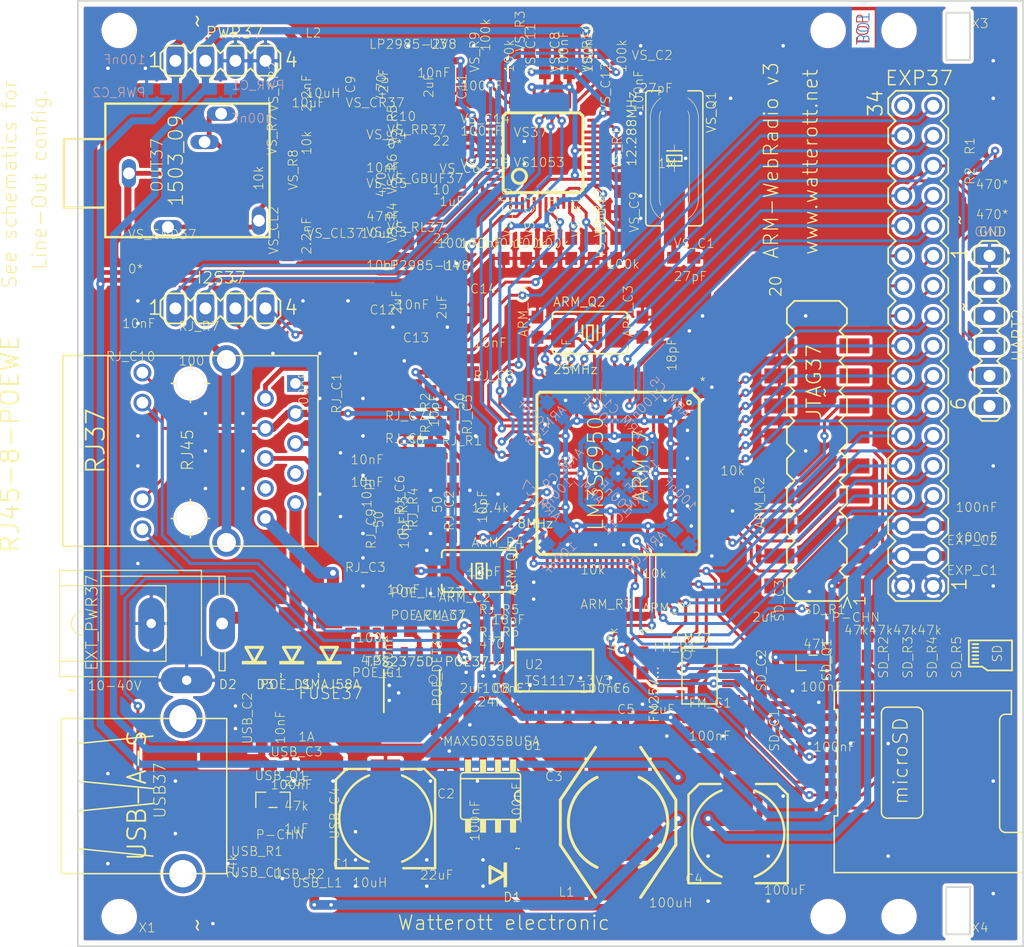
<source format=kicad_pcb>
(kicad_pcb (version 4) (host pcbnew 4.0.2-stable)
  (layers (0 Top signal hide) (31 Bottom signal hide) (34 B.Paste user) (35 F.Paste user) (36 B.SilkS user hide) (37 F.SilkS user) (38 B.Mask user hide) (39 F.Mask user hide) (44 Edge.Cuts user))
  (net 0 "")
  (net 1 GND)
  (net 2 VS_DCS)
  (net 3 VS_CS)
  (net 4 VS_RST)
  (net 5 FM_CS)
  (net 6 VS_DREQ)
  (net 7 +5V)
  (net 8 POE+)
  (net 9 PWR+)
  (net 10 AGND)
  (net 11 +2V8)
  (net 12 +1V8)
  (net 13 TD-)
  (net 14 TD+)
  (net 15 LED1)
  (net 16 LED2)
  (net 17 RD-)
  (net 18 RD+)
  (net 19 VS_SCK)
  (net 20 VS_SI)
  (net 21 VS_SO)
  (net 22 +3V3)
  (net 23 SI)
  (net 24 SCK)
  (net 25 SO)
  (net 26 OUT)
  (net 27 30)
  (net 28 25)
  (net 29 13)
  (net 30 8)
  (net 31 USB_PWR)
  (net 32 N$2)
  (net 33 SD_CS)
  (net 34 SD_PWR)
  (net 35 /main_SS_1/20)
  (net 36 /main_SS_1/21)
  (net 37 /main_SS_1/22)
  (net 38 /main_SS_1/23)
  (net 39 VCCIO)
  (net 40 /main_SS_1/24)
  (net 41 /main_SS_1/26)
  (net 42 /main_SS_1/27)
  (net 43 /main_SS_1/N$14)
  (net 44 /main_SS_1/N$13)
  (net 45 /main_SS_1/28)
  (net 46 /main_SS_1/29)
  (net 47 /main_SS_1/31)
  (net 48 /main_SS_1/32)
  (net 49 /main_SS_1/33)
  (net 50 /main_SS_1/ERBIAS)
  (net 51 /main_SS_1/7)
  (net 52 /main_SS_1/N$9)
  (net 53 /main_SS_1/N$10)
  (net 54 /main_SS_1/MDIO)
  (net 55 /main_SS_1/RESET)
  (net 56 /main_SS_1/9)
  (net 57 /main_SS_1/TDO)
  (net 58 /main_SS_1/TDI)
  (net 59 /main_SS_1/TMS)
  (net 60 /main_SS_1/TCK)
  (net 61 /main_SS_1/TRST)
  (net 62 /main_SS_1/14)
  (net 63 /main_SS_1/15)
  (net 64 /main_SS_1/16)
  (net 65 /main_SS_1/17)
  (net 66 /main_SS_1/18)
  (net 67 /main_SS_1/19)
  (net 68 /main_SS_4/VD)
  (net 69 /main_SS_4/BST)
  (net 70 /main_SS_4/5V_VIN)
  (net 71 /main_SS_4/N$27)
  (net 72 /main_SS_4/N$28)
  (net 73 /main_SS_4/N$24)
  (net 74 /main_SS_4/N$23)
  (net 75 /main_SS_3/I2S_LROUT)
  (net 76 /main_SS_3/I2S_MCLK)
  (net 77 /main_SS_3/I2S_SCLK)
  (net 78 /main_SS_3/I2S_SDATA)
  (net 79 /main_SS_3/N$18)
  (net 80 /main_SS_3/N$20)
  (net 81 /main_SS_3/N$19)
  (net 82 /main_SS_2/ILM)
  (net 83 /main_SS_2/CLASS)
  (net 84 /main_SS_2/DET)
  (net 85 /main_SS_2/POE-)
  (net 86 /main_SS_1/TXD)
  (net 87 /main_SS_1/RXD)
  (net 88 /main_SS_2/N$5)
  (net 89 /main_SS_2/N$4)
  (net 90 /main_SS_2/SHIELD)
  (net 91 /main_SS_2/N$29)
  (net 92 /main_SS_2/SD_1)
  (net 93 /main_SS_2/SD_3V3)
  (net 94 /main_SS_2/SD_8)
  (net 95 /main_SS_4/N$12)
  (net 96 /main_SS_4/N$16)
  (net 97 /main_SS_3/N$6)
  (net 98 /main_SS_3/N$11)
  (net 99 /main_SS_3/N$8)
  (net 100 /main_SS_3/N$3)
  (net 101 /main_SS_3/RIGHT)
  (net 102 /main_SS_3/GBUF)
  (net 103 /main_SS_3/RCAP)
  (net 104 /main_SS_3/LEFT)
  (net 105 /main_SS_3/N$31)
  (net 106 /main_SS_3/N$32)
  (net 107 /main_SS_3/N$33)
  (net 108 /main_SS_3/N$22)
  (net 109 /main_SS_3/N$21)
  (module "" (layer Top) (at 112.0011 67.5036)
    (fp_text reference @HOLE0 hide)
    (fp_text value "" (at 0 0) (layer F.SilkS))
    (pad "" np_thru_hole circle (at 0 0) (size 2.5 2.5) (drill 2.5) (layers *.Cu))
  )
  (module "" (layer Top) (at 178.0011 67.5036)
    (fp_text reference @HOLE1 hide)
    (fp_text value "" (at 0 0) (layer F.SilkS))
    (pad "" np_thru_hole circle (at 0 0) (size 2.5 2.5) (drill 2.5) (layers *.Cu))
  )
  (module "" (layer Top) (at 112.0011 142.5036)
    (fp_text reference @HOLE2 hide)
    (fp_text value "" (at 0 0) (layer F.SilkS))
    (pad "" np_thru_hole circle (at 0 0) (size 2.5 2.5) (drill 2.5) (layers *.Cu))
  )
  (module "" (layer Top) (at 178.0011 142.5036)
    (fp_text reference @HOLE3 hide)
    (fp_text value "" (at 0 0) (layer F.SilkS))
    (pad "" np_thru_hole circle (at 0 0) (size 2.5 2.5) (drill 2.5) (layers *.Cu))
  )
  (module "" (layer Top) (at 172.0011 142.5036)
    (fp_text reference @HOLE4 hide)
    (fp_text value "" (at 0 0) (layer F.SilkS))
    (pad "" np_thru_hole circle (at 0 0) (size 2.5 2.5) (drill 2.5) (layers *.Cu))
  )
  (module "" (layer Top) (at 172.0011 67.5036)
    (fp_text reference @HOLE5 hide)
    (fp_text value "" (at 0 0) (layer F.SilkS))
    (pad "" np_thru_hole circle (at 0 0) (size 2.5 2.5) (drill 2.5) (layers *.Cu))
  )
  (module C0603 (layer Top) (at 140.5687 115.7935 180)
    (fp_text reference ARM_C1 (at -0.889 -0.762 360) (layer F.SilkS) (effects (font (size 0.77216 0.77216) (thickness 0.061772)) (justify right top)))
    (fp_text value 18pF (at -0.889 2.032 360) (layer F.SilkS) (effects (font (size 0.77216 0.77216) (thickness 0.061772)) (justify left bottom)))
    (pad 1 smd rect (at -0.85 0 180) (size 1.1 1) (layers Top F.Paste F.Mask) (net 52 /main_SS_1/N$9))
    (pad 2 smd rect (at 0.85 0 180) (size 1.1 1) (layers Top F.Paste F.Mask) (net 1 GND))
  )
  (module C0603 (layer Top) (at 144.3787 115.794)
    (fp_text reference ARM_C2 (at -0.889 -0.762) (layer F.SilkS) (effects (font (size 0.77216 0.77216) (thickness 0.061772)) (justify right top)))
    (fp_text value 18pF (at -0.889 2.032) (layer F.SilkS) (effects (font (size 0.77216 0.77216) (thickness 0.061772)) (justify left bottom)))
    (pad 1 smd rect (at -0.85 0) (size 1.1 1) (layers Top F.Paste F.Mask) (net 53 /main_SS_1/N$10))
    (pad 2 smd rect (at 0.85 0) (size 1.1 1) (layers Top F.Paste F.Mask) (net 1 GND))
  )
  (module C0603 (layer Bottom) (at 159.9362 99.2835 45)
    (fp_text reference ARM_C5 (at -0.889 0.761999 315) (layer B.SilkS) (effects (font (size 0.77216 0.77216) (thickness 0.061772)) (justify left bottom mirror)))
    (fp_text value 100nF (at -0.889 -2.032 225) (layer B.SilkS) (effects (font (size 0.77216 0.77216) (thickness 0.061772)) (justify left bottom mirror)))
    (pad 1 smd rect (at -0.85 0 45) (size 1.1 1) (layers Bottom B.Paste B.Mask) (net 22 +3V3))
    (pad 2 smd rect (at 0.85 0 45) (size 1.1 1) (layers Bottom B.Paste B.Mask) (net 1 GND))
  )
  (module LQFP-48 (layer Top) (at 147.8711 77.8524)
    (fp_text reference VS37 (at -2.54 -1.27) (layer F.SilkS) (effects (font (size 0.77216 0.77216) (thickness 0.061772)) (justify left bottom)))
    (fp_text value VS1053 (at -2.54 1.27) (layer F.SilkS) (effects (font (size 0.77216 0.77216) (thickness 0.061772)) (justify left bottom)))
    (pad 1 smd rect (at -2.75 4.25) (size 0.25 1) (layers Top F.Paste F.Mask))
    (pad 2 smd rect (at -2.25 4.25) (size 0.25 1) (layers Top F.Paste F.Mask))
    (pad 3 smd rect (at -1.75 4.25) (size 0.25 1) (layers Top F.Paste F.Mask) (net 4 VS_RST))
    (pad 4 smd rect (at -1.25 4.25) (size 0.25 1) (layers Top F.Paste F.Mask) (net 1 GND))
    (pad 5 smd rect (at -0.75 4.25) (size 0.25 1) (layers Top F.Paste F.Mask) (net 12 +1V8))
    (pad 6 smd rect (at -0.25 4.25) (size 0.25 1) (layers Top F.Paste F.Mask) (net 22 +3V3))
    (pad 7 smd rect (at 0.25 4.25) (size 0.25 1) (layers Top F.Paste F.Mask) (net 12 +1V8))
    (pad 8 smd rect (at 0.75 4.25) (size 0.25 1) (layers Top F.Paste F.Mask) (net 6 VS_DREQ))
    (pad 9 smd rect (at 1.25 4.25) (size 0.25 1) (layers Top F.Paste F.Mask) (net 97 /main_SS_3/N$6))
    (pad 10 smd rect (at 1.75 4.25) (size 0.25 1) (layers Top F.Paste F.Mask) (net 97 /main_SS_3/N$6))
    (pad 11 smd rect (at 2.25 4.25) (size 0.25 1) (layers Top F.Paste F.Mask) (net 77 /main_SS_3/I2S_SCLK))
    (pad 12 smd rect (at 2.75 4.25) (size 0.25 1) (layers Top F.Paste F.Mask) (net 78 /main_SS_3/I2S_SDATA))
    (pad 13 smd rect (at 4.25 2.75) (size 1 0.25) (layers Top F.Paste F.Mask) (net 2 VS_DCS))
    (pad 14 smd rect (at 4.25 2.25) (size 1 0.25) (layers Top F.Paste F.Mask) (net 22 +3V3))
    (pad 15 smd rect (at 4.25 1.75) (size 1 0.25) (layers Top F.Paste F.Mask))
    (pad 16 smd rect (at 4.25 1.25) (size 1 0.25) (layers Top F.Paste F.Mask) (net 1 GND))
    (pad 17 smd rect (at 4.25 0.75) (size 1 0.25) (layers Top F.Paste F.Mask) (net 98 /main_SS_3/N$11))
    (pad 18 smd rect (at 4.25 0.25) (size 1 0.25) (layers Top F.Paste F.Mask) (net 99 /main_SS_3/N$8))
    (pad 19 smd rect (at 4.25 -0.25) (size 1 0.25) (layers Top F.Paste F.Mask) (net 22 +3V3))
    (pad 20 smd rect (at 4.25 -0.75) (size 1 0.25) (layers Top F.Paste F.Mask) (net 1 GND))
    (pad 21 smd rect (at 4.25 -1.25) (size 1 0.25) (layers Top F.Paste F.Mask) (net 1 GND))
    (pad 22 smd rect (at 4.25 -1.75) (size 1 0.25) (layers Top F.Paste F.Mask) (net 1 GND))
    (pad 23 smd rect (at 4.25 -2.25) (size 1 0.25) (layers Top F.Paste F.Mask) (net 3 VS_CS))
    (pad 24 smd rect (at 4.25 -2.75) (size 1 0.25) (layers Top F.Paste F.Mask) (net 12 +1V8))
    (pad 25 smd rect (at 2.75 -4.25) (size 0.25 1) (layers Top F.Paste F.Mask) (net 76 /main_SS_3/I2S_MCLK))
    (pad 26 smd rect (at 2.25 -4.25) (size 0.25 1) (layers Top F.Paste F.Mask) (net 22 +3V3))
    (pad 27 smd rect (at 1.75 -4.25) (size 0.25 1) (layers Top F.Paste F.Mask))
    (pad 28 smd rect (at 1.25 -4.25) (size 0.25 1) (layers Top F.Paste F.Mask) (net 19 VS_SCK))
    (pad 29 smd rect (at 0.75 -4.25) (size 0.25 1) (layers Top F.Paste F.Mask) (net 20 VS_SI))
    (pad 30 smd rect (at 0.25 -4.25) (size 0.25 1) (layers Top F.Paste F.Mask) (net 21 VS_SO))
    (pad 31 smd rect (at -0.25 -4.25) (size 0.25 1) (layers Top F.Paste F.Mask) (net 12 +1V8))
    (pad 32 smd rect (at -0.75 -4.25) (size 0.25 1) (layers Top F.Paste F.Mask) (net 22 +3V3))
    (pad 33 smd rect (at -1.25 -4.25) (size 0.25 1) (layers Top F.Paste F.Mask) (net 100 /main_SS_3/N$3))
    (pad 34 smd rect (at -1.75 -4.25) (size 0.25 1) (layers Top F.Paste F.Mask) (net 100 /main_SS_3/N$3))
    (pad 35 smd rect (at -2.25 -4.25) (size 0.25 1) (layers Top F.Paste F.Mask) (net 1 GND))
    (pad 36 smd rect (at -2.75 -4.25) (size 0.25 1) (layers Top F.Paste F.Mask) (net 75 /main_SS_3/I2S_LROUT))
    (pad 37 smd rect (at -4.25 -2.75) (size 1 0.25) (layers Top F.Paste F.Mask) (net 10 AGND))
    (pad 38 smd rect (at -4.25 -2.25) (size 1 0.25) (layers Top F.Paste F.Mask) (net 11 +2V8))
    (pad 39 smd rect (at -4.25 -1.75) (size 1 0.25) (layers Top F.Paste F.Mask) (net 101 /main_SS_3/RIGHT))
    (pad 40 smd rect (at -4.25 -1.25) (size 1 0.25) (layers Top F.Paste F.Mask) (net 10 AGND))
    (pad 41 smd rect (at -4.25 -0.75) (size 1 0.25) (layers Top F.Paste F.Mask) (net 10 AGND))
    (pad 42 smd rect (at -4.25 -0.25) (size 1 0.25) (layers Top F.Paste F.Mask) (net 102 /main_SS_3/GBUF))
    (pad 43 smd rect (at -4.25 0.25) (size 1 0.25) (layers Top F.Paste F.Mask) (net 11 +2V8))
    (pad 44 smd rect (at -4.25 0.75) (size 1 0.25) (layers Top F.Paste F.Mask) (net 103 /main_SS_3/RCAP))
    (pad 45 smd rect (at -4.25 1.25) (size 1 0.25) (layers Top F.Paste F.Mask) (net 11 +2V8))
    (pad 46 smd rect (at -4.25 1.75) (size 1 0.25) (layers Top F.Paste F.Mask) (net 104 /main_SS_3/LEFT))
    (pad 47 smd rect (at -4.25 2.25) (size 1 0.25) (layers Top F.Paste F.Mask) (net 10 AGND))
    (pad 48 smd rect (at -4.25 2.75) (size 1 0.25) (layers Top F.Paste F.Mask))
  )
  (module R0603 (layer Top) (at 154.0622 85.9486 90)
    (fp_text reference VS_R2 (at -0.889 -0.889 90) (layer F.SilkS) (effects (font (size 0.77216 0.77216) (thickness 0.061772)) (justify left bottom)))
    (fp_text value 100k (at -0.889 2.032 360) (layer F.SilkS) (effects (font (size 0.77216 0.77216) (thickness 0.061772)) (justify right top)))
    (pad 1 smd rect (at -0.85 0 90) (size 1.1 1) (layers Top F.Paste F.Mask) (net 1 GND))
    (pad 2 smd rect (at 0.85 0 90) (size 1.1 1) (layers Top F.Paste F.Mask) (net 97 /main_SS_3/N$6))
  )
  (module C0603 (layer Top) (at 139.9336 80.3924)
    (fp_text reference VS_C6 (at -0.889 -0.762) (layer F.SilkS) (effects (font (size 0.77216 0.77216) (thickness 0.061772)) (justify left bottom)))
    (fp_text value 1uF (at -0.889 2.032) (layer F.SilkS) (effects (font (size 0.77216 0.77216) (thickness 0.061772)) (justify left bottom)))
    (pad 1 smd rect (at -0.85 0) (size 1.1 1) (layers Top F.Paste F.Mask) (net 10 AGND))
    (pad 2 smd rect (at 0.85 0) (size 1.1 1) (layers Top F.Paste F.Mask) (net 103 /main_SS_3/RCAP))
  )
  (module R0603 (layer Top) (at 136.4411 80.551 90)
    (fp_text reference VS_R6 (at -0.889 -0.889 90) (layer F.SilkS) (effects (font (size 0.77216 0.77216) (thickness 0.061772)) (justify left bottom)))
    (fp_text value 10 (at -0.889 2.032 360) (layer F.SilkS) (effects (font (size 0.77216 0.77216) (thickness 0.061772)) (justify left bottom)))
    (pad 1 smd rect (at -0.85 0 90) (size 1.1 1) (layers Top F.Paste F.Mask) (net 107 /main_SS_3/N$33))
    (pad 2 smd rect (at 0.85 0 90) (size 1.1 1) (layers Top F.Paste F.Mask) (net 102 /main_SS_3/GBUF))
  )
  (module R0603 (layer Top) (at 136.4412 76.4234 90)
    (fp_text reference VS_R5 (at -0.889 -0.889 90) (layer F.SilkS) (effects (font (size 0.77216 0.77216) (thickness 0.061772)) (justify left bottom)))
    (fp_text value 22 (at -0.889 2.032 360) (layer F.SilkS) (effects (font (size 0.77216 0.77216) (thickness 0.061772)) (justify left bottom)))
    (pad 1 smd rect (at -0.85 0 90) (size 1.1 1) (layers Top F.Paste F.Mask) (net 106 /main_SS_3/N$32))
    (pad 2 smd rect (at 0.85 0 90) (size 1.1 1) (layers Top F.Paste F.Mask) (net 101 /main_SS_3/RIGHT))
  )
  (module R0603 (layer Top) (at 136.4412 84.6785 90)
    (fp_text reference VS_R4 (at -0.889 -0.889 90) (layer F.SilkS) (effects (font (size 0.77216 0.77216) (thickness 0.061772)) (justify left bottom)))
    (fp_text value 22 (at -0.889 2.032 360) (layer F.SilkS) (effects (font (size 0.77216 0.77216) (thickness 0.061772)) (justify left bottom)))
    (pad 1 smd rect (at -0.85 0 90) (size 1.1 1) (layers Top F.Paste F.Mask) (net 105 /main_SS_3/N$31))
    (pad 2 smd rect (at 0.85 0 90) (size 1.1 1) (layers Top F.Paste F.Mask) (net 104 /main_SS_3/LEFT))
  )
  (module C0603 (layer Top) (at 133.7425 85.79)
    (fp_text reference VS_C3 (at -0.889 -0.762) (layer F.SilkS) (effects (font (size 0.77216 0.77216) (thickness 0.061772)) (justify left bottom)))
    (fp_text value 10nF (at -0.889 2.032) (layer F.SilkS) (effects (font (size 0.77216 0.77216) (thickness 0.061772)) (justify left bottom)))
    (pad 1 smd rect (at -0.85 0) (size 1.1 1) (layers Top F.Paste F.Mask) (net 10 AGND))
    (pad 2 smd rect (at 0.85 0) (size 1.1 1) (layers Top F.Paste F.Mask) (net 105 /main_SS_3/N$31))
  )
  (module C0603 (layer Top) (at 133.7422 77.5346)
    (fp_text reference VS_C4 (at -0.889 -0.762) (layer F.SilkS) (effects (font (size 0.77216 0.77216) (thickness 0.061772)) (justify left bottom)))
    (fp_text value 10nF (at -0.889 2.032) (layer F.SilkS) (effects (font (size 0.77216 0.77216) (thickness 0.061772)) (justify left bottom)))
    (pad 1 smd rect (at -0.85 0) (size 1.1 1) (layers Top F.Paste F.Mask) (net 10 AGND))
    (pad 2 smd rect (at 0.85 0) (size 1.1 1) (layers Top F.Paste F.Mask) (net 106 /main_SS_3/N$32))
  )
  (module C0603 (layer Top) (at 133.7422 81.6626)
    (fp_text reference VS_C5 (at -0.889 -0.762) (layer F.SilkS) (effects (font (size 0.77216 0.77216) (thickness 0.061772)) (justify left bottom)))
    (fp_text value 47nF (at -0.889 2.032) (layer F.SilkS) (effects (font (size 0.77216 0.77216) (thickness 0.061772)) (justify left bottom)))
    (pad 1 smd rect (at -0.85 0) (size 1.1 1) (layers Top F.Paste F.Mask) (net 10 AGND))
    (pad 2 smd rect (at 0.85 0) (size 1.1 1) (layers Top F.Paste F.Mask) (net 107 /main_SS_3/N$33))
  )
  (module C0603 (layer Top) (at 146.4422 85.9485 270)
    (fp_text reference VS_C7 (at -0.889 -0.762 450) (layer F.SilkS) (effects (font (size 0.77216 0.77216) (thickness 0.061772)) (justify left bottom)))
    (fp_text value 100nF (at -0.889 2.032 360) (layer F.SilkS) (effects (font (size 0.77216 0.77216) (thickness 0.061772)) (justify right top)))
    (pad 1 smd rect (at -0.85 0 270) (size 1.1 1) (layers Top F.Paste F.Mask) (net 22 +3V3))
    (pad 2 smd rect (at 0.85 0 270) (size 1.1 1) (layers Top F.Paste F.Mask) (net 1 GND))
  )
  (module C0603 (layer Top) (at 150.0936 70.2322 90)
    (fp_text reference VS_C8 (at -0.889 -0.762 90) (layer F.SilkS) (effects (font (size 0.77216 0.77216) (thickness 0.061772)) (justify left bottom)))
    (fp_text value 100nF (at -0.889 2.032 90) (layer F.SilkS) (effects (font (size 0.77216 0.77216) (thickness 0.061772)) (justify left bottom)))
    (pad 1 smd rect (at -0.85 0 90) (size 1.1 1) (layers Top F.Paste F.Mask) (net 22 +3V3))
    (pad 2 smd rect (at 0.85 0 90) (size 1.1 1) (layers Top F.Paste F.Mask) (net 1 GND))
  )
  (module C0603 (layer Top) (at 154.3798 81.9799 270)
    (fp_text reference VS_C9 (at -0.889 -0.762 450) (layer F.SilkS) (effects (font (size 0.77216 0.77216) (thickness 0.061772)) (justify right top)))
    (fp_text value 100nF (at -0.889 2.032 450) (layer F.SilkS) (effects (font (size 0.77216 0.77216) (thickness 0.061772)) (justify right top)))
    (pad 1 smd rect (at -0.85 0 270) (size 1.1 1) (layers Top F.Paste F.Mask) (net 22 +3V3))
    (pad 2 smd rect (at 0.85 0 270) (size 1.1 1) (layers Top F.Paste F.Mask) (net 1 GND))
  )
  (module C0603 (layer Top) (at 144.5374 85.9486 270)
    (fp_text reference VS_C10 (at -0.889 -0.762 450) (layer F.SilkS) (effects (font (size 0.77216 0.77216) (thickness 0.061772)) (justify left bottom)))
    (fp_text value 100nF (at -0.889 2.032 360) (layer F.SilkS) (effects (font (size 0.77216 0.77216) (thickness 0.061772)) (justify right top)))
    (pad 1 smd rect (at -0.85 0 270) (size 1.1 1) (layers Top F.Paste F.Mask) (net 12 +1V8))
    (pad 2 smd rect (at 0.85 0 270) (size 1.1 1) (layers Top F.Paste F.Mask) (net 1 GND))
  )
  (module C0603 (layer Top) (at 148.0299 70.2324 90)
    (fp_text reference VS_C11 (at -0.889 -0.762 90) (layer F.SilkS) (effects (font (size 0.77216 0.77216) (thickness 0.061772)) (justify left bottom)))
    (fp_text value 100nF (at -0.889 2.032 90) (layer F.SilkS) (effects (font (size 0.77216 0.77216) (thickness 0.061772)) (justify left bottom)))
    (pad 1 smd rect (at -0.85 0 90) (size 1.1 1) (layers Top F.Paste F.Mask) (net 12 +1V8))
    (pad 2 smd rect (at 0.85 0 90) (size 1.1 1) (layers Top F.Paste F.Mask) (net 1 GND))
  )
  (module C0603 (layer Top) (at 154.38 73.5662 90)
    (fp_text reference VS_C12 (at -0.889 -0.762 90) (layer F.SilkS) (effects (font (size 0.77216 0.77216) (thickness 0.061772)) (justify left bottom)))
    (fp_text value 100nF (at -0.889 2.032 90) (layer F.SilkS) (effects (font (size 0.77216 0.77216) (thickness 0.061772)) (justify left bottom)))
    (pad 1 smd rect (at -0.85 0 90) (size 1.1 1) (layers Top F.Paste F.Mask) (net 12 +1V8))
    (pad 2 smd rect (at 0.85 0 90) (size 1.1 1) (layers Top F.Paste F.Mask) (net 1 GND))
  )
  (module C0603 (layer Top) (at 139.9336 74.6774 180)
    (fp_text reference VS_C14 (at -0.889 -0.762 360) (layer F.SilkS) (effects (font (size 0.77216 0.77216) (thickness 0.061772)) (justify left bottom)))
    (fp_text value 100nF (at -0.889 2.032 360) (layer F.SilkS) (effects (font (size 0.77216 0.77216) (thickness 0.061772)) (justify left bottom)))
    (pad 1 smd rect (at -0.85 0 180) (size 1.1 1) (layers Top F.Paste F.Mask) (net 11 +2V8))
    (pad 2 smd rect (at 0.85 0 180) (size 1.1 1) (layers Top F.Paste F.Mask) (net 10 AGND))
  )
  (module C0603 (layer Top) (at 139.9336 78.4874 180)
    (fp_text reference VS_C15 (at -0.889 -0.762 360) (layer F.SilkS) (effects (font (size 0.77216 0.77216) (thickness 0.061772)) (justify left bottom)))
    (fp_text value 100nF (at -0.889 2.032 360) (layer F.SilkS) (effects (font (size 0.77216 0.77216) (thickness 0.061772)) (justify left bottom)))
    (pad 1 smd rect (at -0.85 0 180) (size 1.1 1) (layers Top F.Paste F.Mask) (net 11 +2V8))
    (pad 2 smd rect (at 0.85 0 180) (size 1.1 1) (layers Top F.Paste F.Mask) (net 10 AGND))
  )
  (module SO08 (layer Top) (at 136.7586 123.4136 180)
    (fp_text reference POE37 (at -2.7305 2.032 360) (layer F.SilkS) (effects (font (size 0.77216 0.77216) (thickness 0.077216)) (justify left bottom)))
    (fp_text value TPS2375D (at 4.0005 2.032 360) (layer F.SilkS) (effects (font (size 0.77216 0.77216) (thickness 0.077216)) (justify left bottom)))
    (pad 1 smd rect (at -1.905 2.6162 180) (size 0.6096 2.2098) (layers Top F.Paste F.Mask) (net 82 /main_SS_2/ILM))
    (pad 8 smd rect (at -1.905 -2.6162 180) (size 0.6096 2.2098) (layers Top F.Paste F.Mask) (net 9 PWR+))
    (pad 2 smd rect (at -0.635 2.6162 180) (size 0.6096 2.2098) (layers Top F.Paste F.Mask) (net 83 /main_SS_2/CLASS))
    (pad 3 smd rect (at 0.635 2.6162 180) (size 0.6096 2.2098) (layers Top F.Paste F.Mask) (net 84 /main_SS_2/DET))
    (pad 7 smd rect (at -0.635 -2.6162 180) (size 0.6096 2.2098) (layers Top F.Paste F.Mask))
    (pad 6 smd rect (at 0.635 -2.6162 180) (size 0.6096 2.2098) (layers Top F.Paste F.Mask))
    (pad 4 smd rect (at 1.905 2.6162 180) (size 0.6096 2.2098) (layers Top F.Paste F.Mask) (net 85 /main_SS_2/POE-))
    (pad 5 smd rect (at 1.905 -2.6162 180) (size 0.6096 2.2098) (layers Top F.Paste F.Mask) (net 1 GND))
  )
  (module C0603 (layer Top) (at 130.0912 100.871 270)
    (fp_text reference RJ_C1 (at -0.889 -0.762 450) (layer F.SilkS) (effects (font (size 0.77216 0.77216) (thickness 0.061772)) (justify left bottom)))
    (fp_text value 100nF (at -0.889 2.032 450) (layer F.SilkS) (effects (font (size 0.77216 0.77216) (thickness 0.061772)) (justify left bottom)))
    (pad 1 smd rect (at -0.85 0 270) (size 1.1 1) (layers Top F.Paste F.Mask) (net 22 +3V3))
    (pad 2 smd rect (at 0.85 0 270) (size 1.1 1) (layers Top F.Paste F.Mask) (net 1 GND))
  )
  (module C0603 (layer Top) (at 134.5362 110.5548 90)
    (fp_text reference RJ_C9 (at -0.889 -0.762 90) (layer F.SilkS) (effects (font (size 0.77216 0.77216) (thickness 0.061772)) (justify left bottom)))
    (fp_text value 10pF (at -0.889 2.032 90) (layer F.SilkS) (effects (font (size 0.77216 0.77216) (thickness 0.061772)) (justify left bottom)))
    (pad 1 smd rect (at -0.85 0 90) (size 1.1 1) (layers Top F.Paste F.Mask) (net 1 GND))
    (pad 2 smd rect (at 0.85 0 90) (size 1.1 1) (layers Top F.Paste F.Mask) (net 13 TD-))
  )
  (module C0603 (layer Top) (at 134.536 105.9511 270)
    (fp_text reference RJ_C6 (at -0.889 -0.762 450) (layer F.SilkS) (effects (font (size 0.77216 0.77216) (thickness 0.061772)) (justify right top)))
    (fp_text value 10pF (at -0.889 2.032 450) (layer F.SilkS) (effects (font (size 0.77216 0.77216) (thickness 0.061772)) (justify right top)))
    (pad 1 smd rect (at -0.85 0 270) (size 1.1 1) (layers Top F.Paste F.Mask) (net 1 GND))
    (pad 2 smd rect (at 0.85 0 270) (size 1.1 1) (layers Top F.Paste F.Mask) (net 14 TD+))
  )
  (module R0603 (layer Top) (at 140.2511 123.8898 90)
    (fp_text reference POE_DET37 (at -0.889 -0.889 90) (layer F.SilkS) (effects (font (size 0.77216 0.77216) (thickness 0.061772)) (justify left bottom)))
    (fp_text value 24k (at -0.889 2.032 360) (layer F.SilkS) (effects (font (size 0.77216 0.77216) (thickness 0.061772)) (justify left bottom)))
    (pad 1 smd rect (at -0.85 0 90) (size 1.1 1) (layers Top F.Paste F.Mask) (net 9 PWR+))
    (pad 2 smd rect (at 0.85 0 90) (size 1.1 1) (layers Top F.Paste F.Mask) (net 84 /main_SS_2/DET))
  )
  (module R0603 (layer Top) (at 135.806 116.4286)
    (fp_text reference POE_ILM37 (at -0.889 -0.889) (layer F.SilkS) (effects (font (size 0.77216 0.77216) (thickness 0.061772)) (justify left bottom)))
    (fp_text value 100k (at -0.889 2.032) (layer F.SilkS) (effects (font (size 0.77216 0.77216) (thickness 0.061772)) (justify right top)))
    (pad 1 smd rect (at -0.85 0) (size 1.1 1) (layers Top F.Paste F.Mask) (net 85 /main_SS_2/POE-))
    (pad 2 smd rect (at 0.85 0) (size 1.1 1) (layers Top F.Paste F.Mask) (net 82 /main_SS_2/ILM))
  )
  (module R0603 (layer Top) (at 135.806 118.3337)
    (fp_text reference POE_CLA37 (at -0.889 -0.889) (layer F.SilkS) (effects (font (size 0.77216 0.77216) (thickness 0.061772)) (justify left bottom)))
    (fp_text value 4,3k (at -0.889 2.032) (layer F.SilkS) (effects (font (size 0.77216 0.77216) (thickness 0.061772)) (justify right top)))
    (pad 1 smd rect (at -0.85 0) (size 1.1 1) (layers Top F.Paste F.Mask) (net 85 /main_SS_2/POE-))
    (pad 2 smd rect (at 0.85 0) (size 1.1 1) (layers Top F.Paste F.Mask) (net 83 /main_SS_2/CLASS))
  )
  (module R0603 (layer Top) (at 143.2672 117.8575)
    (fp_text reference RJ_R5 (at -0.889 -0.889) (layer F.SilkS) (effects (font (size 0.77216 0.77216) (thickness 0.061772)) (justify left bottom)))
    (fp_text value 470 (at -0.889 2.032) (layer F.SilkS) (effects (font (size 0.77216 0.77216) (thickness 0.061772)) (justify left bottom)))
    (pad 1 smd rect (at -0.85 0) (size 1.1 1) (layers Top F.Paste F.Mask) (net 88 /main_SS_2/N$5))
    (pad 2 smd rect (at 0.85 0) (size 1.1 1) (layers Top F.Paste F.Mask) (net 15 LED1))
  )
  (module SOT23-5 (layer Top) (at 136.2824 71.0261 270)
    (fp_text reference U3 (at -1.905 -1.905 360) (layer F.SilkS) (effects (font (size 0.77216 0.77216) (thickness 0.061772)) (justify left bottom)))
    (fp_text value LP2985-2V8 (at -1.905 3.175 360) (layer F.SilkS) (effects (font (size 0.77216 0.77216) (thickness 0.061772)) (justify left bottom)))
    (pad 5 smd rect (at -0.9525 -1.27) (size 1.27 0.635) (layers Top F.Paste F.Mask) (net 11 +2V8))
    (pad 3 smd rect (at 0.9525 1.27) (size 1.27 0.635) (layers Top F.Paste F.Mask) (net 70 /main_SS_4/5V_VIN))
    (pad 1 smd rect (at -0.9525 1.27) (size 1.27 0.635) (layers Top F.Paste F.Mask) (net 70 /main_SS_4/5V_VIN))
    (pad 2 smd rect (at 0 1.27) (size 1.27 0.635) (layers Top F.Paste F.Mask) (net 10 AGND))
    (pad 4 smd rect (at 0.9525 -1.27) (size 1.27 0.635) (layers Top F.Paste F.Mask) (net 71 /main_SS_4/N$27))
  )
  (module SOT23-5 (layer Top) (at 137.3936 89.7586 270)
    (fp_text reference U4 (at -1.905 -1.905 360) (layer F.SilkS) (effects (font (size 0.77216 0.77216) (thickness 0.061772)) (justify left bottom)))
    (fp_text value LP2985-1V8 (at -1.905 3.175 360) (layer F.SilkS) (effects (font (size 0.77216 0.77216) (thickness 0.061772)) (justify left bottom)))
    (pad 5 smd rect (at -0.9525 -1.27) (size 1.27 0.635) (layers Top F.Paste F.Mask) (net 12 +1V8))
    (pad 3 smd rect (at 0.9525 1.27) (size 1.27 0.635) (layers Top F.Paste F.Mask) (net 7 +5V))
    (pad 1 smd rect (at -0.9525 1.27) (size 1.27 0.635) (layers Top F.Paste F.Mask) (net 7 +5V))
    (pad 2 smd rect (at 0 1.27) (size 1.27 0.635) (layers Top F.Paste F.Mask) (net 1 GND))
    (pad 4 smd rect (at 0.9525 -1.27) (size 1.27 0.635) (layers Top F.Paste F.Mask) (net 72 /main_SS_4/N$28))
  )
  (module C0603 (layer Top) (at 136.2824 73.5661 180)
    (fp_text reference C10 (at -0.889 -0.762 360) (layer F.SilkS) (effects (font (size 0.77216 0.77216) (thickness 0.061772)) (justify right top)))
    (fp_text value 10nF (at -0.889 2.032 360) (layer F.SilkS) (effects (font (size 0.77216 0.77216) (thickness 0.061772)) (justify left bottom)))
    (pad 1 smd rect (at -0.85 0 180) (size 1.1 1) (layers Top F.Paste F.Mask) (net 71 /main_SS_4/N$27))
    (pad 2 smd rect (at 0.85 0 180) (size 1.1 1) (layers Top F.Paste F.Mask) (net 10 AGND))
  )
  (module C0603 (layer Top) (at 137.3936 92.2986 180)
    (fp_text reference C13 (at -0.889 -0.762 360) (layer F.SilkS) (effects (font (size 0.77216 0.77216) (thickness 0.061772)) (justify right top)))
    (fp_text value 10nF (at -0.889 2.032 360) (layer F.SilkS) (effects (font (size 0.77216 0.77216) (thickness 0.061772)) (justify right top)))
    (pad 1 smd rect (at -0.85 0 180) (size 1.1 1) (layers Top F.Paste F.Mask) (net 72 /main_SS_4/N$28))
    (pad 2 smd rect (at 0.85 0 180) (size 1.1 1) (layers Top F.Paste F.Mask) (net 1 GND))
  )
  (module C0603 (layer Top) (at 152.9512 124.5246 270)
    (fp_text reference C6 (at -0.889 -0.762 360) (layer F.SilkS) (effects (font (size 0.77216 0.77216) (thickness 0.061772)) (justify left bottom)))
    (fp_text value 100nF (at -0.889 2.032 360) (layer F.SilkS) (effects (font (size 0.77216 0.77216) (thickness 0.061772)) (justify left bottom)))
    (pad 1 smd rect (at -0.85 0 270) (size 1.1 1) (layers Top F.Paste F.Mask) (net 1 GND))
    (pad 2 smd rect (at 0.85 0 270) (size 1.1 1) (layers Top F.Paste F.Mask) (net 7 +5V))
  )
  (module C0603 (layer Top) (at 132.7899 71.9786 90)
    (fp_text reference C9 (at -0.889 -0.762 90) (layer F.SilkS) (effects (font (size 0.77216 0.77216) (thickness 0.061772)) (justify left bottom)))
    (fp_text value 2uF (at -0.889 2.032 90) (layer F.SilkS) (effects (font (size 0.77216 0.77216) (thickness 0.061772)) (justify left bottom)))
    (pad 1 smd rect (at -0.85 0 90) (size 1.1 1) (layers Top F.Paste F.Mask) (net 10 AGND))
    (pad 2 smd rect (at 0.85 0 90) (size 1.1 1) (layers Top F.Paste F.Mask) (net 70 /main_SS_4/5V_VIN))
  )
  (module C0603 (layer Top) (at 133.9011 90.7111 90)
    (fp_text reference C12 (at -0.889 -0.762 360) (layer F.SilkS) (effects (font (size 0.77216 0.77216) (thickness 0.061772)) (justify left bottom)))
    (fp_text value 2uF (at -0.889 2.032 90) (layer F.SilkS) (effects (font (size 0.77216 0.77216) (thickness 0.061772)) (justify left bottom)))
    (pad 1 smd rect (at -0.85 0 90) (size 1.1 1) (layers Top F.Paste F.Mask) (net 1 GND))
    (pad 2 smd rect (at 0.85 0 90) (size 1.1 1) (layers Top F.Paste F.Mask) (net 7 +5V))
  )
  (module C0603 (layer Top) (at 144.6961 124.5252 270)
    (fp_text reference C7 (at -0.889 -0.762 360) (layer F.SilkS) (effects (font (size 0.77216 0.77216) (thickness 0.061772)) (justify left bottom)))
    (fp_text value 100nF (at -0.889 2.032 360) (layer F.SilkS) (effects (font (size 0.77216 0.77216) (thickness 0.061772)) (justify left bottom)))
    (pad 1 smd rect (at -0.85 0 270) (size 1.1 1) (layers Top F.Paste F.Mask) (net 22 +3V3))
    (pad 2 smd rect (at 0.85 0 270) (size 1.1 1) (layers Top F.Paste F.Mask) (net 1 GND))
  )
  (module C0603 (layer Top) (at 139.7749 71.9786 270)
    (fp_text reference C11 (at -0.889 -0.762 450) (layer F.SilkS) (effects (font (size 0.77216 0.77216) (thickness 0.061772)) (justify right top)))
    (fp_text value 2uF (at -0.889 2.032 450) (layer F.SilkS) (effects (font (size 0.77216 0.77216) (thickness 0.061772)) (justify right top)))
    (pad 1 smd rect (at -0.85 0 270) (size 1.1 1) (layers Top F.Paste F.Mask) (net 11 +2V8))
    (pad 2 smd rect (at 0.85 0 270) (size 1.1 1) (layers Top F.Paste F.Mask) (net 10 AGND))
  )
  (module C0603 (layer Top) (at 140.8861 90.7111 270)
    (fp_text reference C14 (at -0.889 -0.762 360) (layer F.SilkS) (effects (font (size 0.77216 0.77216) (thickness 0.061772)) (justify left bottom)))
    (fp_text value 2uF (at -0.889 2.032 450) (layer F.SilkS) (effects (font (size 0.77216 0.77216) (thickness 0.061772)) (justify right top)))
    (pad 1 smd rect (at -0.85 0 270) (size 1.1 1) (layers Top F.Paste F.Mask) (net 12 +1V8))
    (pad 2 smd rect (at 0.85 0 270) (size 1.1 1) (layers Top F.Paste F.Mask) (net 1 GND))
  )
  (module 153CLV-0810 (layer Top) (at 134.5361 134.2086 90)
    (fp_text reference C1 (at -4.29 -4.53 360) (layer F.SilkS) (effects (font (size 0.77216 0.77216) (thickness 0.061772)) (justify left bottom)))
    (fp_text value 22uF (at -4.325 5.785 360) (layer F.SilkS) (effects (font (size 0.77216 0.77216) (thickness 0.061772)) (justify right top)))
    (pad + smd rect (at 3.25 0 90) (size 3.5 2.5) (layers Top F.Paste F.Mask) (net 9 PWR+))
    (pad - smd rect (at -3.25 0 90) (size 3.5 2.5) (layers Top F.Paste F.Mask) (net 1 GND))
  )
  (module 153CLV-0810 (layer Top) (at 164.3811 135.4786 90)
    (fp_text reference C4 (at -4.29 -4.53 360) (layer F.SilkS) (effects (font (size 0.77216 0.77216) (thickness 0.061772)) (justify left bottom)))
    (fp_text value 100uF (at -4.325 5.785 360) (layer F.SilkS) (effects (font (size 0.77216 0.77216) (thickness 0.061772)) (justify right top)))
    (pad + smd rect (at 3.25 0 90) (size 3.5 2.5) (layers Top F.Paste F.Mask) (net 7 +5V))
    (pad - smd rect (at -3.25 0 90) (size 3.5 2.5) (layers Top F.Paste F.Mask) (net 1 GND))
  )
  (module C0603 (layer Top) (at 124.0591 127.0647 90)
    (fp_text reference USB_C2 (at -0.889 -0.762 90) (layer F.SilkS) (effects (font (size 0.77216 0.77216) (thickness 0.061772)) (justify left bottom)))
    (fp_text value 10nF (at -0.889 2.032 90) (layer F.SilkS) (effects (font (size 0.77216 0.77216) (thickness 0.061772)) (justify left bottom)))
    (pad 1 smd rect (at -0.85 0 90) (size 1.1 1) (layers Top F.Paste F.Mask) (net 95 /main_SS_4/N$12))
    (pad 2 smd rect (at 0.85 0 90) (size 1.1 1) (layers Top F.Paste F.Mask) (net 1 GND))
  )
  (module USB-A-S (layer Top) (at 117.3911 132.3036)
    (fp_text reference USB37 (at -1.3911 1.9464 90) (layer F.SilkS) (effects (font (size 0.9652 0.9652) (thickness 0.077216)) (justify left bottom)))
    (fp_text value USB-A-S (at -3.8911 -0.0536 90) (layer F.SilkS))
    (pad P$5 thru_hole circle (at 0 6.5659 270) (size 3.3274 3.3274) (drill 2.3114) (layers *.Cu *.Mask))
    (pad P$6 thru_hole circle (at 0 -6.5659 270) (size 3.3274 3.3274) (drill 2.3114) (layers *.Cu *.Mask))
    (pad D- smd rect (at 3.45 -1) (size 4 1) (layers Top F.Paste F.Mask))
    (pad VBUS smd rect (at 3.45 -3.25) (size 4 1.5) (layers Top F.Paste F.Mask) (net 95 /main_SS_4/N$12))
    (pad D+ smd rect (at 3.45 1) (size 4 1) (layers Top F.Paste F.Mask))
    (pad GND smd rect (at 3.45 3.25) (size 4 1.5) (layers Top F.Paste F.Mask) (net 1 GND))
  )
  (module R1206 (layer Top) (at 128.5036 125.3186)
    (fp_text reference FUSE37 (at -1.397 -1.143) (layer F.SilkS) (effects (font (size 0.9652 0.9652) (thickness 0.077216)) (justify left bottom)))
    (fp_text value 1A (at -1.397 2.413) (layer F.SilkS) (effects (font (size 0.77216 0.77216) (thickness 0.061772)) (justify left bottom)))
    (pad 2 smd rect (at 1.4 0) (size 1.6 1.8) (layers Top F.Paste F.Mask) (net 9 PWR+))
    (pad 1 smd rect (at -1.4 0) (size 1.6 1.8) (layers Top F.Paste F.Mask) (net 73 /main_SS_4/N$24))
  )
  (module SO8 (layer Top) (at 143.4261 132.3036 180)
    (fp_text reference U1 (at -2.7686 3.8354 360) (layer F.SilkS) (effects (font (size 0.77216 0.77216) (thickness 0.061772)) (justify left bottom)))
    (fp_text value MAX5035BUSA (at 4.064 4.191 360) (layer F.SilkS) (effects (font (size 0.77216 0.77216) (thickness 0.061772)) (justify left bottom)))
    (pad 8 smd rect (at -1.905 -3.0734 270) (size 2.032 0.6604) (layers Top F.Paste F.Mask) (net 26 OUT))
    (pad 7 smd rect (at -0.635 -3.0734 270) (size 2.032 0.6604) (layers Top F.Paste F.Mask) (net 9 PWR+))
    (pad 6 smd rect (at 0.635 -3.0734 270) (size 2.032 0.6604) (layers Top F.Paste F.Mask) (net 1 GND))
    (pad 5 smd rect (at 1.905 -3.0734 270) (size 2.032 0.6604) (layers Top F.Paste F.Mask) (net 9 PWR+))
    (pad 4 smd rect (at 1.905 3.0734 270) (size 2.032 0.6604) (layers Top F.Paste F.Mask) (net 7 +5V))
    (pad 3 smd rect (at 0.635 3.0734 270) (size 2.032 0.6604) (layers Top F.Paste F.Mask) (net 1 GND))
    (pad 2 smd rect (at -0.635 3.0734 270) (size 2.032 0.6604) (layers Top F.Paste F.Mask) (net 68 /main_SS_4/VD))
    (pad 1 smd rect (at -1.905 3.0734 270) (size 2.032 0.6604) (layers Top F.Paste F.Mask) (net 69 /main_SS_4/BST))
  )
  (module CDRH (layer Top) (at 154.2212 134.5261 90)
    (fp_text reference L1 (at -6.35 -5.08 360) (layer F.SilkS) (effects (font (size 0.77216 0.77216) (thickness 0.061772)) (justify left bottom)))
    (fp_text value 100uH (at -6.35 6.35 360) (layer F.SilkS) (effects (font (size 0.77216 0.77216) (thickness 0.061772)) (justify right top)))
    (pad 1 smd rect (at -5.08 0 180) (size 5.08 3.048) (layers Top F.Paste F.Mask) (net 26 OUT))
    (pad 2 smd rect (at 5.08 0 180) (size 5.08 3.048) (layers Top F.Paste F.Mask) (net 7 +5V))
  )
  (module DO214AA (layer Top) (at 143.4261 138.9711 180)
    (fp_text reference D1 (at -2.64 -1.436 360) (layer F.SilkS) (effects (font (size 0.77216 0.77216) (thickness 0.077216)) (justify right top)))
    (fp_text value ~ (at -2.64 2.706 360) (layer F.SilkS) (effects (font (size 0.77216 0.77216) (thickness 0.077216)) (justify right top)))
    (pad C smd rect (at -2.55 0 180) (size 1.8 2.2) (layers Top F.Paste F.Mask) (net 26 OUT))
    (pad A smd rect (at 2.55 0 180) (size 1.8 2.2) (layers Top F.Paste F.Mask) (net 1 GND))
  )
  (module C0603 (layer Top) (at 147.2361 131.9861 270)
    (fp_text reference C3 (at -0.889 -0.762 360) (layer F.SilkS) (effects (font (size 0.77216 0.77216) (thickness 0.061772)) (justify left bottom)))
    (fp_text value 100nF (at -0.889 2.032 450) (layer F.SilkS) (effects (font (size 0.77216 0.77216) (thickness 0.061772)) (justify right top)))
    (pad 1 smd rect (at -0.85 0 270) (size 1.1 1) (layers Top F.Paste F.Mask) (net 69 /main_SS_4/BST))
    (pad 2 smd rect (at 0.85 0 270) (size 1.1 1) (layers Top F.Paste F.Mask) (net 26 OUT))
  )
  (module C0603 (layer Top) (at 139.6161 131.6686 90)
    (fp_text reference C2 (at -0.889 -0.762 360) (layer F.SilkS) (effects (font (size 0.77216 0.77216) (thickness 0.061772)) (justify left bottom)))
    (fp_text value 100nF (at -0.889 2.032 90) (layer F.SilkS) (effects (font (size 0.77216 0.77216) (thickness 0.061772)) (justify right top)))
    (pad 1 smd rect (at -0.85 0 90) (size 1.1 1) (layers Top F.Paste F.Mask) (net 68 /main_SS_4/VD))
    (pad 2 smd rect (at 0.85 0 90) (size 1.1 1) (layers Top F.Paste F.Mask) (net 1 GND))
  )
  (module DO214AA (layer Top) (at 129.7735 119.7623 90)
    (fp_text reference POE_D1 (at -2.64 -1.436 360) (layer F.SilkS) (effects (font (size 0.77216 0.77216) (thickness 0.077216)) (justify right top)))
    (fp_text value SMAJ58A (at -2.64 2.706 360) (layer F.SilkS) (effects (font (size 0.77216 0.77216) (thickness 0.077216)) (justify right top)))
    (pad C smd rect (at -2.55 0 90) (size 1.8 2.2) (layers Top F.Paste F.Mask) (net 9 PWR+))
    (pad A smd rect (at 2.55 0 90) (size 1.8 2.2) (layers Top F.Paste F.Mask) (net 85 /main_SS_2/POE-))
  )
  (module R0603 (layer Top) (at 143.2674 119.7625)
    (fp_text reference RJ_R6 (at -0.889 -0.889) (layer F.SilkS) (effects (font (size 0.77216 0.77216) (thickness 0.061772)) (justify left bottom)))
    (fp_text value 470 (at -0.889 2.032) (layer F.SilkS) (effects (font (size 0.77216 0.77216) (thickness 0.061772)) (justify left bottom)))
    (pad 1 smd rect (at -0.85 0) (size 1.1 1) (layers Top F.Paste F.Mask) (net 89 /main_SS_2/N$4))
    (pad 2 smd rect (at 0.85 0) (size 1.1 1) (layers Top F.Paste F.Mask) (net 16 LED2))
  )
  (module R0603 (layer Top) (at 138.3462 97.2199 90)
    (fp_text reference RJ_R2 (at -0.889 -0.889 90) (layer F.SilkS) (effects (font (size 0.77216 0.77216) (thickness 0.061772)) (justify right top)))
    (fp_text value 50 (at -0.889 2.032 90) (layer F.SilkS) (effects (font (size 0.77216 0.77216) (thickness 0.061772)) (justify right top)))
    (pad 1 smd rect (at -0.85 0 90) (size 1.1 1) (layers Top F.Paste F.Mask) (net 17 RD-))
    (pad 2 smd rect (at 0.85 0 90) (size 1.1 1) (layers Top F.Paste F.Mask) (net 22 +3V3))
  )
  (module C0603 (layer Top) (at 140.2511 105.4746 90)
    (fp_text reference RJ_C2 (at -0.889 -0.762 90) (layer F.SilkS) (effects (font (size 0.77216 0.77216) (thickness 0.061772)) (justify right top)))
    (fp_text value 10pF (at -0.889 2.032 90) (layer F.SilkS) (effects (font (size 0.77216 0.77216) (thickness 0.061772)) (justify right top)))
    (pad 1 smd rect (at -0.85 0 90) (size 1.1 1) (layers Top F.Paste F.Mask) (net 1 GND))
    (pad 2 smd rect (at 0.85 0 90) (size 1.1 1) (layers Top F.Paste F.Mask) (net 18 RD+))
  )
  (module C0603 (layer Top) (at 140.2511 99.1249 270)
    (fp_text reference RJ_C5 (at -0.889 -0.762 450) (layer F.SilkS) (effects (font (size 0.77216 0.77216) (thickness 0.061772)) (justify right top)))
    (fp_text value 10pF (at -0.889 2.032 450) (layer F.SilkS) (effects (font (size 0.77216 0.77216) (thickness 0.061772)) (justify right top)))
    (pad 1 smd rect (at -0.85 0 270) (size 1.1 1) (layers Top F.Paste F.Mask) (net 1 GND))
    (pad 2 smd rect (at 0.85 0 270) (size 1.1 1) (layers Top F.Paste F.Mask) (net 17 RD-))
  )
  (module R0603 (layer Top) (at 138.3461 103.5697 270)
    (fp_text reference RJ_R1 (at -0.889 -0.889 360) (layer F.SilkS) (effects (font (size 0.77216 0.77216) (thickness 0.061772)) (justify left bottom)))
    (fp_text value 50 (at -0.889 2.032 360) (layer F.SilkS) (effects (font (size 0.77216 0.77216) (thickness 0.061772)) (justify left bottom)))
    (pad 1 smd rect (at -0.85 0 270) (size 1.1 1) (layers Top F.Paste F.Mask) (net 18 RD+))
    (pad 2 smd rect (at 0.85 0 270) (size 1.1 1) (layers Top F.Paste F.Mask) (net 22 +3V3))
  )
  (module R0603 (layer Top) (at 136.4408 110.5548 270)
    (fp_text reference RJ_R4 (at -0.889 -0.889 450) (layer F.SilkS) (effects (font (size 0.77216 0.77216) (thickness 0.061772)) (justify left bottom)))
    (fp_text value 50 (at -0.889 2.032 450) (layer F.SilkS) (effects (font (size 0.77216 0.77216) (thickness 0.061772)) (justify left bottom)))
    (pad 1 smd rect (at -0.85 0 270) (size 1.1 1) (layers Top F.Paste F.Mask) (net 13 TD-))
    (pad 2 smd rect (at 0.85 0 270) (size 1.1 1) (layers Top F.Paste F.Mask) (net 22 +3V3))
  )
  (module R0603 (layer Top) (at 136.441 105.9511 90)
    (fp_text reference RJ_R3 (at -0.889 -0.889 90) (layer F.SilkS) (effects (font (size 0.77216 0.77216) (thickness 0.061772)) (justify right top)))
    (fp_text value 50 (at -0.889 2.032 90) (layer F.SilkS) (effects (font (size 0.77216 0.77216) (thickness 0.061772)) (justify right top)))
    (pad 1 smd rect (at -0.85 0 90) (size 1.1 1) (layers Top F.Paste F.Mask) (net 14 TD+))
    (pad 2 smd rect (at 0.85 0 90) (size 1.1 1) (layers Top F.Paste F.Mask) (net 22 +3V3))
  )
  (module C0603 (layer Top) (at 141.0448 96.426 180)
    (fp_text reference RJ_C8 (at -0.889 -0.762 360) (layer F.SilkS) (effects (font (size 0.77216 0.77216) (thickness 0.061772)) (justify left bottom)))
    (fp_text value 10nF (at -0.889 2.032 360) (layer F.SilkS) (effects (font (size 0.77216 0.77216) (thickness 0.061772)) (justify left bottom)))
    (pad 1 smd rect (at -0.85 0 180) (size 1.1 1) (layers Top F.Paste F.Mask) (net 1 GND))
    (pad 2 smd rect (at 0.85 0 180) (size 1.1 1) (layers Top F.Paste F.Mask) (net 22 +3V3))
  )
  (module C0603 (layer Top) (at 135.3301 103.2524)
    (fp_text reference RJ_C4 (at -0.889 -0.762) (layer F.SilkS) (effects (font (size 0.77216 0.77216) (thickness 0.061772)) (justify left bottom)))
    (fp_text value 10nF (at -0.889 2.032) (layer F.SilkS) (effects (font (size 0.77216 0.77216) (thickness 0.061772)) (justify right top)))
    (pad 1 smd rect (at -0.85 0) (size 1.1 1) (layers Top F.Paste F.Mask) (net 1 GND))
    (pad 2 smd rect (at 0.85 0) (size 1.1 1) (layers Top F.Paste F.Mask) (net 22 +3V3))
  )
  (module C0603 (layer Top) (at 159.7774 69.9149)
    (fp_text reference VS_C2 (at -0.889 -0.762) (layer F.SilkS) (effects (font (size 0.77216 0.77216) (thickness 0.061772)) (justify right top)))
    (fp_text value 27pF (at -0.889 2.032) (layer F.SilkS) (effects (font (size 0.77216 0.77216) (thickness 0.061772)) (justify right top)))
    (pad 1 smd rect (at -0.85 0) (size 1.1 1) (layers Top F.Paste F.Mask) (net 99 /main_SS_3/N$8))
    (pad 2 smd rect (at 0.85 0) (size 1.1 1) (layers Top F.Paste F.Mask) (net 1 GND))
  )
  (module C0603 (layer Top) (at 159.7775 86.7422)
    (fp_text reference VS_C1 (at -0.889 -0.762) (layer F.SilkS) (effects (font (size 0.77216 0.77216) (thickness 0.061772)) (justify left bottom)))
    (fp_text value 27pF (at -0.889 2.032) (layer F.SilkS) (effects (font (size 0.77216 0.77216) (thickness 0.061772)) (justify left bottom)))
    (pad 1 smd rect (at -0.85 0) (size 1.1 1) (layers Top F.Paste F.Mask) (net 98 /main_SS_3/N$11))
    (pad 2 smd rect (at 0.85 0) (size 1.1 1) (layers Top F.Paste F.Mask) (net 1 GND))
  )
  (module C0603 (layer Top) (at 147.3948 92.6161 90)
    (fp_text reference ARM_C4 (at -0.889 -0.762 90) (layer F.SilkS) (effects (font (size 0.77216 0.77216) (thickness 0.061772)) (justify left bottom)))
    (fp_text value 18pF (at -0.889 2.032 90) (layer F.SilkS) (effects (font (size 0.77216 0.77216) (thickness 0.061772)) (justify right top)))
    (pad 1 smd rect (at -0.85 0 90) (size 1.1 1) (layers Top F.Paste F.Mask) (net 44 /main_SS_1/N$13))
    (pad 2 smd rect (at 0.85 0 90) (size 1.1 1) (layers Top F.Paste F.Mask) (net 1 GND))
  )
  (module C0603 (layer Top) (at 156.2849 92.6162 90)
    (fp_text reference ARM_C3 (at -0.889 -0.762 90) (layer F.SilkS) (effects (font (size 0.77216 0.77216) (thickness 0.061772)) (justify left bottom)))
    (fp_text value 18pF (at -0.889 2.032 90) (layer F.SilkS) (effects (font (size 0.77216 0.77216) (thickness 0.061772)) (justify right top)))
    (pad 1 smd rect (at -0.85 0 90) (size 1.1 1) (layers Top F.Paste F.Mask) (net 43 /main_SS_1/N$14))
    (pad 2 smd rect (at 0.85 0 90) (size 1.1 1) (layers Top F.Paste F.Mask) (net 1 GND))
  )
  (module R0603 (layer Top) (at 150.0936 115.6349 180)
    (fp_text reference ARM_R3 (at -0.889 -0.889 360) (layer F.SilkS) (effects (font (size 0.77216 0.77216) (thickness 0.061772)) (justify left bottom)))
    (fp_text value 10k (at -0.889 2.032 360) (layer F.SilkS) (effects (font (size 0.77216 0.77216) (thickness 0.061772)) (justify left bottom)))
    (pad 1 smd rect (at -0.85 0 180) (size 1.1 1) (layers Top F.Paste F.Mask) (net 54 /main_SS_1/MDIO))
    (pad 2 smd rect (at 0.85 0 180) (size 1.1 1) (layers Top F.Paste F.Mask) (net 22 +3V3))
  )
  (module R0603 (layer Top) (at 155.3324 115.9523 180)
    (fp_text reference ARM_R1 (at -0.889 -0.889 360) (layer F.SilkS) (effects (font (size 0.77216 0.77216) (thickness 0.061772)) (justify left bottom)))
    (fp_text value 10k (at -0.889 2.032 360) (layer F.SilkS) (effects (font (size 0.77216 0.77216) (thickness 0.061772)) (justify left bottom)))
    (pad 1 smd rect (at -0.85 0 180) (size 1.1 1) (layers Top F.Paste F.Mask) (net 22 +3V3))
    (pad 2 smd rect (at 0.85 0 180) (size 1.1 1) (layers Top F.Paste F.Mask) (net 55 /main_SS_1/RESET))
  )
  (module R0603 (layer Top) (at 164.8573 106.1098 270)
    (fp_text reference ARM_R2 (at -0.889 -0.889 450) (layer F.SilkS) (effects (font (size 0.77216 0.77216) (thickness 0.061772)) (justify right top)))
    (fp_text value 10k (at -0.889 2.032 360) (layer F.SilkS) (effects (font (size 0.77216 0.77216) (thickness 0.061772)) (justify left bottom)))
    (pad 1 smd rect (at -0.85 0 270) (size 1.1 1) (layers Top F.Paste F.Mask) (net 61 /main_SS_1/TRST))
    (pad 2 smd rect (at 0.85 0 270) (size 1.1 1) (layers Top F.Paste F.Mask) (net 22 +3V3))
  )
  (module SO8 (layer Top) (at 161.0475 121.5086 270)
    (fp_text reference FM37 (at -2.0955 2.032 360) (layer F.SilkS) (effects (font (size 0.77216 0.77216) (thickness 0.077216)) (justify left bottom)))
    (fp_text value FM25V... (at 4.6355 3.332 450) (layer F.SilkS) (effects (font (size 0.77216 0.77216) (thickness 0.077216)) (justify left bottom)))
    (fp_text user 1 (at -2.7495 3.8671 270) (layer F.SilkS) (effects (font (size 0.9652 0.9652) (thickness 0.08128)) (justify left bottom)))
    (pad 1 smd rect (at -1.27 2.7432 270) (size 0.6096 1.524) (layers Top F.Paste F.Mask) (net 5 FM_CS))
    (pad 8 smd rect (at -1.27 -2.7432 270) (size 0.6096 1.524) (layers Top F.Paste F.Mask) (net 22 +3V3))
    (pad 2 smd rect (at 0 2.7432 270) (size 0.6096 1.524) (layers Top F.Paste F.Mask) (net 25 SO))
    (pad 3 smd rect (at 1.27 2.7432 270) (size 0.6096 1.524) (layers Top F.Paste F.Mask) (net 22 +3V3))
    (pad 7 smd rect (at 0 -2.7432 270) (size 0.6096 1.524) (layers Top F.Paste F.Mask) (net 22 +3V3))
    (pad 6 smd rect (at 1.27 -2.7432 270) (size 0.6096 1.524) (layers Top F.Paste F.Mask) (net 24 SCK))
    (pad 4 smd rect (at 2.54 2.7432 270) (size 0.6096 1.524) (layers Top F.Paste F.Mask) (net 1 GND))
    (pad 5 smd rect (at 2.54 -2.7432 270) (size 0.6096 1.524) (layers Top F.Paste F.Mask) (net 23 SI))
  )
  (module C0603 (layer Top) (at 161.0475 125.6361)
    (fp_text reference FM_C1 (at -0.889 -0.762) (layer F.SilkS) (effects (font (size 0.77216 0.77216) (thickness 0.061772)) (justify left bottom)))
    (fp_text value 100nF (at -0.889 2.032) (layer F.SilkS) (effects (font (size 0.77216 0.77216) (thickness 0.061772)) (justify left bottom)))
    (pad 1 smd rect (at -0.85 0) (size 1.1 1) (layers Top F.Paste F.Mask) (net 22 +3V3))
    (pad 2 smd rect (at 0.85 0) (size 1.1 1) (layers Top F.Paste F.Mask) (net 1 GND))
  )
  (module C0603 (layer Bottom) (at 159.6187 110.3962 315)
    (fp_text reference ARM_C6 (at -0.889 0.761999 405) (layer B.SilkS) (effects (font (size 0.77216 0.77216) (thickness 0.061772)) (justify left bottom mirror)))
    (fp_text value 100nF (at -0.889 -2.032 315) (layer B.SilkS) (effects (font (size 0.77216 0.77216) (thickness 0.061772)) (justify left bottom mirror)))
    (pad 1 smd rect (at -0.85 0 315) (size 1.1 1) (layers Bottom B.Paste B.Mask) (net 22 +3V3))
    (pad 2 smd rect (at 0.85 0 315) (size 1.1 1) (layers Bottom B.Paste B.Mask) (net 1 GND))
  )
  (module C0603 (layer Bottom) (at 148.8236 110.3961 225)
    (fp_text reference ARM_C7 (at -0.889 0.761999 495) (layer B.SilkS) (effects (font (size 0.77216 0.77216) (thickness 0.061772)) (justify left bottom mirror)))
    (fp_text value 100nF (at -0.889 -2.032 405) (layer B.SilkS) (effects (font (size 0.77216 0.77216) (thickness 0.061772)) (justify left bottom mirror)))
    (pad 1 smd rect (at -0.85 0 225) (size 1.1 1) (layers Bottom B.Paste B.Mask) (net 22 +3V3))
    (pad 2 smd rect (at 0.85 0 225) (size 1.1 1) (layers Bottom B.Paste B.Mask) (net 1 GND))
  )
  (module C0603 (layer Bottom) (at 148.8237 99.6011 135)
    (fp_text reference ARM_C8 (at -0.889 0.761999 225) (layer B.SilkS) (effects (font (size 0.77216 0.77216) (thickness 0.061772)) (justify left bottom mirror)))
    (fp_text value 100nF (at -0.889 -2.032 135) (layer B.SilkS) (effects (font (size 0.77216 0.77216) (thickness 0.061772)) (justify left bottom mirror)))
    (pad 1 smd rect (at -0.85 0 135) (size 1.1 1) (layers Bottom B.Paste B.Mask) (net 22 +3V3))
    (pad 2 smd rect (at 0.85 0 135) (size 1.1 1) (layers Bottom B.Paste B.Mask) (net 1 GND))
  )
  (module C0603 (layer Bottom) (at 152.6336 103.4111 315)
    (fp_text reference ARM_C9 (at -0.889 0.761999 405) (layer B.SilkS) (effects (font (size 0.77216 0.77216) (thickness 0.061772)) (justify left bottom mirror)))
    (fp_text value 100nF (at -0.889 -2.032 315) (layer B.SilkS) (effects (font (size 0.77216 0.77216) (thickness 0.061772)) (justify left bottom mirror)))
    (pad 1 smd rect (at -0.85 0 315) (size 1.1 1) (layers Bottom B.Paste B.Mask) (net 39 VCCIO))
    (pad 2 smd rect (at 0.85 0 315) (size 1.1 1) (layers Bottom B.Paste B.Mask) (net 1 GND))
  )
  (module C0603 (layer Bottom) (at 152.6336 106.5861 45)
    (fp_text reference ARM_C10 (at -0.889 0.761999 315) (layer B.SilkS) (effects (font (size 0.77216 0.77216) (thickness 0.061772)) (justify left bottom mirror)))
    (fp_text value 100nF (at -0.889 -2.032 225) (layer B.SilkS) (effects (font (size 0.77216 0.77216) (thickness 0.061772)) (justify left bottom mirror)))
    (pad 1 smd rect (at -0.85 0 45) (size 1.1 1) (layers Bottom B.Paste B.Mask) (net 39 VCCIO))
    (pad 2 smd rect (at 0.85 0 45) (size 1.1 1) (layers Bottom B.Paste B.Mask) (net 1 GND))
  )
  (module C0603 (layer Bottom) (at 155.8086 106.5861 135)
    (fp_text reference ARM_C11 (at -0.889 0.761999 225) (layer B.SilkS) (effects (font (size 0.77216 0.77216) (thickness 0.061772)) (justify left bottom mirror)))
    (fp_text value 100nF (at -0.889 -2.032 135) (layer B.SilkS) (effects (font (size 0.77216 0.77216) (thickness 0.061772)) (justify left bottom mirror)))
    (pad 1 smd rect (at -0.85 0 135) (size 1.1 1) (layers Bottom B.Paste B.Mask) (net 39 VCCIO))
    (pad 2 smd rect (at 0.85 0 135) (size 1.1 1) (layers Bottom B.Paste B.Mask) (net 1 GND))
  )
  (module C0603 (layer Bottom) (at 155.8086 103.4111 225)
    (fp_text reference ARM_C12 (at -0.889 0.761999 495) (layer B.SilkS) (effects (font (size 0.77216 0.77216) (thickness 0.061772)) (justify left bottom mirror)))
    (fp_text value 100nF (at -0.889 -2.032 405) (layer B.SilkS) (effects (font (size 0.77216 0.77216) (thickness 0.061772)) (justify left bottom mirror)))
    (pad 1 smd rect (at -0.85 0 225) (size 1.1 1) (layers Bottom B.Paste B.Mask) (net 39 VCCIO))
    (pad 2 smd rect (at 0.85 0 225) (size 1.1 1) (layers Bottom B.Paste B.Mask) (net 1 GND))
  )
  (module R0603 (layer Top) (at 155.491 78.3287 90)
    (fp_text reference VS_R1 (at -0.889 -0.889 90) (layer F.SilkS) (effects (font (size 0.77216 0.77216) (thickness 0.061772)) (justify left bottom)))
    (fp_text value 1M (at -0.889 2.032 360) (layer F.SilkS) (effects (font (size 0.77216 0.77216) (thickness 0.061772)) (justify left bottom)))
    (pad 1 smd rect (at -0.85 0 90) (size 1.1 1) (layers Top F.Paste F.Mask) (net 98 /main_SS_3/N$11))
    (pad 2 smd rect (at 0.85 0 90) (size 1.1 1) (layers Top F.Paste F.Mask) (net 99 /main_SS_3/N$8))
  )
  (module R0603 (layer Top) (at 125.0111 135.6373 180)
    (fp_text reference USB_R1 (at -0.889 -0.889 360) (layer F.SilkS) (effects (font (size 0.77216 0.77216) (thickness 0.061772)) (justify right top)))
    (fp_text value 47k (at -0.889 2.032 360) (layer F.SilkS) (effects (font (size 0.77216 0.77216) (thickness 0.061772)) (justify left bottom)))
    (pad 1 smd rect (at -0.85 0 180) (size 1.1 1) (layers Top F.Paste F.Mask) (net 32 N$2))
    (pad 2 smd rect (at 0.85 0 180) (size 1.1 1) (layers Top F.Paste F.Mask) (net 96 /main_SS_4/N$16))
  )
  (module C0603 (layer Top) (at 185.4948 111.9836 180)
    (fp_text reference EXP_C1 (at -0.889 -0.762 360) (layer F.SilkS) (effects (font (size 0.77216 0.77216) (thickness 0.061772)) (justify right top)))
    (fp_text value 100nF (at -0.889 2.032 360) (layer F.SilkS) (effects (font (size 0.77216 0.77216) (thickness 0.061772)) (justify right top)))
    (pad 1 smd rect (at -0.85 0 180) (size 1.1 1) (layers Top F.Paste F.Mask) (net 1 GND))
    (pad 2 smd rect (at 0.85 0 180) (size 1.1 1) (layers Top F.Paste F.Mask) (net 7 +5V))
  )
  (module R0603 (layer Top) (at 156.285 121.0323 270)
    (fp_text reference FM_R1 (at -0.889 -0.889 360) (layer F.SilkS) (effects (font (size 0.77216 0.77216) (thickness 0.061772)) (justify left bottom)))
    (fp_text value 47k (at -0.889 2.032 450) (layer F.SilkS) (effects (font (size 0.77216 0.77216) (thickness 0.061772)) (justify left bottom)))
    (pad 1 smd rect (at -0.85 0 270) (size 1.1 1) (layers Top F.Paste F.Mask) (net 5 FM_CS))
    (pad 2 smd rect (at 0.85 0 270) (size 1.1 1) (layers Top F.Paste F.Mask) (net 22 +3V3))
  )
  (module C0603 (layer Top) (at 142.7907 124.5251 270)
    (fp_text reference C8 (at -0.889 -0.762 360) (layer F.SilkS) (effects (font (size 0.77216 0.77216) (thickness 0.061772)) (justify left bottom)))
    (fp_text value 2uF (at -0.889 2.032 360) (layer F.SilkS) (effects (font (size 0.77216 0.77216) (thickness 0.061772)) (justify left bottom)))
    (pad 1 smd rect (at -0.85 0 270) (size 1.1 1) (layers Top F.Paste F.Mask) (net 22 +3V3))
    (pad 2 smd rect (at 0.85 0 270) (size 1.1 1) (layers Top F.Paste F.Mask) (net 1 GND))
  )
  (module C0805 (layer Top) (at 128.5036 132.7798 270)
    (fp_text reference USB_C4 (at -1.27 -1.27 450) (layer F.SilkS) (effects (font (size 0.77216 0.77216) (thickness 0.061772)) (justify right top)))
    (fp_text value 2uF (at -1.27 2.54 360) (layer F.SilkS) (effects (font (size 0.77216 0.77216) (thickness 0.061772)) (justify left bottom)))
    (pad 1 smd rect (at -0.95 0 270) (size 1.3 1.5) (layers Top F.Paste F.Mask) (net 1 GND))
    (pad 2 smd rect (at 0.95 0 270) (size 1.3 1.5) (layers Top F.Paste F.Mask) (net 32 N$2))
  )
  (module C0603 (layer Top) (at 154.8563 124.5247 90)
    (fp_text reference C5 (at -0.889 -0.762 360) (layer F.SilkS) (effects (font (size 0.77216 0.77216) (thickness 0.061772)) (justify left bottom)))
    (fp_text value 2uF (at -0.889 2.032 360) (layer F.SilkS) (effects (font (size 0.77216 0.77216) (thickness 0.061772)) (justify left bottom)))
    (pad 1 smd rect (at -0.85 0 90) (size 1.1 1) (layers Top F.Paste F.Mask) (net 7 +5V))
    (pad 2 smd rect (at 0.85 0 90) (size 1.1 1) (layers Top F.Paste F.Mask) (net 1 GND))
  )
  (module MICRO3 (layer Top) (at 125.0112 132.6214)
    (fp_text reference USB_Q1 (at -1.6 -1.6) (layer F.SilkS) (effects (font (size 0.77216 0.77216) (thickness 0.061772)) (justify left bottom)))
    (fp_text value P-CHN (at -1.5 3.4) (layer F.SilkS) (effects (font (size 0.77216 0.77216) (thickness 0.061772)) (justify left bottom)))
    (pad 1 smd rect (at -0.95 1) (size 0.9 1.1) (layers Top F.Paste F.Mask) (net 96 /main_SS_4/N$16))
    (pad 2 smd rect (at 0.95 1) (size 0.9 1.1) (layers Top F.Paste F.Mask) (net 32 N$2))
    (pad 3 smd rect (at 0 -1) (size 0.9 1.1) (layers Top F.Paste F.Mask) (net 95 /main_SS_4/N$12))
  )
  (module R0603 (layer Top) (at 124.0586 140.241 270)
    (fp_text reference USB_R2 (at -0.889 -0.889 360) (layer F.SilkS) (effects (font (size 0.77216 0.77216) (thickness 0.061772)) (justify left bottom)))
    (fp_text value 24k (at -0.889 2.032 450) (layer F.SilkS) (effects (font (size 0.77216 0.77216) (thickness 0.061772)) (justify left bottom)))
    (pad 1 smd rect (at -0.85 0 270) (size 1.1 1) (layers Top F.Paste F.Mask) (net 96 /main_SS_4/N$16))
    (pad 2 smd rect (at 0.85 0 270) (size 1.1 1) (layers Top F.Paste F.Mask) (net 31 USB_PWR))
  )
  (module C0603 (layer Top) (at 125.0112 137.5421 180)
    (fp_text reference USB_C1 (at -0.889 -0.762 360) (layer F.SilkS) (effects (font (size 0.77216 0.77216) (thickness 0.061772)) (justify right top)))
    (fp_text value 1uF (at -0.889 2.032 360) (layer F.SilkS) (effects (font (size 0.77216 0.77216) (thickness 0.061772)) (justify left bottom)))
    (pad 1 smd rect (at -0.85 0 180) (size 1.1 1) (layers Top F.Paste F.Mask) (net 1 GND))
    (pad 2 smd rect (at 0.85 0 180) (size 1.1 1) (layers Top F.Paste F.Mask) (net 96 /main_SS_4/N$16))
  )
  (module R0603 (layer Top) (at 133.7421 83.7262 180)
    (fp_text reference VS_RL37 (at -0.889 -0.889 360) (layer F.SilkS) (effects (font (size 0.77216 0.77216) (thickness 0.061772)) (justify left bottom)))
    (fp_text value 470 (at -0.889 2.032 450) (layer F.SilkS) (effects (font (size 0.77216 0.77216) (thickness 0.061772)) (justify left bottom)))
    (pad 1 smd rect (at -0.85 0 180) (size 1.1 1) (layers Top F.Paste F.Mask) (net 104 /main_SS_3/LEFT))
    (pad 2 smd rect (at 0.85 0 180) (size 1.1 1) (layers Top F.Paste F.Mask) (net 108 /main_SS_3/N$22))
  )
  (module R0603 (layer Top) (at 133.7423 75.4711 180)
    (fp_text reference VS_RR37 (at -0.889 -0.889 360) (layer F.SilkS) (effects (font (size 0.77216 0.77216) (thickness 0.061772)) (justify left bottom)))
    (fp_text value 470 (at -0.889 2.032 450) (layer F.SilkS) (effects (font (size 0.77216 0.77216) (thickness 0.061772)) (justify left bottom)))
    (pad 1 smd rect (at -0.85 0 180) (size 1.1 1) (layers Top F.Paste F.Mask) (net 101 /main_SS_3/RIGHT))
    (pad 2 smd rect (at 0.85 0 180) (size 1.1 1) (layers Top F.Paste F.Mask) (net 109 /main_SS_3/N$21))
  )
  (module R0603 (layer Top) (at 133.7423 79.5988 180)
    (fp_text reference VS_GBUF37 (at -0.889 -0.889 360) (layer F.SilkS) (effects (font (size 0.77216 0.77216) (thickness 0.061772)) (justify left bottom)))
    (fp_text value 0* (at -0.889 2.032 360) (layer F.SilkS) (effects (font (size 0.77216 0.77216) (thickness 0.061772)) (justify left bottom)))
    (pad 1 smd rect (at -0.85 0 180) (size 1.1 1) (layers Top F.Paste F.Mask) (net 102 /main_SS_3/GBUF))
    (pad 2 smd rect (at 0.85 0 180) (size 1.1 1) (layers Top F.Paste F.Mask) (net 79 /main_SS_3/N$18))
  )
  (module R0603 (layer Top) (at 113.5811 86.1073)
    (fp_text reference VS_GND37 (at -0.889 -0.889) (layer F.SilkS) (effects (font (size 0.77216 0.77216) (thickness 0.061772)) (justify left bottom)))
    (fp_text value 0* (at -0.889 2.032) (layer F.SilkS) (effects (font (size 0.77216 0.77216) (thickness 0.061772)) (justify left bottom)))
    (pad 1 smd rect (at -0.85 0) (size 1.1 1) (layers Top F.Paste F.Mask) (net 79 /main_SS_3/N$18))
    (pad 2 smd rect (at 0.85 0) (size 1.1 1) (layers Top F.Paste F.Mask) (net 10 AGND))
  )
  (module C1210 (layer Top) (at 129.4562 75.4711 270)
    (fp_text reference VS_CR37 (at -1.397 -1.651 360) (layer F.SilkS) (effects (font (size 0.77216 0.77216) (thickness 0.061772)) (justify left bottom)))
    (fp_text value 10uF (at -1.397 2.921 360) (layer F.SilkS) (effects (font (size 0.77216 0.77216) (thickness 0.061772)) (justify left bottom)))
    (pad 1 smd rect (at -1.4 0 270) (size 1.6 2.7) (layers Top F.Paste F.Mask) (net 109 /main_SS_3/N$21))
    (pad 2 smd rect (at 1.4 0 270) (size 1.6 2.7) (layers Top F.Paste F.Mask) (net 81 /main_SS_3/N$19))
  )
  (module C1210 (layer Top) (at 129.4561 83.7261 90)
    (fp_text reference VS_CL37 (at -1.397 -1.651 360) (layer F.SilkS) (effects (font (size 0.77216 0.77216) (thickness 0.061772)) (justify left bottom)))
    (fp_text value 10uF (at -1.397 2.921 360) (layer F.SilkS) (effects (font (size 0.77216 0.77216) (thickness 0.061772)) (justify left bottom)))
    (pad 1 smd rect (at -1.4 0 90) (size 1.6 2.7) (layers Top F.Paste F.Mask) (net 108 /main_SS_3/N$22))
    (pad 2 smd rect (at 1.4 0 90) (size 1.6 2.7) (layers Top F.Paste F.Mask) (net 80 /main_SS_3/N$20))
  )
  (module R0603 (layer Top) (at 126.2813 77.2174 90)
    (fp_text reference VS_R7 (at -0.889 -0.889 90) (layer F.SilkS) (effects (font (size 0.77216 0.77216) (thickness 0.061772)) (justify left bottom)))
    (fp_text value 10k (at -0.889 2.032 90) (layer F.SilkS) (effects (font (size 0.77216 0.77216) (thickness 0.061772)) (justify left bottom)))
    (pad 1 smd rect (at -0.85 0 90) (size 1.1 1) (layers Top F.Paste F.Mask) (net 81 /main_SS_3/N$19))
    (pad 2 smd rect (at 0.85 0 90) (size 1.1 1) (layers Top F.Paste F.Mask) (net 10 AGND))
  )
  (module R0603 (layer Top) (at 126.2811 81.98 270)
    (fp_text reference VS_R8 (at -0.889 -0.889 450) (layer F.SilkS) (effects (font (size 0.77216 0.77216) (thickness 0.061772)) (justify left bottom)))
    (fp_text value 10k (at -0.889 2.032 450) (layer F.SilkS) (effects (font (size 0.77216 0.77216) (thickness 0.061772)) (justify left bottom)))
    (pad 1 smd rect (at -0.85 0 270) (size 1.1 1) (layers Top F.Paste F.Mask) (net 80 /main_SS_3/N$20))
    (pad 2 smd rect (at 0.85 0 270) (size 1.1 1) (layers Top F.Paste F.Mask) (net 10 AGND))
  )
  (module C0603 (layer Top) (at 126.2811 73.5661 90)
    (fp_text reference VS_CR2 (at -0.889 -0.762 90) (layer F.SilkS) (effects (font (size 0.77216 0.77216) (thickness 0.061772)) (justify left bottom)))
    (fp_text value 2.2nF (at -0.889 2.032 90) (layer F.SilkS) (effects (font (size 0.77216 0.77216) (thickness 0.061772)) (justify left bottom)))
    (pad 1 smd rect (at -0.85 0 90) (size 1.1 1) (layers Top F.Paste F.Mask) (net 109 /main_SS_3/N$21))
    (pad 2 smd rect (at 0.85 0 90) (size 1.1 1) (layers Top F.Paste F.Mask) (net 10 AGND))
  )
  (module C0603 (layer Top) (at 126.2811 85.6311 90)
    (fp_text reference VS_CL2 (at -0.889 -0.762 90) (layer F.SilkS) (effects (font (size 0.77216 0.77216) (thickness 0.061772)) (justify left bottom)))
    (fp_text value 2.2nF (at -0.889 2.032 90) (layer F.SilkS) (effects (font (size 0.77216 0.77216) (thickness 0.061772)) (justify left bottom)))
    (pad 1 smd rect (at -0.85 0 90) (size 1.1 1) (layers Top F.Paste F.Mask) (net 108 /main_SS_3/N$22))
    (pad 2 smd rect (at 0.85 0 90) (size 1.1 1) (layers Top F.Paste F.Mask) (net 10 AGND))
  )
  (module L3230M (layer Top) (at 128.5034 138.1773 90)
    (fp_text reference USB_L1 (at -1.905 -1.905 360) (layer F.SilkS) (effects (font (size 0.77216 0.77216) (thickness 0.061772)) (justify left bottom)))
    (fp_text value 10uH (at -1.905 3.175 360) (layer F.SilkS) (effects (font (size 0.77216 0.77216) (thickness 0.061772)) (justify left bottom)))
    (pad 1 smd rect (at -1.4 0 90) (size 1.6 2.2) (layers Top F.Paste F.Mask) (net 7 +5V))
    (pad 2 smd rect (at 1.4 0 90) (size 1.6 2.2) (layers Top F.Paste F.Mask) (net 32 N$2))
  )
  (module C0603 (layer Top) (at 125.6462 129.7636)
    (fp_text reference USB_C3 (at -0.889 -0.762) (layer F.SilkS) (effects (font (size 0.77216 0.77216) (thickness 0.061772)) (justify left bottom)))
    (fp_text value 100nF (at -0.889 2.032) (layer F.SilkS) (effects (font (size 0.77216 0.77216) (thickness 0.061772)) (justify left bottom)))
    (pad 1 smd rect (at -0.85 0) (size 1.1 1) (layers Top F.Paste F.Mask) (net 95 /main_SS_4/N$12))
    (pad 2 smd rect (at 0.85 0) (size 1.1 1) (layers Top F.Paste F.Mask) (net 1 GND))
  )
  (module L3230M (layer Top) (at 129.6149 70.0736)
    (fp_text reference L2 (at -1.905 -1.905) (layer F.SilkS) (effects (font (size 0.77216 0.77216) (thickness 0.061772)) (justify left bottom)))
    (fp_text value 10uH (at -1.905 3.175) (layer F.SilkS) (effects (font (size 0.77216 0.77216) (thickness 0.061772)) (justify left bottom)))
    (pad 1 smd rect (at -1.4 0) (size 1.6 2.2) (layers Top F.Paste F.Mask) (net 7 +5V))
    (pad 2 smd rect (at 1.4 0) (size 1.6 2.2) (layers Top F.Paste F.Mask) (net 70 /main_SS_4/5V_VIN))
  )
  (module SPC4077 (layer Top) (at 117.7086 117.6986)
    (fp_text reference EXT_PWR37 (at -7.4586 4.0514 90) (layer F.SilkS) (effects (font (size 0.9652 0.9652) (thickness 0.077216)) (justify left bottom)))
    (fp_text value ~ (at -10.16 6.35) (layer F.SilkS) (effects (font (size 1.2065 1.2065) (thickness 0.09652)) (justify left bottom)))
    (pad 2 thru_hole oval (at 0 4.8) (size 4.3688 2.1844) (drill 0.8) (layers *.Cu *.Mask) (net 1 GND))
    (pad 1 thru_hole oval (at -3 0 90) (size 4.3688 2.1844) (drill 0.8) (layers *.Cu *.Mask) (net 1 GND))
    (pad 3 thru_hole oval (at 3 0 90) (size 4.3688 2.1844) (drill 1) (layers *.Cu *.Mask) (net 74 /main_SS_4/N$23))
  )
  (module DO214AA (layer Top) (at 123.4237 119.7623 90)
    (fp_text reference D2 (at -2.64 -1.436 360) (layer F.SilkS) (effects (font (size 0.77216 0.77216) (thickness 0.077216)) (justify right top)))
    (fp_text value ~ (at -2.64 2.706 90) (layer F.SilkS) (effects (font (size 0.77216 0.77216) (thickness 0.077216)) (justify left bottom)))
    (pad C smd rect (at -2.55 0 90) (size 1.8 2.2) (layers Top F.Paste F.Mask) (net 73 /main_SS_4/N$24))
    (pad A smd rect (at 2.55 0 90) (size 1.8 2.2) (layers Top F.Paste F.Mask) (net 74 /main_SS_4/N$23))
  )
  (module DO214AA (layer Top) (at 126.5987 119.7624 90)
    (fp_text reference D3 (at -2.64 -1.436 360) (layer F.SilkS) (effects (font (size 0.77216 0.77216) (thickness 0.077216)) (justify right top)))
    (fp_text value ~ (at -2.64 2.706 90) (layer F.SilkS) (effects (font (size 0.77216 0.77216) (thickness 0.077216)) (justify left bottom)))
    (pad C smd rect (at -2.55 0 90) (size 1.8 2.2) (layers Top F.Paste F.Mask) (net 73 /main_SS_4/N$24))
    (pad A smd rect (at 2.55 0 90) (size 1.8 2.2) (layers Top F.Paste F.Mask) (net 8 POE+))
  )
  (module R0603 (layer Top) (at 145.4898 70.2324 270)
    (fp_text reference VS_R3 (at -0.889 -0.889 450) (layer F.SilkS) (effects (font (size 0.77216 0.77216) (thickness 0.061772)) (justify left bottom)))
    (fp_text value 100k (at -0.889 2.032 450) (layer F.SilkS) (effects (font (size 0.77216 0.77216) (thickness 0.061772)) (justify left bottom)))
    (pad 1 smd rect (at -0.85 0 270) (size 1.1 1) (layers Top F.Paste F.Mask) (net 1 GND))
    (pad 2 smd rect (at 0.85 0 270) (size 1.1 1) (layers Top F.Paste F.Mask) (net 100 /main_SS_3/N$3))
  )
  (module C0603 (layer Top) (at 148.3474 85.9485 270)
    (fp_text reference VS_C13 (at -0.889 -0.762 450) (layer F.SilkS) (effects (font (size 0.77216 0.77216) (thickness 0.061772)) (justify left bottom)))
    (fp_text value 100nF (at -0.889 2.032 360) (layer F.SilkS) (effects (font (size 0.77216 0.77216) (thickness 0.061772)) (justify right top)))
    (pad 1 smd rect (at -0.85 0 270) (size 1.1 1) (layers Top F.Paste F.Mask) (net 12 +1V8))
    (pad 2 smd rect (at 0.85 0 270) (size 1.1 1) (layers Top F.Paste F.Mask) (net 1 GND))
  )
  (module C0603 (layer Top) (at 185.4948 109.4437 180)
    (fp_text reference EXP_C2 (at -0.889 -0.762 360) (layer F.SilkS) (effects (font (size 0.77216 0.77216) (thickness 0.061772)) (justify right top)))
    (fp_text value 100nF (at -0.889 2.032 360) (layer F.SilkS) (effects (font (size 0.77216 0.77216) (thickness 0.061772)) (justify right top)))
    (pad 1 smd rect (at -0.85 0 180) (size 1.1 1) (layers Top F.Paste F.Mask) (net 1 GND))
    (pad 2 smd rect (at 0.85 0 180) (size 1.1 1) (layers Top F.Paste F.Mask) (net 22 +3V3))
  )
  (module C0603 (layer Bottom) (at 120.5661 72.455 180)
    (fp_text reference PWR_C1 (at -0.889 0.762 360) (layer B.SilkS) (effects (font (size 0.77216 0.77216) (thickness 0.061772)) (justify right top mirror)))
    (fp_text value 100nF (at -0.889 -2.032 360) (layer B.SilkS) (effects (font (size 0.77216 0.77216) (thickness 0.061772)) (justify right top mirror)))
    (pad 1 smd rect (at -0.85 0 180) (size 1.1 1) (layers Bottom B.Paste B.Mask) (net 1 GND))
    (pad 2 smd rect (at 0.85 0 180) (size 1.1 1) (layers Bottom B.Paste B.Mask) (net 22 +3V3))
  )
  (module MA04-1 (layer Top) (at 120.5661 91.0286)
    (fp_text reference I2S37 (at -2.0661 -2.0286) (layer F.SilkS) (effects (font (size 0.9652 0.9652) (thickness 0.09652)) (justify left bottom)))
    (fp_text value ~ (at 0.635 -1.651) (layer F.SilkS) (effects (font (size 1.2065 1.2065) (thickness 0.12065)) (justify left bottom)))
    (fp_text user 1 (at -6.223 0.635) (layer F.SilkS) (effects (font (size 1.2065 1.2065) (thickness 0.127)) (justify left bottom)))
    (fp_text user 4 (at 5.334 0.635) (layer F.SilkS) (effects (font (size 1.2065 1.2065) (thickness 0.127)) (justify left bottom)))
    (pad 1 thru_hole oval (at -3.81 0 90) (size 3.048 1.524) (drill 1.016) (layers *.Cu *.Mask) (net 75 /main_SS_3/I2S_LROUT))
    (pad 2 thru_hole oval (at -1.27 0 90) (size 3.048 1.524) (drill 1.016) (layers *.Cu *.Mask) (net 76 /main_SS_3/I2S_MCLK))
    (pad 3 thru_hole oval (at 1.27 0 90) (size 3.048 1.524) (drill 1.016) (layers *.Cu *.Mask) (net 77 /main_SS_3/I2S_SCLK))
    (pad 4 thru_hole oval (at 3.81 0 90) (size 3.048 1.524) (drill 1.016) (layers *.Cu *.Mask) (net 78 /main_SS_3/I2S_SDATA))
  )
  (module MA04-1 (layer Top) (at 120.5661 70.0736)
    (fp_text reference PWR37 (at -1.3161 -1.8236) (layer F.SilkS) (effects (font (size 0.9652 0.9652) (thickness 0.09652)) (justify left bottom)))
    (fp_text value ~ (at 0.635 -1.651) (layer F.SilkS) (effects (font (size 1.2065 1.2065) (thickness 0.12065)) (justify left bottom)))
    (fp_text user 1 (at -6.223 0.635) (layer F.SilkS) (effects (font (size 1.2065 1.2065) (thickness 0.127)) (justify left bottom)))
    (fp_text user 4 (at 5.334 0.635) (layer F.SilkS) (effects (font (size 1.2065 1.2065) (thickness 0.127)) (justify left bottom)))
    (pad 1 thru_hole oval (at -3.81 0 90) (size 3.048 1.524) (drill 1.016) (layers *.Cu *.Mask) (net 7 +5V))
    (pad 2 thru_hole oval (at -1.27 0 90) (size 3.048 1.524) (drill 1.016) (layers *.Cu *.Mask) (net 22 +3V3))
    (pad 3 thru_hole oval (at 1.27 0 90) (size 3.048 1.524) (drill 1.016) (layers *.Cu *.Mask) (net 1 GND))
    (pad 4 thru_hole oval (at 3.81 0 90) (size 3.048 1.524) (drill 1.016) (layers *.Cu *.Mask) (net 1 GND))
  )
  (module C0603 (layer Bottom) (at 115.1686 72.4548)
    (fp_text reference PWR_C2 (at -0.889 0.762) (layer B.SilkS) (effects (font (size 0.77216 0.77216) (thickness 0.061772)) (justify left bottom mirror)))
    (fp_text value 100nF (at -0.889 -2.032) (layer B.SilkS) (effects (font (size 0.77216 0.77216) (thickness 0.061772)) (justify left bottom mirror)))
    (pad 1 smd rect (at -0.85 0) (size 1.1 1) (layers Bottom B.Paste B.Mask) (net 1 GND))
    (pad 2 smd rect (at 0.85 0) (size 1.1 1) (layers Bottom B.Paste B.Mask) (net 7 +5V))
  )
  (module R0603 (layer Top) (at 143.4262 70.2323 90)
    (fp_text reference VS_R9 (at -0.889 -0.889 90) (layer F.SilkS) (effects (font (size 0.77216 0.77216) (thickness 0.061772)) (justify left bottom)))
    (fp_text value 100k (at -0.889 2.032 90) (layer F.SilkS) (effects (font (size 0.77216 0.77216) (thickness 0.061772)) (justify left bottom)))
    (pad 1 smd rect (at -0.85 0 90) (size 1.1 1) (layers Top F.Paste F.Mask) (net 75 /main_SS_3/I2S_LROUT))
    (pad 2 smd rect (at 0.85 0 90) (size 1.1 1) (layers Top F.Paste F.Mask) (net 1 GND))
  )
  (module R0603 (layer Top) (at 152.9511 70.2323 90)
    (fp_text reference VS_R10 (at -0.889 -0.889 90) (layer F.SilkS) (effects (font (size 0.77216 0.77216) (thickness 0.061772)) (justify left bottom)))
    (fp_text value 100k (at -0.889 2.032 90) (layer F.SilkS) (effects (font (size 0.77216 0.77216) (thickness 0.061772)) (justify left bottom)))
    (pad 1 smd rect (at -0.85 0 90) (size 1.1 1) (layers Top F.Paste F.Mask) (net 76 /main_SS_3/I2S_MCLK))
    (pad 2 smd rect (at 0.85 0 90) (size 1.1 1) (layers Top F.Paste F.Mask) (net 1 GND))
  )
  (module R0603 (layer Top) (at 150.2521 85.9485 270)
    (fp_text reference VS_R11 (at -0.889 -0.889 450) (layer F.SilkS) (effects (font (size 0.77216 0.77216) (thickness 0.061772)) (justify left bottom)))
    (fp_text value 100k (at -0.889 2.032 360) (layer F.SilkS) (effects (font (size 0.77216 0.77216) (thickness 0.061772)) (justify right top)))
    (pad 1 smd rect (at -0.85 0 270) (size 1.1 1) (layers Top F.Paste F.Mask) (net 77 /main_SS_3/I2S_SCLK))
    (pad 2 smd rect (at 0.85 0 270) (size 1.1 1) (layers Top F.Paste F.Mask) (net 1 GND))
  )
  (module R0603 (layer Top) (at 152.1574 85.9486 270)
    (fp_text reference VS_R12 (at -0.889 -0.889 450) (layer F.SilkS) (effects (font (size 0.77216 0.77216) (thickness 0.061772)) (justify left bottom)))
    (fp_text value 100k (at -0.889 2.032 360) (layer F.SilkS) (effects (font (size 0.77216 0.77216) (thickness 0.061772)) (justify right top)))
    (pad 1 smd rect (at -0.85 0 270) (size 1.1 1) (layers Top F.Paste F.Mask) (net 78 /main_SS_3/I2S_SDATA))
    (pad 2 smd rect (at 0.85 0 270) (size 1.1 1) (layers Top F.Paste F.Mask) (net 1 GND))
  )
  (module MICRO-SD (layer Top) (at 188.5111 122.7786 90)
    (fp_text reference SD37 (at -7.4714 2.2389 90) (layer F.SilkS))
    (fp_text value MICRO-SD (at -7.9714 4.4889 90) (layer F.SilkS))
    (pad 1 smd rect (at -10.54 -16.6 180) (size 1.6 0.65) (layers Top F.Paste F.Mask) (net 92 /main_SS_2/SD_1))
    (pad 2 smd rect (at -9.44 -16.6 180) (size 1.6 0.65) (layers Top F.Paste F.Mask) (net 33 SD_CS))
    (pad 3 smd rect (at -8.34 -16.6 180) (size 1.6 0.65) (layers Top F.Paste F.Mask) (net 23 SI))
    (pad 4 smd rect (at -7.24 -16.6 180) (size 1.6 0.65) (layers Top F.Paste F.Mask) (net 93 /main_SS_2/SD_3V3))
    (pad 5 smd rect (at -6.14 -16.6 180) (size 1.6 0.65) (layers Top F.Paste F.Mask) (net 24 SCK))
    (pad 6 smd rect (at -5.04 -16.6 180) (size 1.6 0.65) (layers Top F.Paste F.Mask) (net 1 GND))
    (pad 7 smd rect (at -3.94 -16.6 180) (size 1.6 0.65) (layers Top F.Paste F.Mask) (net 25 SO))
    (pad 8 smd rect (at -2.84 -16.6 180) (size 1.6 0.65) (layers Top F.Paste F.Mask) (net 94 /main_SS_2/SD_8))
    (pad K1 smd rect (at -0.8 -6.5 270) (size 1.6 2.1) (layers Top F.Paste F.Mask))
    (pad K2 smd rect (at -0.8 -14.1 270) (size 1.6 2.8) (layers Top F.Paste F.Mask))
  )
  (module R0603 (layer Top) (at 181.5261 119.6036 270)
    (fp_text reference SD_R5 (at -0.889 -0.889 450) (layer F.SilkS) (effects (font (size 0.77216 0.77216) (thickness 0.061772)) (justify right top)))
    (fp_text value 47k (at -0.889 2.032 360) (layer F.SilkS) (effects (font (size 0.77216 0.77216) (thickness 0.061772)) (justify left bottom)))
    (pad 1 smd rect (at -0.85 0 270) (size 1.1 1) (layers Top F.Paste F.Mask) (net 93 /main_SS_2/SD_3V3))
    (pad 2 smd rect (at 0.85 0 270) (size 1.1 1) (layers Top F.Paste F.Mask) (net 92 /main_SS_2/SD_1))
  )
  (module R0603 (layer Top) (at 175.3348 119.6036 270)
    (fp_text reference SD_R2 (at -0.889 -0.889 450) (layer F.SilkS) (effects (font (size 0.77216 0.77216) (thickness 0.061772)) (justify right top)))
    (fp_text value 47k (at -0.889 2.032 360) (layer F.SilkS) (effects (font (size 0.77216 0.77216) (thickness 0.061772)) (justify left bottom)))
    (pad 1 smd rect (at -0.85 0 270) (size 1.1 1) (layers Top F.Paste F.Mask) (net 93 /main_SS_2/SD_3V3))
    (pad 2 smd rect (at 0.85 0 270) (size 1.1 1) (layers Top F.Paste F.Mask) (net 94 /main_SS_2/SD_8))
  )
  (module C0603 (layer Top) (at 168.6673 127.6998 90)
    (fp_text reference SD_C1 (at -0.889 -0.762 90) (layer F.SilkS) (effects (font (size 0.77216 0.77216) (thickness 0.061772)) (justify left bottom)))
    (fp_text value 100nF (at -0.889 2.032 360) (layer F.SilkS) (effects (font (size 0.77216 0.77216) (thickness 0.061772)) (justify left bottom)))
    (pad 1 smd rect (at -0.85 0 90) (size 1.1 1) (layers Top F.Paste F.Mask) (net 93 /main_SS_2/SD_3V3))
    (pad 2 smd rect (at 0.85 0 90) (size 1.1 1) (layers Top F.Paste F.Mask) (net 1 GND))
  )
  (module MICRO3 (layer Top) (at 170.7311 121.0323 180)
    (fp_text reference SD_Q1 (at -1.6 -1.6 450) (layer F.SilkS) (effects (font (size 0.77216 0.77216) (thickness 0.061772)) (justify left bottom)))
    (fp_text value P-CHN (at -1.5 3.4 360) (layer F.SilkS) (effects (font (size 0.77216 0.77216) (thickness 0.061772)) (justify left bottom)))
    (pad 1 smd rect (at -0.95 1 180) (size 0.9 1.1) (layers Top F.Paste F.Mask) (net 34 SD_PWR))
    (pad 2 smd rect (at 0.95 1 180) (size 0.9 1.1) (layers Top F.Paste F.Mask) (net 22 +3V3))
    (pad 3 smd rect (at 0 -1 180) (size 0.9 1.1) (layers Top F.Paste F.Mask) (net 93 /main_SS_2/SD_3V3))
  )
  (module R0603 (layer Top) (at 170.7311 117.8573)
    (fp_text reference SD_R1 (at -0.889 -0.889) (layer F.SilkS) (effects (font (size 0.77216 0.77216) (thickness 0.061772)) (justify left bottom)))
    (fp_text value 47k (at -0.889 2.032) (layer F.SilkS) (effects (font (size 0.77216 0.77216) (thickness 0.061772)) (justify left bottom)))
    (pad 1 smd rect (at -0.85 0) (size 1.1 1) (layers Top F.Paste F.Mask) (net 22 +3V3))
    (pad 2 smd rect (at 0.85 0) (size 1.1 1) (layers Top F.Paste F.Mask) (net 34 SD_PWR))
  )
  (module C0603 (layer Top) (at 167.5561 122.6198 90)
    (fp_text reference SD_C2 (at -0.889 -0.762 90) (layer F.SilkS) (effects (font (size 0.77216 0.77216) (thickness 0.061772)) (justify left bottom)))
    (fp_text value 100nF (at -0.889 2.032 360) (layer F.SilkS) (effects (font (size 0.77216 0.77216) (thickness 0.061772)) (justify left bottom)))
    (pad 1 smd rect (at -0.85 0 90) (size 1.1 1) (layers Top F.Paste F.Mask) (net 1 GND))
    (pad 2 smd rect (at 0.85 0 90) (size 1.1 1) (layers Top F.Paste F.Mask) (net 22 +3V3))
  )
  (module R0603 (layer Top) (at 177.3985 119.6036 270)
    (fp_text reference SD_R3 (at -0.889 -0.889 450) (layer F.SilkS) (effects (font (size 0.77216 0.77216) (thickness 0.061772)) (justify right top)))
    (fp_text value 47k (at -0.889 2.032 360) (layer F.SilkS) (effects (font (size 0.77216 0.77216) (thickness 0.061772)) (justify left bottom)))
    (pad 1 smd rect (at -0.85 0 270) (size 1.1 1) (layers Top F.Paste F.Mask) (net 93 /main_SS_2/SD_3V3))
    (pad 2 smd rect (at 0.85 0 270) (size 1.1 1) (layers Top F.Paste F.Mask) (net 25 SO))
  )
  (module R0603 (layer Top) (at 179.4623 119.6036 270)
    (fp_text reference SD_R4 (at -0.889 -0.889 450) (layer F.SilkS) (effects (font (size 0.77216 0.77216) (thickness 0.061772)) (justify right top)))
    (fp_text value 47k (at -0.889 2.032 360) (layer F.SilkS) (effects (font (size 0.77216 0.77216) (thickness 0.061772)) (justify left bottom)))
    (pad 1 smd rect (at -0.85 0 270) (size 1.1 1) (layers Top F.Paste F.Mask) (net 93 /main_SS_2/SD_3V3))
    (pad 2 smd rect (at 0.85 0 270) (size 1.1 1) (layers Top F.Paste F.Mask) (net 33 SD_CS))
  )
  (module C0603 (layer Top) (at 167.5561 118.4923 270)
    (fp_text reference SD_C3 (at -0.889 -0.762 450) (layer F.SilkS) (effects (font (size 0.77216 0.77216) (thickness 0.061772)) (justify left bottom)))
    (fp_text value 2uF (at -0.889 2.032 360) (layer F.SilkS) (effects (font (size 0.77216 0.77216) (thickness 0.061772)) (justify left bottom)))
    (pad 1 smd rect (at -0.85 0 270) (size 1.1 1) (layers Top F.Paste F.Mask) (net 1 GND))
    (pad 2 smd rect (at 0.85 0 270) (size 1.1 1) (layers Top F.Paste F.Mask) (net 22 +3V3))
  )
  (module R0603 (layer Top) (at 140.8861 110.3961 180)
    (fp_text reference ARM_R4 (at -0.889 -0.889 360) (layer F.SilkS) (effects (font (size 0.77216 0.77216) (thickness 0.061772)) (justify left bottom)))
    (fp_text value 12.4k (at -0.889 2.032 360) (layer F.SilkS) (effects (font (size 0.77216 0.77216) (thickness 0.061772)) (justify left bottom)))
    (pad 1 smd rect (at -0.85 0 180) (size 1.1 1) (layers Top F.Paste F.Mask) (net 50 /main_SS_1/ERBIAS))
    (pad 2 smd rect (at 0.85 0 180) (size 1.1 1) (layers Top F.Paste F.Mask) (net 1 GND))
  )
  (module MA10-2_SMD (layer Top) (at 171.0486 103.0936 90)
    (fp_text reference JTAG37 (at 2.5936 0.4514 90) (layer F.SilkS) (effects (font (size 1.2065 1.2065) (thickness 0.12065)) (justify left bottom)))
    (fp_text value ~ (at 4.445 1.3335 90) (layer F.SilkS) (effects (font (size 1.2065 1.2065) (thickness 0.12065)) (justify left bottom)))
    (fp_text user 1 (at -13.208 4.191 90) (layer F.SilkS) (effects (font (size 0.9652 0.9652) (thickness 0.1016)) (justify left bottom)))
    (fp_text user 20 (at 12.954 -2.921 90) (layer F.SilkS) (effects (font (size 0.9652 0.9652) (thickness 0.1016)) (justify left bottom)))
    (pad 1 smd rect (at -11.43 3.175 180) (size 2.54 1.27) (layers Top F.Paste F.Mask) (net 22 +3V3))
    (pad 2 smd rect (at -11.43 -3.175 180) (size 2.54 1.27) (layers Top F.Paste F.Mask))
    (pad 3 smd rect (at -8.89 3.175 180) (size 2.54 1.27) (layers Top F.Paste F.Mask) (net 61 /main_SS_1/TRST))
    (pad 4 smd rect (at -8.89 -3.175 180) (size 2.54 1.27) (layers Top F.Paste F.Mask) (net 1 GND))
    (pad 5 smd rect (at -6.35 3.175 180) (size 2.54 1.27) (layers Top F.Paste F.Mask) (net 58 /main_SS_1/TDI))
    (pad 6 smd rect (at -6.35 -3.175 180) (size 2.54 1.27) (layers Top F.Paste F.Mask) (net 1 GND))
    (pad 7 smd rect (at -3.81 3.175 180) (size 2.54 1.27) (layers Top F.Paste F.Mask) (net 59 /main_SS_1/TMS))
    (pad 8 smd rect (at -3.81 -3.175 180) (size 2.54 1.27) (layers Top F.Paste F.Mask) (net 1 GND))
    (pad 9 smd rect (at -1.27 3.175 180) (size 2.54 1.27) (layers Top F.Paste F.Mask) (net 60 /main_SS_1/TCK))
    (pad 10 smd rect (at -1.27 -3.175 180) (size 2.54 1.27) (layers Top F.Paste F.Mask) (net 1 GND))
    (pad 11 smd rect (at 1.27 3.175 180) (size 2.54 1.27) (layers Top F.Paste F.Mask))
    (pad 12 smd rect (at 1.27 -3.175 180) (size 2.54 1.27) (layers Top F.Paste F.Mask) (net 1 GND))
    (pad 13 smd rect (at 3.81 3.175 180) (size 2.54 1.27) (layers Top F.Paste F.Mask) (net 57 /main_SS_1/TDO))
    (pad 14 smd rect (at 3.81 -3.175 180) (size 2.54 1.27) (layers Top F.Paste F.Mask) (net 1 GND))
    (pad 15 smd rect (at 6.35 3.175 180) (size 2.54 1.27) (layers Top F.Paste F.Mask))
    (pad 16 smd rect (at 6.35 -3.175 180) (size 2.54 1.27) (layers Top F.Paste F.Mask) (net 1 GND))
    (pad 17 smd rect (at 8.89 3.175 180) (size 2.54 1.27) (layers Top F.Paste F.Mask))
    (pad 18 smd rect (at 8.89 -3.175 180) (size 2.54 1.27) (layers Top F.Paste F.Mask) (net 1 GND))
    (pad 19 smd rect (at 11.43 3.175 180) (size 2.54 1.27) (layers Top F.Paste F.Mask))
    (pad 20 smd rect (at 11.43 -3.175 180) (size 2.54 1.27) (layers Top F.Paste F.Mask) (net 1 GND))
  )
  (module C1206 (layer Top) (at 132.7898 121.0323 90)
    (fp_text reference POE_C1 (at -1.27 -1.143 360) (layer F.SilkS) (effects (font (size 0.77216 0.77216) (thickness 0.061772)) (justify left bottom)))
    (fp_text value 100nF (at -1.27 2.413 90) (layer F.SilkS) (effects (font (size 0.77216 0.77216) (thickness 0.061772)) (justify left bottom)))
    (pad 1 smd rect (at -1.4 0 90) (size 1.6 1.8) (layers Top F.Paste F.Mask) (net 9 PWR+))
    (pad 2 smd rect (at 1.4 0 90) (size 1.6 1.8) (layers Top F.Paste F.Mask) (net 85 /main_SS_2/POE-))
  )
  (module R0603 (layer Top) (at 185.3362 78.9635)
    (fp_text reference R1 (at -0.889 -0.889 90) (layer F.SilkS) (effects (font (size 0.77216 0.77216) (thickness 0.061772)) (justify left bottom)))
    (fp_text value 470* (at -0.889 2.032) (layer F.SilkS) (effects (font (size 0.77216 0.77216) (thickness 0.061772)) (justify left bottom)))
    (pad 1 smd rect (at -0.85 0) (size 1.1 1) (layers Top F.Paste F.Mask) (net 46 /main_SS_1/29))
    (pad 2 smd rect (at 0.85 0) (size 1.1 1) (layers Top F.Paste F.Mask) (net 86 /main_SS_1/TXD))
  )
  (module R0603 (layer Top) (at 185.336 81.5036)
    (fp_text reference R2 (at -0.889 -0.889 90) (layer F.SilkS) (effects (font (size 0.77216 0.77216) (thickness 0.061772)) (justify left bottom)))
    (fp_text value 470* (at -0.889 2.032) (layer F.SilkS) (effects (font (size 0.77216 0.77216) (thickness 0.061772)) (justify left bottom)))
    (pad 1 smd rect (at -0.85 0) (size 1.1 1) (layers Top F.Paste F.Mask) (net 45 /main_SS_1/28))
    (pad 2 smd rect (at 0.85 0) (size 1.1 1) (layers Top F.Paste F.Mask) (net 87 /main_SS_1/RXD))
  )
  (module 1503_09 (layer Top) (at 110.7236 79.5986 90)
    (fp_text reference OUT37 (at -1.6514 5.0264 90) (layer F.SilkS) (effects (font (size 0.9652 0.9652) (thickness 0.077216)) (justify left bottom)))
    (fp_text value 1503_09 (at -2.9014 6.7764 90) (layer F.SilkS) (effects (font (size 1.2065 1.2065) (thickness 0.1016)) (justify left bottom)))
    (pad 1 thru_hole oval (at 0 2.1 270) (size 2.4 1.2) (drill 1) (layers *.Cu *.Mask) (net 79 /main_SS_3/N$18))
    (pad 2 thru_hole oval (at -4.55 5.4 180) (size 2.4 1.2) (drill 1) (layers *.Cu *.Mask) (net 80 /main_SS_3/N$20))
    (pad 3 thru_hole oval (at 5.05 9.9 180) (size 2.4 1.2) (drill 1) (layers *.Cu *.Mask) (net 81 /main_SS_3/N$19))
    (pad 4 thru_hole oval (at -4 13.1 270) (size 2.4 1.2) (drill 1) (layers *.Cu *.Mask) (net 80 /main_SS_3/N$20))
    (pad 5 thru_hole oval (at 2.65 8.5 180) (size 2.4 1.2) (drill 1) (layers *.Cu *.Mask) (net 81 /main_SS_3/N$19))
  )
  (module C0603 (layer Top) (at 114.2161 93.886 180)
    (fp_text reference RJ_C10 (at -0.889 -0.762 360) (layer F.SilkS) (effects (font (size 0.77216 0.77216) (thickness 0.061772)) (justify right top)))
    (fp_text value 10nF (at -0.889 2.032 360) (layer F.SilkS) (effects (font (size 0.77216 0.77216) (thickness 0.061772)) (justify right top)))
    (pad 1 smd rect (at -0.85 0 180) (size 1.1 1) (layers Top F.Paste F.Mask) (net 91 /main_SS_2/N$29))
    (pad 2 smd rect (at 0.85 0 180) (size 1.1 1) (layers Top F.Paste F.Mask) (net 1 GND))
  )
  (module R0603 (layer Top) (at 117.8674 93.8861)
    (fp_text reference RJ_R7 (at -0.889 -0.889) (layer F.SilkS) (effects (font (size 0.77216 0.77216) (thickness 0.061772)) (justify left bottom)))
    (fp_text value 100 (at -0.889 2.032) (layer F.SilkS) (effects (font (size 0.77216 0.77216) (thickness 0.061772)) (justify left bottom)))
    (pad 1 smd rect (at -0.85 0) (size 1.1 1) (layers Top F.Paste F.Mask) (net 91 /main_SS_2/N$29))
    (pad 2 smd rect (at 0.85 0) (size 1.1 1) (layers Top F.Paste F.Mask) (net 90 /main_SS_2/SHIELD))
  )
  (module CS10 (layer Top) (at 142.4736 113.2537 180)
    (fp_text reference ARM_Q1 (at -3.175 -2.159 450) (layer F.SilkS) (effects (font (size 0.77216 0.77216) (thickness 0.077216)) (justify left bottom)))
    (fp_text value 8MHz (at -3.175 3.556 360) (layer F.SilkS) (effects (font (size 0.77216 0.77216) (thickness 0.077216)) (justify left bottom)))
    (pad 1 smd rect (at -2.286 0 180) (size 2 2.5) (layers Top F.Paste F.Mask) (net 53 /main_SS_1/N$10))
    (pad 2 smd rect (at 2.286 0 180) (size 2 2.5) (layers Top F.Paste F.Mask) (net 52 /main_SS_1/N$9))
  )
  (module CS10 (layer Top) (at 151.8399 93.0924)
    (fp_text reference ARM_Q2 (at -3.175 -2.159) (layer F.SilkS) (effects (font (size 0.77216 0.77216) (thickness 0.077216)) (justify left bottom)))
    (fp_text value 25MHz (at -3.175 3.556) (layer F.SilkS) (effects (font (size 0.77216 0.77216) (thickness 0.077216)) (justify left bottom)))
    (pad 1 smd rect (at -2.286 0) (size 2 2.5) (layers Top F.Paste F.Mask) (net 44 /main_SS_1/N$13))
    (pad 2 smd rect (at 2.286 0) (size 2 2.5) (layers Top F.Paste F.Mask) (net 43 /main_SS_1/N$14))
  )
  (module SM49 (layer Top) (at 158.9837 78.3286 270)
    (fp_text reference VS_Q1 (at -5.715 -2.667 450) (layer F.SilkS) (effects (font (size 0.77216 0.77216) (thickness 0.077216)) (justify right top)))
    (fp_text value 12.288MHz (at -5.715 4.064 450) (layer F.SilkS) (effects (font (size 0.77216 0.77216) (thickness 0.077216)) (justify right top)))
    (pad 1 smd rect (at -4.826 0 270) (size 5.08 1.778) (layers Top F.Paste F.Mask) (net 99 /main_SS_3/N$8))
    (pad 2 smd rect (at 4.826 0 270) (size 5.08 1.778) (layers Top F.Paste F.Mask) (net 98 /main_SS_3/N$11))
  )
  (module C0603 (layer Top) (at 135.3298 101.3473)
    (fp_text reference RJ_C7 (at -0.889 -0.762) (layer F.SilkS) (effects (font (size 0.77216 0.77216) (thickness 0.061772)) (justify left bottom)))
    (fp_text value 10nF (at -0.889 2.032) (layer F.SilkS) (effects (font (size 0.77216 0.77216) (thickness 0.061772)) (justify right top)))
    (pad 1 smd rect (at -0.85 0) (size 1.1 1) (layers Top F.Paste F.Mask) (net 1 GND))
    (pad 2 smd rect (at 0.85 0) (size 1.1 1) (layers Top F.Paste F.Mask) (net 22 +3V3))
  )
  (module C0603 (layer Top) (at 135.4886 113.2536)
    (fp_text reference RJ_C3 (at -0.889 -0.762) (layer F.SilkS) (effects (font (size 0.77216 0.77216) (thickness 0.061772)) (justify right top)))
    (fp_text value 10nF (at -0.889 2.032) (layer F.SilkS) (effects (font (size 0.77216 0.77216) (thickness 0.061772)) (justify left bottom)))
    (pad 1 smd rect (at -0.85 0) (size 1.1 1) (layers Top F.Paste F.Mask) (net 1 GND))
    (pad 2 smd rect (at 0.85 0) (size 1.1 1) (layers Top F.Paste F.Mask) (net 22 +3V3))
  )
  (module MA17-2 (layer Top) (at 179.6211 94.2036 90)
    (fp_text reference EXP37 (at 21.9536 -2.8711 360) (layer F.SilkS) (effects (font (size 1.2065 1.2065) (thickness 0.12065)) (justify left bottom)))
    (fp_text value ~ (at 10.16 4.191 90) (layer F.SilkS) (effects (font (size 1.2065 1.2065) (thickness 0.12065)) (justify left bottom)))
    (fp_text user 1 (at -20.828 4.191 90) (layer F.SilkS) (effects (font (size 1.2065 1.2065) (thickness 0.127)) (justify left bottom)))
    (fp_text user 34 (at 19.304 -2.921 90) (layer F.SilkS) (effects (font (size 1.2065 1.2065) (thickness 0.127)) (justify left bottom)))
    (pad 1 thru_hole circle (at -20.32 1.27 90) (size 1.524 1.524) (drill 1.016) (layers *.Cu *.Mask) (net 1 GND))
    (pad 3 thru_hole circle (at -17.78 1.27 90) (size 1.524 1.524) (drill 1.016) (layers *.Cu *.Mask) (net 7 +5V))
    (pad 5 thru_hole circle (at -15.24 1.27 90) (size 1.524 1.524) (drill 1.016) (layers *.Cu *.Mask) (net 22 +3V3))
    (pad 7 thru_hole circle (at -12.7 1.27 90) (size 1.524 1.524) (drill 1.016) (layers *.Cu *.Mask) (net 51 /main_SS_1/7))
    (pad 9 thru_hole circle (at -10.16 1.27 90) (size 1.524 1.524) (drill 1.016) (layers *.Cu *.Mask) (net 56 /main_SS_1/9))
    (pad 11 thru_hole circle (at -7.62 1.27 90) (size 1.524 1.524) (drill 1.016) (layers *.Cu *.Mask) (net 25 SO))
    (pad 2 thru_hole circle (at -20.32 -1.27 90) (size 1.524 1.524) (drill 1.016) (layers *.Cu *.Mask) (net 1 GND))
    (pad 4 thru_hole circle (at -17.78 -1.27 90) (size 1.524 1.524) (drill 1.016) (layers *.Cu *.Mask) (net 7 +5V))
    (pad 6 thru_hole circle (at -15.24 -1.27 90) (size 1.524 1.524) (drill 1.016) (layers *.Cu *.Mask) (net 22 +3V3))
    (pad 8 thru_hole circle (at -12.7 -1.27 90) (size 1.524 1.524) (drill 1.016) (layers *.Cu *.Mask) (net 30 8))
    (pad 10 thru_hole circle (at -10.16 -1.27 90) (size 1.524 1.524) (drill 1.016) (layers *.Cu *.Mask) (net 24 SCK))
    (pad 12 thru_hole circle (at -7.62 -1.27 90) (size 1.524 1.524) (drill 1.016) (layers *.Cu *.Mask) (net 23 SI))
    (pad 13 thru_hole circle (at -5.08 1.27 90) (size 1.524 1.524) (drill 1.016) (layers *.Cu *.Mask) (net 29 13))
    (pad 14 thru_hole circle (at -5.08 -1.27 90) (size 1.524 1.524) (drill 1.016) (layers *.Cu *.Mask) (net 62 /main_SS_1/14))
    (pad 15 thru_hole circle (at -2.54 1.27 90) (size 1.524 1.524) (drill 1.016) (layers *.Cu *.Mask) (net 63 /main_SS_1/15))
    (pad 17 thru_hole circle (at 0 1.27 90) (size 1.524 1.524) (drill 1.016) (layers *.Cu *.Mask) (net 65 /main_SS_1/17))
    (pad 19 thru_hole circle (at 2.54 1.27 90) (size 1.524 1.524) (drill 1.016) (layers *.Cu *.Mask) (net 67 /main_SS_1/19))
    (pad 21 thru_hole circle (at 5.08 1.27 90) (size 1.524 1.524) (drill 1.016) (layers *.Cu *.Mask) (net 36 /main_SS_1/21))
    (pad 23 thru_hole circle (at 7.62 1.27 90) (size 1.524 1.524) (drill 1.016) (layers *.Cu *.Mask) (net 38 /main_SS_1/23))
    (pad 25 thru_hole circle (at 10.16 1.27 90) (size 1.524 1.524) (drill 1.016) (layers *.Cu *.Mask) (net 28 25))
    (pad 16 thru_hole circle (at -2.54 -1.27 90) (size 1.524 1.524) (drill 1.016) (layers *.Cu *.Mask) (net 64 /main_SS_1/16))
    (pad 18 thru_hole circle (at 0 -1.27 90) (size 1.524 1.524) (drill 1.016) (layers *.Cu *.Mask) (net 66 /main_SS_1/18))
    (pad 20 thru_hole circle (at 2.54 -1.27 90) (size 1.524 1.524) (drill 1.016) (layers *.Cu *.Mask) (net 35 /main_SS_1/20))
    (pad 22 thru_hole circle (at 5.08 -1.27 90) (size 1.524 1.524) (drill 1.016) (layers *.Cu *.Mask) (net 37 /main_SS_1/22))
    (pad 24 thru_hole circle (at 7.62 -1.27 90) (size 1.524 1.524) (drill 1.016) (layers *.Cu *.Mask) (net 40 /main_SS_1/24))
    (pad 26 thru_hole circle (at 10.16 -1.27 90) (size 1.524 1.524) (drill 1.016) (layers *.Cu *.Mask) (net 41 /main_SS_1/26))
    (pad 27 thru_hole circle (at 12.7 1.27 90) (size 1.524 1.524) (drill 1.016) (layers *.Cu *.Mask) (net 42 /main_SS_1/27))
    (pad 28 thru_hole circle (at 12.7 -1.27 90) (size 1.524 1.524) (drill 1.016) (layers *.Cu *.Mask) (net 45 /main_SS_1/28))
    (pad 29 thru_hole circle (at 15.24 1.27 90) (size 1.524 1.524) (drill 1.016) (layers *.Cu *.Mask) (net 46 /main_SS_1/29))
    (pad 31 thru_hole circle (at 17.78 1.27 90) (size 1.524 1.524) (drill 1.016) (layers *.Cu *.Mask) (net 47 /main_SS_1/31))
    (pad 33 thru_hole circle (at 20.32 1.27 90) (size 1.524 1.524) (drill 1.016) (layers *.Cu *.Mask) (net 49 /main_SS_1/33))
    (pad 30 thru_hole circle (at 15.24 -1.27 90) (size 1.524 1.524) (drill 1.016) (layers *.Cu *.Mask) (net 27 30))
    (pad 32 thru_hole circle (at 17.78 -1.27 90) (size 1.524 1.524) (drill 1.016) (layers *.Cu *.Mask) (net 48 /main_SS_1/32))
    (pad 34 thru_hole circle (at 20.32 -1.27 90) (size 1.524 1.524) (drill 1.016) (layers *.Cu *.Mask))
  )
  (module SOT223 (layer Top) (at 148.8235 121.6675)
    (fp_text reference U2 (at -2.54 -0.0508) (layer F.SilkS) (effects (font (size 0.77216 0.77216) (thickness 0.061772)) (justify left bottom)))
    (fp_text value TS1117-3V3 (at -2.54 1.3208) (layer F.SilkS) (effects (font (size 0.77216 0.77216) (thickness 0.061772)) (justify left bottom)))
    (pad 1 smd rect (at -2.311 3.099) (size 1.219 2.235) (layers Top F.Paste F.Mask) (net 1 GND))
    (pad 2 smd rect (at 0 3.099) (size 1.219 2.235) (layers Top F.Paste F.Mask) (net 22 +3V3))
    (pad 3 smd rect (at 2.311 3.099) (size 1.219 2.235) (layers Top F.Paste F.Mask) (net 7 +5V))
    (pad 4 smd rect (at 0 -3.099) (size 3.6 2.2) (layers Top F.Paste F.Mask))
  )
  (module MA06-1 (layer Top) (at 185.6537 92.9336 270)
    (fp_text reference UART2 (at -1.9336 -1.8463 450) (layer F.SilkS) (effects (font (size 0.9652 0.9652) (thickness 0.09652)) (justify right top)))
    (fp_text value ~ (at -2.54 2.921 450) (layer F.SilkS) (effects (font (size 1.2065 1.2065) (thickness 0.12065)) (justify right top)))
    (fp_text user 1 (at -5.9336 1.9037 270) (layer F.SilkS) (effects (font (size 1.2065 1.2065) (thickness 0.127)) (justify left bottom)))
    (fp_text user 6 (at 6.8164 1.9037 270) (layer F.SilkS) (effects (font (size 1.2065 1.2065) (thickness 0.127)) (justify left bottom)))
    (pad 1 thru_hole oval (at -6.35 0) (size 3.048 1.524) (drill 1.016) (layers *.Cu *.Mask) (net 1 GND))
    (pad 2 thru_hole oval (at -3.81 0) (size 3.048 1.524) (drill 1.016) (layers *.Cu *.Mask))
    (pad 3 thru_hole oval (at -1.27 0) (size 3.048 1.524) (drill 1.016) (layers *.Cu *.Mask))
    (pad 4 thru_hole oval (at 1.27 0) (size 3.048 1.524) (drill 1.016) (layers *.Cu *.Mask) (net 86 /main_SS_1/TXD))
    (pad 5 thru_hole oval (at 3.81 0) (size 3.048 1.524) (drill 1.016) (layers *.Cu *.Mask) (net 87 /main_SS_1/RXD))
    (pad 6 thru_hole oval (at 6.35 0) (size 3.048 1.524) (drill 1.016) (layers *.Cu *.Mask))
  )
  (module SMD-ELLIPSE (layer Top) (at 114.8511 143.2573 90)
    (fp_text reference X1 (at -0.635 -1.27 360) (layer F.SilkS) (effects (font (size 0.77216 0.77216) (thickness 0.061772)) (justify left bottom)))
    (fp_text value ~ (at -0.635 4.699 90) (layer F.SilkS) (effects (font (size 1.6891 1.6891) (thickness 0.135128)) (justify left bottom)))
    (pad 1 smd circle (at 0 0 90) (size 1 1) (layers Top F.Paste F.Mask))
  )
  (module SMD-ELLIPSE (layer Top) (at 114.8511 66.7398 90)
    (fp_text reference X2 (at -0.635 -1.27 360) (layer F.SilkS) (effects (font (size 0.77216 0.77216) (thickness 0.061772)) (justify right top)))
    (fp_text value ~ (at -0.635 4.699 90) (layer F.SilkS) (effects (font (size 1.6891 1.6891) (thickness 0.135128)) (justify left bottom)))
    (pad 1 smd circle (at 0 0 90) (size 1 1) (layers Top F.Paste F.Mask))
  )
  (module SMD-ELLIPSE (layer Top) (at 185.3362 66.7397 90)
    (fp_text reference X3 (at -0.635 -1.27 360) (layer F.SilkS) (effects (font (size 0.77216 0.77216) (thickness 0.061772)) (justify left bottom)))
    (fp_text value ~ (at -0.635 4.699 90) (layer F.SilkS) (effects (font (size 1.6891 1.6891) (thickness 0.135128)) (justify left bottom)))
    (pad 1 smd circle (at 0 0 90) (size 1 1) (layers Top F.Paste F.Mask))
  )
  (module SMD-ELLIPSE (layer Top) (at 185.3361 143.2573 90)
    (fp_text reference X4 (at -0.635 -1.27 360) (layer F.SilkS) (effects (font (size 0.77216 0.77216) (thickness 0.061772)) (justify left bottom)))
    (fp_text value ~ (at -0.635 4.699 90) (layer F.SilkS) (effects (font (size 1.6891 1.6891) (thickness 0.135128)) (justify left bottom)))
    (pad 1 smd circle (at 0 0 90) (size 1 1) (layers Top F.Paste F.Mask))
  )
  (module main:LUMINARY_LQFP100 (layer Top) (at 154.2211 104.9986 270)
    (fp_text reference ARM37 (at -0.635 -1.905 270) (layer F.SilkS) (effects (font (size 1.27 1.27) (thickness 0.1016))))
    (fp_text value LM3S6950 (at 0 1.905 270) (layer F.SilkS) (effects (font (size 1.27 1.27) (thickness 0.1016))))
    (pad 1 smd rect (at -7.874 -5.99948 270) (size 1.4986 0.24892) (layers Top F.Paste F.Mask) (net 35 /main_SS_1/20))
    (pad 2 smd rect (at -7.874 -5.4991 270) (size 1.4986 0.24892) (layers Top F.Paste F.Mask) (net 36 /main_SS_1/21))
    (pad 3 smd rect (at -7.874 -4.99872 270) (size 1.4986 0.24892) (layers Top F.Paste F.Mask) (net 22 +3V3))
    (pad 4 smd rect (at -7.874 -4.49834 270) (size 1.4986 0.24892) (layers Top F.Paste F.Mask) (net 1 GND))
    (pad 5 smd rect (at -7.874 -3.99796 270) (size 1.4986 0.24892) (layers Top F.Paste F.Mask) (net 37 /main_SS_1/22))
    (pad 6 smd rect (at -7.874 -3.49758 270) (size 1.4986 0.24892) (layers Top F.Paste F.Mask) (net 38 /main_SS_1/23))
    (pad 7 smd rect (at -7.874 -2.99974 270) (size 1.4986 0.24892) (layers Top F.Paste F.Mask) (net 39 VCCIO))
    (pad 8 smd rect (at -7.874 -2.49936 270) (size 1.4986 0.24892) (layers Top F.Paste F.Mask) (net 22 +3V3))
    (pad 9 smd rect (at -7.874 -1.99898 270) (size 1.4986 0.24892) (layers Top F.Paste F.Mask) (net 1 GND))
    (pad 10 smd rect (at -7.874 -1.4986 270) (size 1.4986 0.24892) (layers Top F.Paste F.Mask) (net 40 /main_SS_1/24))
    (pad 11 smd rect (at -7.874 -0.99822 270) (size 1.4986 0.24892) (layers Top F.Paste F.Mask) (net 28 25))
    (pad 12 smd rect (at -7.874 -0.49784 270) (size 1.4986 0.24892) (layers Top F.Paste F.Mask) (net 41 /main_SS_1/26))
    (pad 13 smd rect (at -7.874 0 270) (size 1.4986 0.24892) (layers Top F.Paste F.Mask) (net 42 /main_SS_1/27))
    (pad 14 smd rect (at -7.874 0.49784 270) (size 1.4986 0.24892) (layers Top F.Paste F.Mask) (net 39 VCCIO))
    (pad 15 smd rect (at -7.874 0.99822 270) (size 1.4986 0.24892) (layers Top F.Paste F.Mask) (net 1 GND))
    (pad 16 smd rect (at -7.874 1.4986 270) (size 1.4986 0.24892) (layers Top F.Paste F.Mask) (net 43 /main_SS_1/N$14))
    (pad 17 smd rect (at -7.874 1.99898 270) (size 1.4986 0.24892) (layers Top F.Paste F.Mask) (net 44 /main_SS_1/N$13))
    (pad 18 smd rect (at -7.874 2.49936 270) (size 1.4986 0.24892) (layers Top F.Paste F.Mask) (net 45 /main_SS_1/28))
    (pad 19 smd rect (at -7.874 2.99974 270) (size 1.4986 0.24892) (layers Top F.Paste F.Mask) (net 46 /main_SS_1/29))
    (pad 20 smd rect (at -7.874 3.49758 270) (size 1.4986 0.24892) (layers Top F.Paste F.Mask) (net 22 +3V3))
    (pad 21 smd rect (at -7.874 3.99796 270) (size 1.4986 0.24892) (layers Top F.Paste F.Mask) (net 1 GND))
    (pad 22 smd rect (at -7.874 4.49834 270) (size 1.4986 0.24892) (layers Top F.Paste F.Mask) (net 27 30))
    (pad 23 smd rect (at -7.874 4.99872 270) (size 1.4986 0.24892) (layers Top F.Paste F.Mask) (net 47 /main_SS_1/31))
    (pad 24 smd rect (at -7.874 5.4991 270) (size 1.4986 0.24892) (layers Top F.Paste F.Mask) (net 48 /main_SS_1/32))
    (pad 25 smd rect (at -7.874 5.99948 270) (size 1.4986 0.24892) (layers Top F.Paste F.Mask) (net 49 /main_SS_1/33))
    (pad 26 smd rect (at -6.02488 7.874 270) (size 0.24892 1.4986) (layers Top F.Paste F.Mask))
    (pad 27 smd rect (at -5.5245 7.874 270) (size 0.24892 1.4986) (layers Top F.Paste F.Mask) (net 6 VS_DREQ))
    (pad 28 smd rect (at -5.02412 7.874 270) (size 0.24892 1.4986) (layers Top F.Paste F.Mask) (net 19 VS_SCK))
    (pad 29 smd rect (at -4.52374 7.874 270) (size 0.24892 1.4986) (layers Top F.Paste F.Mask) (net 2 VS_DCS))
    (pad 30 smd rect (at -4.02336 7.874 270) (size 0.24892 1.4986) (layers Top F.Paste F.Mask) (net 21 VS_SO))
    (pad 31 smd rect (at -3.52298 7.874 270) (size 0.24892 1.4986) (layers Top F.Paste F.Mask) (net 20 VS_SI))
    (pad 32 smd rect (at -3.0226 7.874 270) (size 0.24892 1.4986) (layers Top F.Paste F.Mask) (net 22 +3V3))
    (pad 33 smd rect (at -2.52476 7.874 270) (size 0.24892 1.4986) (layers Top F.Paste F.Mask) (net 1 GND))
    (pad 34 smd rect (at -2.02438 7.874 270) (size 0.24892 1.4986) (layers Top F.Paste F.Mask) (net 3 VS_CS))
    (pad 35 smd rect (at -1.524 7.874 270) (size 0.24892 1.4986) (layers Top F.Paste F.Mask) (net 4 VS_RST))
    (pad 36 smd rect (at -1.02362 7.874 270) (size 0.24892 1.4986) (layers Top F.Paste F.Mask) (net 22 +3V3))
    (pad 37 smd rect (at -0.52324 7.874 270) (size 0.24892 1.4986) (layers Top F.Paste F.Mask) (net 17 RD-))
    (pad 38 smd rect (at -0.02286 7.874 270) (size 0.24892 1.4986) (layers Top F.Paste F.Mask) (net 39 VCCIO))
    (pad 39 smd rect (at 0.47244 7.874 270) (size 0.24892 1.4986) (layers Top F.Paste F.Mask) (net 1 GND))
    (pad 40 smd rect (at 0.97282 7.874 270) (size 0.24892 1.4986) (layers Top F.Paste F.Mask) (net 18 RD+))
    (pad 41 smd rect (at 1.4732 7.874 270) (size 0.24892 1.4986) (layers Top F.Paste F.Mask) (net 50 /main_SS_1/ERBIAS))
    (pad 42 smd rect (at 1.97358 7.874 270) (size 0.24892 1.4986) (layers Top F.Paste F.Mask) (net 1 GND))
    (pad 43 smd rect (at 2.47396 7.874 270) (size 0.24892 1.4986) (layers Top F.Paste F.Mask) (net 14 TD+))
    (pad 44 smd rect (at 2.97434 7.874 270) (size 0.24892 1.4986) (layers Top F.Paste F.Mask) (net 22 +3V3))
    (pad 45 smd rect (at 3.47472 7.874 270) (size 0.24892 1.4986) (layers Top F.Paste F.Mask) (net 1 GND))
    (pad 46 smd rect (at 3.97256 7.874 270) (size 0.24892 1.4986) (layers Top F.Paste F.Mask) (net 13 TD-))
    (pad 47 smd rect (at 4.47294 7.874 270) (size 0.24892 1.4986) (layers Top F.Paste F.Mask) (net 51 /main_SS_1/7))
    (pad 48 smd rect (at 4.97332 7.874 270) (size 0.24892 1.4986) (layers Top F.Paste F.Mask) (net 52 /main_SS_1/N$9))
    (pad 49 smd rect (at 5.4737 7.874 270) (size 0.24892 1.4986) (layers Top F.Paste F.Mask) (net 53 /main_SS_1/N$10))
    (pad 50 smd rect (at 5.97408 7.874 270) (size 0.24892 1.4986) (layers Top F.Paste F.Mask) (net 1 GND))
    (pad 51 smd rect (at 7.874 5.99948 270) (size 1.4986 0.24892) (layers Top F.Paste F.Mask))
    (pad 52 smd rect (at 7.874 5.4991 270) (size 1.4986 0.24892) (layers Top F.Paste F.Mask))
    (pad 53 smd rect (at 7.874 4.99872 270) (size 1.4986 0.24892) (layers Top F.Paste F.Mask))
    (pad 54 smd rect (at 7.874 4.49834 270) (size 1.4986 0.24892) (layers Top F.Paste F.Mask) (net 1 GND))
    (pad 55 smd rect (at 7.874 3.99796 270) (size 1.4986 0.24892) (layers Top F.Paste F.Mask))
    (pad 56 smd rect (at 7.874 3.49758 270) (size 1.4986 0.24892) (layers Top F.Paste F.Mask) (net 22 +3V3))
    (pad 57 smd rect (at 7.874 2.99974 270) (size 1.4986 0.24892) (layers Top F.Paste F.Mask) (net 1 GND))
    (pad 58 smd rect (at 7.874 2.49936 270) (size 1.4986 0.24892) (layers Top F.Paste F.Mask) (net 54 /main_SS_1/MDIO))
    (pad 59 smd rect (at 7.874 1.99898 270) (size 1.4986 0.24892) (layers Top F.Paste F.Mask) (net 15 LED1))
    (pad 60 smd rect (at 7.874 1.4986 270) (size 1.4986 0.24892) (layers Top F.Paste F.Mask) (net 16 LED2))
    (pad 61 smd rect (at 7.874 0.99822 270) (size 1.4986 0.24892) (layers Top F.Paste F.Mask) (net 31 USB_PWR))
    (pad 62 smd rect (at 7.874 0.49784 270) (size 1.4986 0.24892) (layers Top F.Paste F.Mask) (net 39 VCCIO))
    (pad 63 smd rect (at 7.874 0 270) (size 1.4986 0.24892) (layers Top F.Paste F.Mask) (net 1 GND))
    (pad 64 smd rect (at 7.874 -0.49784 270) (size 1.4986 0.24892) (layers Top F.Paste F.Mask) (net 55 /main_SS_1/RESET))
    (pad 65 smd rect (at 7.874 -0.99822 270) (size 1.4986 0.24892) (layers Top F.Paste F.Mask) (net 1 GND))
    (pad 66 smd rect (at 7.874 -1.4986 270) (size 1.4986 0.24892) (layers Top F.Paste F.Mask) (net 34 SD_PWR))
    (pad 67 smd rect (at 7.874 -1.99898 270) (size 1.4986 0.24892) (layers Top F.Paste F.Mask) (net 33 SD_CS))
    (pad 68 smd rect (at 7.874 -2.49936 270) (size 1.4986 0.24892) (layers Top F.Paste F.Mask) (net 22 +3V3))
    (pad 69 smd rect (at 7.874 -2.99974 270) (size 1.4986 0.24892) (layers Top F.Paste F.Mask) (net 1 GND))
    (pad 70 smd rect (at 7.874 -3.49758 270) (size 1.4986 0.24892) (layers Top F.Paste F.Mask) (net 30 8))
    (pad 71 smd rect (at 7.874 -3.99796 270) (size 1.4986 0.24892) (layers Top F.Paste F.Mask) (net 56 /main_SS_1/9))
    (pad 72 smd rect (at 7.874 -4.49834 270) (size 1.4986 0.24892) (layers Top F.Paste F.Mask) (net 24 SCK))
    (pad 73 smd rect (at 7.874 -4.99872 270) (size 1.4986 0.24892) (layers Top F.Paste F.Mask) (net 5 FM_CS))
    (pad 74 smd rect (at 7.874 -5.4991 270) (size 1.4986 0.24892) (layers Top F.Paste F.Mask) (net 25 SO))
    (pad 75 smd rect (at 7.874 -5.99948 270) (size 1.4986 0.24892) (layers Top F.Paste F.Mask) (net 23 SI))
    (pad 76 smd rect (at 5.99948 -7.874 270) (size 0.24892 1.4986) (layers Top F.Paste F.Mask) (net 1 GND))
    (pad 77 smd rect (at 5.4991 -7.874 270) (size 0.24892 1.4986) (layers Top F.Paste F.Mask) (net 57 /main_SS_1/TDO))
    (pad 78 smd rect (at 4.99872 -7.874 270) (size 0.24892 1.4986) (layers Top F.Paste F.Mask) (net 58 /main_SS_1/TDI))
    (pad 79 smd rect (at 4.49834 -7.874 270) (size 0.24892 1.4986) (layers Top F.Paste F.Mask) (net 59 /main_SS_1/TMS))
    (pad 80 smd rect (at 3.99796 -7.874 270) (size 0.24892 1.4986) (layers Top F.Paste F.Mask) (net 60 /main_SS_1/TCK))
    (pad 81 smd rect (at 3.49758 -7.874 270) (size 0.24892 1.4986) (layers Top F.Paste F.Mask) (net 22 +3V3))
    (pad 82 smd rect (at 2.99974 -7.874 270) (size 0.24892 1.4986) (layers Top F.Paste F.Mask) (net 1 GND))
    (pad 83 smd rect (at 2.49936 -7.874 270) (size 0.24892 1.4986) (layers Top F.Paste F.Mask) (net 22 +3V3))
    (pad 84 smd rect (at 1.99898 -7.874 270) (size 0.24892 1.4986) (layers Top F.Paste F.Mask) (net 22 +3V3))
    (pad 85 smd rect (at 1.4986 -7.874 270) (size 0.24892 1.4986) (layers Top F.Paste F.Mask) (net 1 GND))
    (pad 86 smd rect (at 0.99822 -7.874 270) (size 0.24892 1.4986) (layers Top F.Paste F.Mask) (net 1 GND))
    (pad 87 smd rect (at 0.49784 -7.874 270) (size 0.24892 1.4986) (layers Top F.Paste F.Mask) (net 1 GND))
    (pad 88 smd rect (at 0 -7.874 270) (size 0.24892 1.4986) (layers Top F.Paste F.Mask) (net 39 VCCIO))
    (pad 89 smd rect (at -0.49784 -7.874 270) (size 0.24892 1.4986) (layers Top F.Paste F.Mask) (net 61 /main_SS_1/TRST))
    (pad 90 smd rect (at -0.99822 -7.874 270) (size 0.24892 1.4986) (layers Top F.Paste F.Mask) (net 29 13))
    (pad 91 smd rect (at -1.4986 -7.874 270) (size 0.24892 1.4986) (layers Top F.Paste F.Mask) (net 62 /main_SS_1/14))
    (pad 92 smd rect (at -1.99898 -7.874 270) (size 0.24892 1.4986) (layers Top F.Paste F.Mask) (net 63 /main_SS_1/15))
    (pad 93 smd rect (at -2.49936 -7.874 270) (size 0.24892 1.4986) (layers Top F.Paste F.Mask) (net 22 +3V3))
    (pad 94 smd rect (at -2.99974 -7.874 270) (size 0.24892 1.4986) (layers Top F.Paste F.Mask) (net 1 GND))
    (pad 95 smd rect (at -3.49758 -7.874 270) (size 0.24892 1.4986) (layers Top F.Paste F.Mask) (net 64 /main_SS_1/16))
    (pad 96 smd rect (at -3.99796 -7.874 270) (size 0.24892 1.4986) (layers Top F.Paste F.Mask) (net 65 /main_SS_1/17))
    (pad 97 smd rect (at -4.49834 -7.874 270) (size 0.24892 1.4986) (layers Top F.Paste F.Mask) (net 1 GND))
    (pad 98 smd rect (at -4.99872 -7.874 270) (size 0.24892 1.4986) (layers Top F.Paste F.Mask) (net 22 +3V3))
    (pad 99 smd rect (at -5.4991 -7.874 270) (size 0.24892 1.4986) (layers Top F.Paste F.Mask) (net 66 /main_SS_1/18))
    (pad 100 smd rect (at -5.99948 -7.874 270) (size 0.24892 1.4986) (layers Top F.Paste F.Mask) (net 67 /main_SS_1/19))
  )
  (module main:via (layer Top) (at 146.2836 78.8048)
    (fp_text reference V1 hide)
    (fp_text value via hide)
    (pad 1 thru_hole circle (at 0 0) (size 0.7 7) (drill 0.3) (layers *.Cu) (net 1 GND))
  )
  (module main:via (layer Top) (at 154.221 104.9986)
    (fp_text reference V2 hide)
    (fp_text value via hide)
    (pad 1 thru_hole circle (at 0 0) (size 0.7 7) (drill 0.3) (layers *.Cu) (net 1 GND))
  )
  (module main:via (layer Top) (at 148.8236 105.7924)
    (fp_text reference V3 hide)
    (fp_text value via hide)
    (pad 1 thru_hole circle (at 0 0) (size 0.7 7) (drill 0.3) (layers *.Cu) (net 1 GND))
  )
  (module main:via (layer Top) (at 162.1586 97.6961)
    (fp_text reference V4 hide)
    (fp_text value via hide)
    (pad 1 thru_hole circle (at 0 0) (size 0.7 7) (drill 0.3) (layers *.Cu) (net 1 GND))
  )
  (module main:via (layer Top) (at 160.0948 106.1098)
    (fp_text reference V5 hide)
    (fp_text value via hide)
    (pad 1 thru_hole circle (at 0 0) (size 0.7 7) (drill 0.3) (layers *.Cu) (net 1 GND))
  )
  (module main:via (layer Top) (at 163.905 108.1737)
    (fp_text reference V6 hide)
    (fp_text value via hide)
    (pad 1 thru_hole circle (at 0 0) (size 0.7 7) (drill 0.3) (layers *.Cu) (net 1 GND))
  )
  (module main:via (layer Top) (at 161.841 141.1936)
    (fp_text reference V7 hide)
    (fp_text value via hide)
    (pad 1 thru_hole circle (at 0 0) (size 0.7 7) (drill 0.3) (layers *.Cu) (net 1 GND))
  )
  (module main:via (layer Top) (at 152.3161 111.0311)
    (fp_text reference V8 hide)
    (fp_text value via hide)
    (pad 1 thru_hole circle (at 0 0) (size 0.7 7) (drill 0.3) (layers *.Cu) (net 1 GND))
  )
  (module main:via (layer Top) (at 160.0947 103.7286)
    (fp_text reference V9 hide)
    (fp_text value via hide)
    (pad 1 thru_hole circle (at 0 0) (size 0.7 7) (drill 0.3) (layers *.Cu) (net 1 GND))
  )
  (module main:via (layer Top) (at 116.7561 135.4785)
    (fp_text reference V10 hide)
    (fp_text value via hide)
    (pad 1 thru_hole circle (at 0 0) (size 0.7 7) (drill 0.3) (layers *.Cu) (net 1 GND))
  )
  (module main:via (layer Top) (at 157.8723 111.0309)
    (fp_text reference V11 hide)
    (fp_text value via hide)
    (pad 1 thru_hole circle (at 0 0) (size 0.7 7) (drill 0.3) (layers *.Cu) (net 1 GND))
  )
  (module main:via (layer Top) (at 160.0949 101.3474)
    (fp_text reference V12 hide)
    (fp_text value via hide)
    (pad 1 thru_hole circle (at 0 0) (size 0.7 7) (drill 0.3) (layers *.Cu) (net 1 GND))
  )
  (module main:via (layer Top) (at 131.9961 135.3199)
    (fp_text reference V13 hide)
    (fp_text value via hide)
    (pad 1 thru_hole circle (at 0 0) (size 0.7 7) (drill 0.3) (layers *.Cu) (net 1 GND))
  )
  (module main:via (layer Top) (at 152.316 104.9986)
    (fp_text reference V14 hide)
    (fp_text value via hide)
    (pad 1 thru_hole circle (at 0 0) (size 0.7 7) (drill 0.3) (layers *.Cu) (net 1 GND))
  )
  (module main:via (layer Top) (at 154.221 103.0936)
    (fp_text reference V15 hide)
    (fp_text value via hide)
    (pad 1 thru_hole circle (at 0 0) (size 0.7 7) (drill 0.3) (layers *.Cu) (net 1 GND))
  )
  (module main:via (layer Top) (at 156.126 104.9986)
    (fp_text reference V16 hide)
    (fp_text value via hide)
    (pad 1 thru_hole circle (at 0 0) (size 0.7 7) (drill 0.3) (layers *.Cu) (net 1 GND))
  )
  (module main:via (layer Top) (at 154.221 106.9036)
    (fp_text reference V17 hide)
    (fp_text value via hide)
    (pad 1 thru_hole circle (at 0 0) (size 0.7 7) (drill 0.3) (layers *.Cu) (net 1 GND))
  )
  (module main:via (layer Top) (at 148.0299 100.8712)
    (fp_text reference V18 hide)
    (fp_text value via hide)
    (pad 1 thru_hole circle (at 0 0) (size 0.7 7) (drill 0.3) (layers *.Cu) (net 1 GND))
  )
  (module main:via (layer Top) (at 154.6974 111.0311)
    (fp_text reference V19 hide)
    (fp_text value via hide)
    (pad 1 thru_hole circle (at 0 0) (size 0.7 7) (drill 0.3) (layers *.Cu) (net 1 GND))
  )
  (module main:via (layer Top) (at 113.5811 101.8236)
    (fp_text reference V20 hide)
    (fp_text value via hide)
    (pad 1 thru_hole circle (at 0 0) (size 0.7 7) (drill 0.3) (layers *.Cu) (net 1 GND))
  )
  (module main:via (layer Top) (at 149.9348 111.0311)
    (fp_text reference V21 hide)
    (fp_text value via hide)
    (pad 1 thru_hole circle (at 0 0) (size 0.7 7) (drill 0.3) (layers *.Cu) (net 1 GND))
  )
  (module main:via (layer Top) (at 121.2011 138.0185)
    (fp_text reference V22 hide)
    (fp_text value via hide)
    (pad 1 thru_hole circle (at 0 0) (size 0.7 7) (drill 0.3) (layers *.Cu) (net 1 GND))
  )
  (module main:via (layer Top) (at 161.8411 137.3836)
    (fp_text reference V23 hide)
    (fp_text value via hide)
    (pad 1 thru_hole circle (at 0 0) (size 0.7 7) (drill 0.3) (layers *.Cu) (net 1 GND))
  )
  (module main:via (layer Top) (at 121.8361 126.5886)
    (fp_text reference V24 hide)
    (fp_text value via hide)
    (pad 1 thru_hole circle (at 0 0) (size 0.7 7) (drill 0.3) (layers *.Cu) (net 1 GND))
  )
  (module main:via (layer Top) (at 142.7911 137.7011)
    (fp_text reference V25 hide)
    (fp_text value via hide)
    (pad 1 thru_hole circle (at 0 0) (size 0.7 7) (drill 0.3) (layers *.Cu) (net 1 GND))
  )
  (module main:via (layer Top) (at 142.3149 131.0334)
    (fp_text reference V26 hide)
    (fp_text value via hide)
    (pad 1 thru_hole circle (at 0 0) (size 0.7 7) (drill 0.3) (layers *.Cu) (net 1 GND))
  )
  (module main:via (layer Top) (at 142.7911 139.9236)
    (fp_text reference V27 hide)
    (fp_text value via hide)
    (pad 1 thru_hole circle (at 0 0) (size 0.7 7) (drill 0.3) (layers *.Cu) (net 1 GND))
  )
  (module main:via (layer Top) (at 131.9961 137.7011)
    (fp_text reference V28 hide)
    (fp_text value via hide)
    (pad 1 thru_hole circle (at 0 0) (size 0.7 7) (drill 0.3) (layers *.Cu) (net 1 GND))
  )
  (module main:via (layer Top) (at 138.0286 137.701)
    (fp_text reference V29 hide)
    (fp_text value via hide)
    (pad 1 thru_hole circle (at 0 0) (size 0.7 7) (drill 0.3) (layers *.Cu) (net 1 GND))
  )
  (module main:via (layer Top) (at 131.9961 139.9235)
    (fp_text reference V30 hide)
    (fp_text value via hide)
    (pad 1 thru_hole circle (at 0 0) (size 0.7 7) (drill 0.3) (layers *.Cu) (net 1 GND))
  )
  (module main:via (layer Top) (at 138.0286 139.9235)
    (fp_text reference V31 hide)
    (fp_text value via hide)
    (pad 1 thru_hole circle (at 0 0) (size 0.7 7) (drill 0.3) (layers *.Cu) (net 1 GND))
  )
  (module main:via (layer Top) (at 166.9211 137.3836)
    (fp_text reference V32 hide)
    (fp_text value via hide)
    (pad 1 thru_hole circle (at 0 0) (size 0.7 7) (drill 0.3) (layers *.Cu) (net 1 GND))
  )
  (module main:via (layer Top) (at 166.921 141.1936)
    (fp_text reference V33 hide)
    (fp_text value via hide)
    (pad 1 thru_hole circle (at 0 0) (size 0.7 7) (drill 0.3) (layers *.Cu) (net 1 GND))
  )
  (module main:via (layer Top) (at 134.8535 122.9371)
    (fp_text reference V34 hide)
    (fp_text value via hide)
    (pad 1 thru_hole circle (at 0 0) (size 0.7 7) (drill 0.3) (layers *.Cu) (net 1 GND))
  )
  (module main:via (layer Top) (at 135.6472 123.5721)
    (fp_text reference V35 hide)
    (fp_text value via hide)
    (pad 1 thru_hole circle (at 0 0) (size 0.7 7) (drill 0.3) (layers *.Cu) (net 1 GND))
  )
  (module main:via (layer Top) (at 130.0911 131.0336)
    (fp_text reference V36 hide)
    (fp_text value via hide)
    (pad 1 thru_hole circle (at 0 0) (size 0.7 7) (drill 0.3) (layers *.Cu) (net 1 GND))
  )
  (module main:via (layer Top) (at 138.3461 131.0335)
    (fp_text reference V37 hide)
    (fp_text value via hide)
    (pad 1 thru_hole circle (at 0 0) (size 0.7 7) (drill 0.3) (layers *.Cu) (net 1 GND))
  )
  (module main:via (layer Top) (at 146.2836 76.8998)
    (fp_text reference V38 hide)
    (fp_text value via hide)
    (pad 1 thru_hole circle (at 0 0) (size 0.7 7) (drill 0.3) (layers *.Cu) (net 1 GND))
  )
  (module main:via (layer Top) (at 159.9361 78.3284)
    (fp_text reference V39 hide)
    (fp_text value via hide)
    (pad 1 thru_hole circle (at 0 0) (size 0.7 7) (drill 0.3) (layers *.Cu) (net 1 GND))
  )
  (module main:via (layer Top) (at 156.1261 74.5184)
    (fp_text reference V40 hide)
    (fp_text value via hide)
    (pad 1 thru_hole circle (at 0 0) (size 0.7 7) (drill 0.3) (layers *.Cu) (net 1 GND))
  )
  (module main:via (layer Top) (at 156.1261 81.5034)
    (fp_text reference V41 hide)
    (fp_text value via hide)
    (pad 1 thru_hole circle (at 0 0) (size 0.7 7) (drill 0.3) (layers *.Cu) (net 1 GND))
  )
  (module main:via (layer Top) (at 139.775 92.6158)
    (fp_text reference V42 hide)
    (fp_text value via hide)
    (pad 1 thru_hole circle (at 0 0) (size 0.7 7) (drill 0.3) (layers *.Cu) (net 1 GND))
  )
  (module main:via (layer Top) (at 119.2961 99.9186)
    (fp_text reference V43 hide)
    (fp_text value via hide)
    (pad 1 thru_hole circle (at 0 0) (size 0.7 7) (drill 0.3) (layers *.Cu) (net 1 GND))
  )
  (module main:via (layer Top) (at 141.9974 68.8034)
    (fp_text reference V44 hide)
    (fp_text value via hide)
    (pad 1 thru_hole circle (at 0 0) (size 0.7 7) (drill 0.3) (layers *.Cu) (net 1 GND))
  )
  (module main:via (layer Top) (at 170.4136 127.8586)
    (fp_text reference V45 hide)
    (fp_text value via hide)
    (pad 1 thru_hole circle (at 0 0) (size 0.7 7) (drill 0.3) (layers *.Cu) (net 1 GND))
  )
  (module main:via (layer Top) (at 173.9061 127.8586)
    (fp_text reference V46 hide)
    (fp_text value via hide)
    (pad 1 thru_hole circle (at 0 0) (size 0.7 7) (drill 0.3) (layers *.Cu) (net 1 GND))
  )
  (module main:via (layer Top) (at 156.1261 68.8034)
    (fp_text reference V47 hide)
    (fp_text value via hide)
    (pad 1 thru_hole circle (at 0 0) (size 0.7 7) (drill 0.3) (layers *.Cu) (net 1 GND))
  )
  (module main:via (layer Top) (at 113.5811 112.6186)
    (fp_text reference V48 hide)
    (fp_text value via hide)
    (pad 1 thru_hole circle (at 0 0) (size 0.7 7) (drill 0.3) (layers *.Cu) (net 1 GND))
  )
  (module main:via (layer Top) (at 113.5811 90.3937)
    (fp_text reference V49 hide)
    (fp_text value via hide)
    (pad 1 thru_hole circle (at 0 0) (size 0.7 0.7) (drill 0.3) (layers *.Cu) (net 1 GND))
  )
  (module main:via (layer Top) (at 125.8049 139.2885)
    (fp_text reference V50 hide)
    (fp_text value via hide)
    (pad 1 thru_hole circle (at 0 0) (size 0.7 7) (drill 0.3) (layers *.Cu) (net 1 GND))
  )
  (module main:via (layer Top) (at 166.2861 120.5561)
    (fp_text reference V51 hide)
    (fp_text value via hide)
    (pad 1 thru_hole circle (at 0 0) (size 0.7 7) (drill 0.3) (layers *.Cu) (net 1 GND))
  )
  (module main:via (layer Top) (at 177.0811 127.8586)
    (fp_text reference V52 hide)
    (fp_text value via hide)
    (pad 1 thru_hole circle (at 0 0) (size 0.7 7) (drill 0.3) (layers *.Cu) (net 1 GND))
  )
  (module main:via (layer Top) (at 135.1711 92.6162)
    (fp_text reference V53 hide)
    (fp_text value via hide)
    (pad 1 thru_hole circle (at 0 0) (size 0.7 7) (drill 0.3) (layers *.Cu) (net 1 GND))
  )
  (module main:via (layer Top) (at 185.9711 114.5236)
    (fp_text reference V54 hide)
    (fp_text value via hide)
    (pad 1 thru_hole circle (at 0 0) (size 0.7 7) (drill 0.3) (layers *.Cu) (net 1 GND))
  )
  (module main:via (layer Top) (at 185.9711 104.3636)
    (fp_text reference V55 hide)
    (fp_text value via hide)
    (pad 1 thru_hole circle (at 0 0) (size 0.7 7) (drill 0.3) (layers *.Cu) (net 1 GND))
  )
  (module main:via (layer Top) (at 158.3486 127.2234)
    (fp_text reference V56 hide)
    (fp_text value via hide)
    (pad 1 thru_hole circle (at 0 0) (size 0.7 7) (drill 0.3) (layers *.Cu) (net 1 GND))
  )
  (module main:via (layer Top) (at 119.296 106.2686)
    (fp_text reference V57 hide)
    (fp_text value via hide)
    (pad 1 thru_hole circle (at 0 0) (size 0.7 7) (drill 0.3) (layers *.Cu) (net 1 GND))
  )
  (module main:via (layer Top) (at 114.2161 70.7086)
    (fp_text reference V58 hide)
    (fp_text value via hide)
    (pad 1 thru_hole circle (at 0 0) (size 0.7 7) (drill 0.3) (layers *.Cu) (net 1 GND))
  )
  (module main:via (layer Top) (at 168.1911 68.8036)
    (fp_text reference V59 hide)
    (fp_text value via hide)
    (pad 1 thru_hole circle (at 0 0) (size 0.7 7) (drill 0.3) (layers *.Cu) (net 1 GND))
  )
  (module main:via (layer Top) (at 140.5687 87.2184)
    (fp_text reference V60 hide)
    (fp_text value via hide)
    (pad 1 thru_hole circle (at 0 0) (size 0.7 7) (drill 0.3) (layers *.Cu) (net 1 GND))
  )
  (module main:via (layer Top) (at 185.971 131.0336)
    (fp_text reference V61 hide)
    (fp_text value via hide)
    (pad 1 thru_hole circle (at 0 0) (size 0.7 7) (drill 0.3) (layers *.Cu) (net 1 GND))
  )
  (module main:via (layer Top) (at 170.4136 114.9999)
    (fp_text reference V62 hide)
    (fp_text value via hide)
    (pad 1 thru_hole circle (at 0 0) (size 0.7 7) (drill 0.3) (layers *.Cu) (net 1 GND))
  )
  (module main:via (layer Top) (at 111.0411 130.3984)
    (fp_text reference V63 hide)
    (fp_text value via hide)
    (pad 1 thru_hole circle (at 0 0) (size 0.7 7) (drill 0.3) (layers *.Cu) (net 1 GND))
  )
  (module main:via (layer Top) (at 170.0963 91.6636)
    (fp_text reference V64 hide)
    (fp_text value via hide)
    (pad 1 thru_hole circle (at 0 0) (size 0.7 7) (drill 0.3) (layers *.Cu) (net 1 GND))
  )
  (module main:via (layer Top) (at 134.8533 124.2071)
    (fp_text reference V65 hide)
    (fp_text value via hide)
    (pad 1 thru_hole circle (at 0 0) (size 0.7 7) (drill 0.3) (layers *.Cu) (net 1 GND))
  )
  (module main:via (layer Top) (at 121.8361 124.6835)
    (fp_text reference V66 hide)
    (fp_text value via hide)
    (pad 1 thru_hole circle (at 0 0) (size 0.7 7) (drill 0.3) (layers *.Cu) (net 1 GND))
  )
  (module main:via (layer Top) (at 170.0961 103.0936)
    (fp_text reference V67 hide)
    (fp_text value via hide)
    (pad 1 thru_hole circle (at 0 0) (size 0.7 7) (drill 0.3) (layers *.Cu) (net 1 GND))
  )
  (module main:via (layer Top) (at 149.7761 98.8075)
    (fp_text reference V68 hide)
    (fp_text value via hide)
    (pad 1 thru_hole circle (at 0 0) (size 0.7 7) (drill 0.3) (layers *.Cu) (net 1 GND))
  )
  (module main:via (layer Top) (at 160.4123 109.4435)
    (fp_text reference V69 hide)
    (fp_text value via hide)
    (pad 1 thru_hole circle (at 0 0) (size 0.7 7) (drill 0.3) (layers *.Cu) (net 1 GND))
  )
  (module main:via (layer Top) (at 158.1899 98.8073)
    (fp_text reference V70 hide)
    (fp_text value via hide)
    (pad 1 thru_hole circle (at 0 0) (size 0.7 7) (drill 0.3) (layers *.Cu) (net 1 GND))
  )
  (module main:via (layer Top) (at 122.471 106.2686)
    (fp_text reference V71 hide)
    (fp_text value via hide)
    (pad 1 thru_hole circle (at 0 0) (size 0.7 7) (drill 0.3) (layers *.Cu) (net 1 GND))
  )
  (module main:via (layer Top) (at 122.471 99.9186)
    (fp_text reference V72 hide)
    (fp_text value via hide)
    (pad 1 thru_hole circle (at 0 0) (size 0.7 7) (drill 0.3) (layers *.Cu) (net 1 GND))
  )
  (module main:via (layer Top) (at 119.2961 103.0936)
    (fp_text reference V73 hide)
    (fp_text value via hide)
    (pad 1 thru_hole circle (at 0 0) (size 0.7 7) (drill 0.3) (layers *.Cu) (net 1 GND))
  )
  (module main:via (layer Top) (at 122.4711 103.0936)
    (fp_text reference V74 hide)
    (fp_text value via hide)
    (pad 1 thru_hole circle (at 0 0) (size 0.7 7) (drill 0.3) (layers *.Cu) (net 1 GND))
  )
  (module main:via (layer Top) (at 185.9709 140.5586)
    (fp_text reference V75 hide)
    (fp_text value via hide)
    (pad 1 thru_hole circle (at 0 0) (size 0.7 7) (drill 0.3) (layers *.Cu) (net 1 GND))
  )
  (module main:via (layer Top) (at 185.971 70.0736)
    (fp_text reference V76 hide)
    (fp_text value via hide)
    (pad 1 thru_hole circle (at 0 0) (size 0.7 7) (drill 0.3) (layers *.Cu) (net 1 GND))
  )
  (module main:via (layer Top) (at 113.5811 92.2987)
    (fp_text reference V77 hide)
    (fp_text value via hide)
    (pad 1 thru_hole circle (at 0 0) (size 0.7 7) (drill 0.3) (layers *.Cu) (net 1 GND))
  )
  (module main:via (layer Top) (at 113.5811 104.3636)
    (fp_text reference V78 hide)
    (fp_text value via hide)
    (pad 1 thru_hole circle (at 0 0) (size 0.7 7) (drill 0.3) (layers *.Cu) (net 1 GND))
  )
  (module main:via (layer Top) (at 163.7461 73.2486)
    (fp_text reference V79 hide)
    (fp_text value via hide)
    (pad 1 thru_hole circle (at 0 0) (size 0.7 7) (drill 0.3) (layers *.Cu) (net 1 GND))
  )
  (module main:via (layer Top) (at 111.0411 138.0184)
    (fp_text reference V80 hide)
    (fp_text value via hide)
    (pad 1 thru_hole circle (at 0 0) (size 0.7 7) (drill 0.3) (layers *.Cu) (net 1 GND))
  )
  (module main:via (layer Top) (at 156.1261 72.6134)
    (fp_text reference V81 hide)
    (fp_text value via hide)
    (pad 1 thru_hole circle (at 0 0) (size 0.7 7) (drill 0.3) (layers *.Cu) (net 1 GND))
  )
  (module main:via (layer Top) (at 156.1261 83.4084)
    (fp_text reference V82 hide)
    (fp_text value via hide)
    (pad 1 thru_hole circle (at 0 0) (size 0.7 7) (drill 0.3) (layers *.Cu) (net 1 GND))
  )
  (module main:via (layer Top) (at 161.3651 91.6636)
    (fp_text reference V83 hide)
    (fp_text value via hide)
    (pad 1 thru_hole circle (at 0 0) (size 0.7 7) (drill 0.3) (layers *.Cu) (net 1 GND))
  )
  (module main:via (layer Top) (at 136.4411 68.8034)
    (fp_text reference V84 hide)
    (fp_text value via hide)
    (pad 1 thru_hole circle (at 0 0) (size 0.7 7) (drill 0.3) (layers *.Cu) (net 1 GND))
  )
  (module main:via (layer Top) (at 111.0411 70.7086)
    (fp_text reference V85 hide)
    (fp_text value via hide)
    (pad 1 thru_hole circle (at 0 0) (size 0.7 7) (drill 0.3) (layers *.Cu) (net 1 GND))
  )
  (module main:via (layer Top) (at 132.6311 105.1574)
    (fp_text reference V86 hide)
    (fp_text value via hide)
    (pad 1 thru_hole circle (at 0 0) (size 0.7 7) (drill 0.3) (layers *.Cu) (net 1 GND))
  )
  (module main:via (layer Top) (at 144.0611 106.7448)
    (fp_text reference V87 hide)
    (fp_text value via hide)
    (pad 1 thru_hole circle (at 0 0) (size 0.7 7) (drill 0.3) (layers *.Cu) (net 1 GND))
  )
  (module main:via (layer Top) (at 141.6797 106.4273)
    (fp_text reference V88 hide)
    (fp_text value via hide)
    (pad 1 thru_hole circle (at 0 0) (size 0.7 7) (drill 0.3) (layers *.Cu) (net 1 GND))
  )
  (module main:via (layer Top) (at 138.3461 106.4273)
    (fp_text reference V89 hide)
    (fp_text value via hide)
    (pad 1 thru_hole circle (at 0 0) (size 0.7 7) (drill 0.3) (layers *.Cu) (net 1 GND))
  )
  (module main:via (layer Top) (at 130.7262 103.2524)
    (fp_text reference V90 hide)
    (fp_text value via hide)
    (pad 1 thru_hole circle (at 0 0) (size 0.7 7) (drill 0.3) (layers *.Cu) (net 1 GND))
  )
  (module main:via (layer Top) (at 130.7261 108.6499)
    (fp_text reference V91 hide)
    (fp_text value via hide)
    (pad 1 thru_hole circle (at 0 0) (size 0.7 7) (drill 0.3) (layers *.Cu) (net 1 GND))
  )
  (module main:via (layer Top) (at 138.3461 110.0786)
    (fp_text reference V92 hide)
    (fp_text value via hide)
    (pad 1 thru_hole circle (at 0 0) (size 0.7 7) (drill 0.3) (layers *.Cu) (net 1 GND))
  )
  (module main:via (layer Top) (at 128.98 98.6486)
    (fp_text reference V93 hide)
    (fp_text value via hide)
    (pad 1 thru_hole circle (at 0 0) (size 0.7 7) (drill 0.3) (layers *.Cu) (net 1 GND))
  )
  (module main:via (layer Top) (at 142.156 101.8236)
    (fp_text reference V94 hide)
    (fp_text value via hide)
    (pad 1 thru_hole circle (at 0 0) (size 0.7 7) (drill 0.3) (layers *.Cu) (net 1 GND))
  )
  (module main:via (layer Top) (at 147.0774 115.6347)
    (fp_text reference V95 hide)
    (fp_text value via hide)
    (pad 1 thru_hole circle (at 0 0) (size 0.7 7) (drill 0.3) (layers *.Cu) (net 1 GND))
  )
  (module main:via (layer Top) (at 132.6309 110.0786)
    (fp_text reference V96 hide)
    (fp_text value via hide)
    (pad 1 thru_hole circle (at 0 0) (size 0.7 7) (drill 0.3) (layers *.Cu) (net 1 GND))
  )
  (module main:via (layer Top) (at 138.3461 115.1586)
    (fp_text reference V97 hide)
    (fp_text value via hide)
    (pad 1 thru_hole circle (at 0 0) (size 0.7 7) (drill 0.3) (layers *.Cu) (net 1 GND))
  )
  (module main:via (layer Top) (at 168.1911 132.3036)
    (fp_text reference V98 hide)
    (fp_text value via hide)
    (pad 1 thru_hole circle (at 0 0) (size 0.7 7) (drill 0.3) (layers *.Cu) (net 1 GND))
  )
  (module main:via (layer Top) (at 168.9849 123.4136)
    (fp_text reference V99 hide)
    (fp_text value via hide)
    (pad 1 thru_hole circle (at 0 0) (size 0.7 7) (drill 0.3) (layers *.Cu) (net 1 GND))
  )
  (module main:via (layer Top) (at 163.1112 127.2233)
    (fp_text reference V100 hide)
    (fp_text value via hide)
    (pad 1 thru_hole circle (at 0 0) (size 0.7 7) (drill 0.3) (layers *.Cu) (net 1 GND))
  )
  (module main:via (layer Top) (at 136.1236 95.4736)
    (fp_text reference V101 hide)
    (fp_text value via hide)
    (pad 1 thru_hole circle (at 0 0) (size 0.7 7) (drill 0.3) (layers *.Cu) (net 1 GND))
  )
  (module main:via (layer Top) (at 131.3611 90.3936)
    (fp_text reference V102 hide)
    (fp_text value via hide)
    (pad 1 thru_hole circle (at 0 0) (size 0.7 7) (drill 0.3) (layers *.Cu) (net 1 GND))
  )
  (module main:via (layer Top) (at 139.9336 128.4932)
    (fp_text reference V103 hide)
    (fp_text value via hide)
    (pad 1 thru_hole circle (at 0 0) (size 0.7 7) (drill 0.3) (layers *.Cu) (net 1 GND))
  )
  (module main:via (layer Top) (at 128.9799 94.8386)
    (fp_text reference V104 hide)
    (fp_text value via hide)
    (pad 1 thru_hole circle (at 0 0) (size 0.7 7) (drill 0.3) (layers *.Cu) (net 1 GND))
  )
  (module main:via (layer Top) (at 126.7574 131.0336)
    (fp_text reference V105 hide)
    (fp_text value via hide)
    (pad 1 thru_hole circle (at 0 0) (size 0.7 7) (drill 0.3) (layers *.Cu) (net 1 GND))
  )
  (module main:via (layer Top) (at 128.9797 106.7449)
    (fp_text reference V106 hide)
    (fp_text value via hide)
    (pad 1 thru_hole circle (at 0 0) (size 0.7 7) (drill 0.3) (layers *.Cu) (net 1 GND))
  )
  (module main:via (layer Top) (at 160.2539 92.9336)
    (fp_text reference V107 hide)
    (fp_text value via hide)
    (pad 1 thru_hole circle (at 0 0) (size 0.7 7) (drill 0.3) (layers *.Cu) (net 1 GND))
  )
  (module main:via (layer Top) (at 185.9711 73.2486)
    (fp_text reference V108 hide)
    (fp_text value via hide)
    (pad 1 thru_hole circle (at 0 0) (size 0.7 7) (drill 0.3) (layers *.Cu) (net 1 GND))
  )
  (module main:via (layer Top) (at 146.7599 122.9371)
    (fp_text reference V109 hide)
    (fp_text value via hide)
    (pad 1 thru_hole circle (at 0 0) (size 0.7 7) (drill 0.3) (layers *.Cu) (net 1 GND))
  )
  (module main:via (layer Top) (at 153.5861 122.3022)
    (fp_text reference V110 hide)
    (fp_text value via hide)
    (pad 1 thru_hole circle (at 0 0) (size 0.7 7) (drill 0.3) (layers *.Cu) (net 1 GND))
  )
  (module main:via (layer Top) (at 156.2848 124.5247)
    (fp_text reference V111 hide)
    (fp_text value via hide)
    (pad 1 thru_hole circle (at 0 0) (size 0.7 7) (drill 0.3) (layers *.Cu) (net 1 GND))
  )
  (module main:via (layer Top) (at 162.1586 111.9835)
    (fp_text reference V112 hide)
    (fp_text value via hide)
    (pad 1 thru_hole circle (at 0 0) (size 0.7 7) (drill 0.3) (layers *.Cu) (net 1 GND))
  )
  (module main:via (layer Top) (at 147.0773 114.2059)
    (fp_text reference V113 hide)
    (fp_text value via hide)
    (pad 1 thru_hole circle (at 0 0) (size 0.7 7) (drill 0.3) (layers *.Cu) (net 1 GND))
  )
  (module main:via (layer Top) (at 151.0461 122.3022)
    (fp_text reference V114 hide)
    (fp_text value via hide)
    (pad 1 thru_hole circle (at 0 0) (size 0.7 7) (drill 0.3) (layers *.Cu) (net 1 GND))
  )
  (module main:via (layer Top) (at 132.6309 114.5236)
    (fp_text reference V115 hide)
    (fp_text value via hide)
    (pad 1 thru_hole circle (at 0 0) (size 0.7 7) (drill 0.3) (layers *.Cu) (net 1 GND))
  )
  (module main:via (layer Top) (at 132.631 101.8236)
    (fp_text reference V116 hide)
    (fp_text value via hide)
    (pad 1 thru_hole circle (at 0 0) (size 0.7 7) (drill 0.3) (layers *.Cu) (net 1 GND))
  )
  (module main:via (layer Top) (at 132.6311 112.1423)
    (fp_text reference V117 hide)
    (fp_text value via hide)
    (pad 1 thru_hole circle (at 0 0) (size 0.7 7) (drill 0.3) (layers *.Cu) (net 1 GND))
  )
  (module main:via (layer Top) (at 138.0286 111.5073)
    (fp_text reference V118 hide)
    (fp_text value via hide)
    (pad 1 thru_hole circle (at 0 0) (size 0.7 7) (drill 0.3) (layers *.Cu) (net 1 GND))
  )
  (module main:via (layer Top) (at 116.7561 131.0335)
    (fp_text reference V119 hide)
    (fp_text value via hide)
    (pad 1 thru_hole circle (at 0 0) (size 0.7 7) (drill 0.3) (layers *.Cu) (net 1 GND))
  )
  (module main:via (layer Top) (at 141.3623 121.8258)
    (fp_text reference V120 hide)
    (fp_text value via hide)
    (pad 1 thru_hole circle (at 0 0) (size 0.7 7) (drill 0.3) (layers *.Cu) (net 1 GND))
  )
  (module main:via (layer Top) (at 141.6799 126.2707)
    (fp_text reference V121 hide)
    (fp_text value via hide)
    (pad 1 thru_hole circle (at 0 0) (size 0.7 7) (drill 0.3) (layers *.Cu) (net 1 GND))
  )
  (module main:via (layer Top) (at 131.996 94.8386)
    (fp_text reference V122 hide)
    (fp_text value via hide)
    (pad 1 thru_hole circle (at 0 0) (size 0.7 7) (drill 0.3) (layers *.Cu) (net 1 GND))
  )
  (module main:via (layer Top) (at 125.0111 94.8386)
    (fp_text reference V123 hide)
    (fp_text value via hide)
    (pad 1 thru_hole circle (at 0 0) (size 0.7 7) (drill 0.3) (layers *.Cu) (net 1 GND))
  )
  (module main:via (layer Top) (at 177.081 137.3836)
    (fp_text reference V124 hide)
    (fp_text value via hide)
    (pad 1 thru_hole circle (at 0 0) (size 0.7 7) (drill 0.3) (layers *.Cu) (net 1 GND))
  )
  (module main:via (layer Top) (at 132.631 98.6485)
    (fp_text reference V125 hide)
    (fp_text value via hide)
    (pad 1 thru_hole circle (at 0 0) (size 0.7 7) (drill 0.3) (layers *.Cu) (net 1 GND))
  )
  (module main:via (layer Top) (at 142.4735 113.4121)
    (fp_text reference V126 hide)
    (fp_text value via hide)
    (pad 1 thru_hole circle (at 0 0) (size 0.7 7) (drill 0.3) (layers *.Cu) (net 1 GND))
  )
  (module main:via (layer Top) (at 171.2074 124.3661)
    (fp_text reference V127 hide)
    (fp_text value via hide)
    (pad 1 thru_hole circle (at 0 0) (size 0.7 7) (drill 0.3) (layers *.Cu) (net 1 GND))
  )
  (module main:via (layer Top) (at 160.0948 107.745)
    (fp_text reference V128 hide)
    (fp_text value via hide)
    (pad 1 thru_hole circle (at 0 0) (size 0.7 7) (drill 0.3) (layers *.Cu) (net 1 GND))
  )
  (module main:via (layer Top) (at 119.9311 143.0984)
    (fp_text reference V129 hide)
    (fp_text value via hide)
    (pad 1 thru_hole circle (at 0 0) (size 0.7 7) (drill 0.3) (layers *.Cu) (net 1 GND))
  )
  (module main:via (layer Top) (at 127.5511 90.3936)
    (fp_text reference V130 hide)
    (fp_text value via hide)
    (pad 1 thru_hole circle (at 0 0) (size 0.7 7) (drill 0.3) (layers *.Cu) (net 1 GND))
  )
  (module main:via (layer Top) (at 142.7909 122.1437)
    (fp_text reference V131 hide)
    (fp_text value via hide)
    (pad 1 thru_hole circle (at 0 0) (size 0.7 7) (drill 0.3) (layers *.Cu) (net 22 +3V3))
  )
  (module main:via (layer Top) (at 143.75 122.15)
    (fp_text reference V132 hide)
    (fp_text value via hide)
    (pad 1 thru_hole circle (at 0 0) (size 0.7 0.7) (drill 0.3) (layers *.Cu) (net 22 +3V3))
  )
  (module main:ETHERNET_WE_POE (layer Top) (at 118.0261 103.0936 270)
    (fp_text reference RJ37 (at -0.8436 8.0261 270) (layer F.SilkS))
    (fp_text value RJ45-8-POEWE (at -0.5936 15.2761 270) (layer F.SilkS))
    (pad 1 thru_hole rect (at -5.715 -8.89 270) (size 1.40716 1.40716) (drill 0.89916) (layers *.Cu *.Paste *.Mask) (net 18 RD+))
    (pad 2 thru_hole circle (at -4.445 -6.35 270) (size 1.40716 1.40716) (drill 0.89916) (layers *.Cu *.Paste *.Mask) (net 17 RD-))
    (pad 3 thru_hole circle (at -3.175 -8.89 270) (size 1.40716 1.40716) (drill 0.89916) (layers *.Cu *.Paste *.Mask) (net 22 +3V3))
    (pad 4 thru_hole circle (at -1.905 -6.35 270) (size 1.40716 1.40716) (drill 0.89916) (layers *.Cu *.Paste *.Mask) (net 22 +3V3))
    (pad 5 thru_hole circle (at -0.635 -8.89 270) (size 1.40716 1.40716) (drill 0.89916) (layers *.Cu *.Paste *.Mask) (net 14 TD+))
    (pad 6 thru_hole circle (at 0.635 -6.35 270) (size 1.40716 1.40716) (drill 0.89916) (layers *.Cu *.Paste *.Mask) (net 13 TD-))
    (pad 7 thru_hole circle (at 1.905 -8.89 270) (size 1.40716 1.40716) (drill 0.89916) (layers *.Cu *.Paste *.Mask))
    (pad 8 thru_hole circle (at 3.175 -6.35 270) (size 1.40716 1.40716) (drill 0.89916) (layers *.Cu *.Paste *.Mask))
    (pad 9 thru_hole circle (at 4.445 -8.89 270) (size 1.40716 1.40716) (drill 0.89916) (layers *.Cu *.Paste *.Mask) (net 8 POE+))
    (pad 10 thru_hole circle (at 5.715 -6.35 270) (size 1.40716 1.40716) (drill 0.89916) (layers *.Cu *.Paste *.Mask) (net 85 /main_SS_2/POE-))
    (pad L1_P thru_hole circle (at -6.6294 4.064 270) (size 1.50622 1.50622) (drill 0.99822) (layers *.Cu *.Paste *.Mask) (net 22 +3V3))
    (pad L1_N thru_hole circle (at -4.0894 4.064 270) (size 1.50622 1.50622) (drill 0.99822) (layers *.Cu *.Paste *.Mask) (net 88 /main_SS_2/N$5))
    (pad L2_P thru_hole circle (at 4.0894 4.064 270) (size 1.50622 1.50622) (drill 0.99822) (layers *.Cu *.Paste *.Mask) (net 22 +3V3))
    (pad L2_N thru_hole circle (at 6.6294 4.064 270) (size 1.50622 1.50622) (drill 0.99822) (layers *.Cu *.Paste *.Mask) (net 89 /main_SS_2/N$4))
    (pad NC0 thru_hole circle (at -7.747 -3.048 270) (size 2.39776 2.39776) (drill 1.59766) (layers *.Cu *.Paste *.Mask) (net 90 /main_SS_2/SHIELD))
    (pad NC1 thru_hole circle (at 7.747 -3.048 270) (size 2.39776 2.39776) (drill 1.59766) (layers *.Cu *.Paste *.Mask) (net 90 /main_SS_2/SHIELD))
    (pad ~ thru_hole circle (at -5.715 0 270) (size 2.41 2.41) (drill 2.4) (layers *.Cu))
    (pad "" thru_hole circle (at 5.715 0 270) (size 2.41 2.41) (drill 2.4) (layers *.Cu))
  )
  (gr_line (start 108.5011 145.0036) (end 188.5011 145.0036) (layer Edge.Cuts) (width 0.15))
  (gr_line (start 188.5011 145.0036) (end 188.5011 65.0036) (layer Edge.Cuts) (width 0.15))
  (gr_line (start 188.5011 65.0036) (end 108.5011 65.0036) (layer Edge.Cuts) (width 0.15))
  (gr_line (start 108.5011 65.0036) (end 108.5011 145.0036) (layer Edge.Cuts) (width 0.15))
  (gr_line (start 184.0011 144.0036) (end 184.0011 140.0036) (layer Edge.Cuts) (width 0.15))
  (gr_line (start 184.0011 140.0036) (end 182.0011 140.0036) (layer Edge.Cuts) (width 0.15))
  (gr_line (start 182.0011 140.0036) (end 182.0011 144.0036) (layer Edge.Cuts) (width 0.15))
  (gr_line (start 182.0011 144.0036) (end 184.0011 144.0036) (layer Edge.Cuts) (width 0.15))
  (gr_line (start 184.0011 66.0036) (end 184.0011 70.0036) (layer Edge.Cuts) (width 0.15))
  (gr_line (start 184.0011 70.0036) (end 182.0011 70.0036) (layer Edge.Cuts) (width 0.15))
  (gr_line (start 182.0011 70.0036) (end 182.0011 66.0036) (layer Edge.Cuts) (width 0.15))
  (gr_line (start 182.0011 66.0036) (end 184.0011 66.0036) (layer Edge.Cuts) (width 0.15))
  (gr_line (start 187.5586 121.6674) (end 187.5586 119.1274) (layer F.SilkS) (width 0.15))
  (gr_line (start 187.5586 119.1274) (end 183.9073 119.1274) (layer F.SilkS) (width 0.15))
  (gr_line (start 183.9073 119.1274) (end 183.9072 121.3499) (layer F.SilkS) (width 0.15))
  (gr_line (start 183.9072 121.3499) (end 185.0185 121.3499) (layer F.SilkS) (width 0.15))
  (gr_line (start 185.0185 121.3499) (end 185.4948 121.6674) (layer F.SilkS) (width 0.15))
  (gr_line (start 185.4948 121.6674) (end 187.5586 121.6674) (layer F.SilkS) (width 0.15))
  (gr_line (start 184.2249 120.7148) (end 184.7011 120.7148) (layer F.SilkS) (width 0.15))
  (gr_line (start 184.2249 120.3974) (end 184.7011 120.3974) (layer F.SilkS) (width 0.15))
  (gr_line (start 184.2249 120.0799) (end 184.7011 120.0799) (layer F.SilkS) (width 0.15))
  (gr_line (start 184.2249 119.7624) (end 184.7011 119.7624) (layer F.SilkS) (width 0.15))
  (gr_line (start 184.2249 119.4449) (end 184.7011 119.4449) (layer F.SilkS) (width 0.15))
  (gr_line (start 184.2249 121.0323) (end 184.7011 121.0323) (layer F.SilkS) (width 0.15))
  (gr_text * (at 161.0473 97.6961) (layer F.SilkS) (effects (font (size 0.77216 0.77216) (thickness 0.065024)) (justify left bottom)))
  (gr_text "ARM-WebRadio v3" (at 167.8737 86.9011 90) (layer F.SilkS) (effects (font (size 1.2065 1.2065) (thickness 0.1016)) (justify left bottom)))
  (gr_text TOP (at 175.4937 68.8037 90) (layer Top) (effects (font (size 0.9652 0.9652) (thickness 0.08128)) (justify left bottom)))
  (gr_text BOT (at 175.4935 65.9461 270) (layer Bottom) (effects (font (size 0.9652 0.9652) (thickness 0.08128)) (justify right top mirror)))
  (gr_text "See schematics for" (at 103.4211 89.4411 90) (layer F.SilkS) (effects (font (size 1.2065 1.2065) (thickness 0.1016)) (justify left bottom)))
  (gr_text "Line-Out config." (at 105.9611 87.8536 90) (layer F.SilkS) (effects (font (size 1.2065 1.2065) (thickness 0.1016)) (justify left bottom)))
  (gr_text "Watterott electronic" (at 135.4886 143.7336) (layer F.SilkS) (effects (font (size 1.2065 1.2065) (thickness 0.1016)) (justify left bottom)))
  (gr_text * (at 143.9023 82.4561) (layer F.SilkS) (effects (font (size 0.77216 0.77216) (thickness 0.065024)) (justify left bottom)))
  (gr_text www.watterott.net (at 171.2074 86.5836 90) (layer F.SilkS) (effects (font (size 1.2065 1.2065) (thickness 0.1016)) (justify left bottom)))
  (gr_text 10-40V (at 109.2949 123.4136) (layer F.SilkS) (effects (font (size 0.77216 0.77216) (thickness 0.065024)) (justify left bottom)))
  (gr_text RJ45 (at 118.3436 104.8398 90) (layer F.SilkS) (effects (font (size 0.9652 0.9652) (thickness 0.08128)) (justify left bottom)))
  (gr_text microSD (at 178.8274 133.0972 90) (layer F.SilkS) (effects (font (size 1.2065 1.2065) (thickness 0.1016)) (justify left bottom)))
  (gr_text > (at 174.2236 116.7461 90) (layer F.SilkS) (effects (font (size 1.2065 1.2065) (thickness 0.1016)) (justify left bottom)))
  (gr_text GND (at 184.7011 84.9961) (layer F.SilkS) (effects (font (size 0.77216 0.77216) (thickness 0.065024)) (justify left bottom)))
  (gr_text GND (at 186.7649 84.9961) (layer B.SilkS) (effects (font (size 0.77216 0.77216) (thickness 0.065024)) (justify left bottom mirror)))
  (gr_text SD (at 186.7648 121.0324 90) (layer F.SilkS) (effects (font (size 0.77216 0.77216) (thickness 0.065024)) (justify left bottom)))
  (segment (start 146.3471 105.47104) (end 148.50224 105.47104) (width 0.25) (layer Top) (net 1))
  (segment (start 148.50224 105.47104) (end 148.8236 105.7924) (width 0.25) (layer Top) (net 1))
  (segment (start 149.7761 98.8075) (end 149.7761 98.7739) (width 0.25) (layer Top) (net 1))
  (segment (start 149.7761 98.7739) (end 150.22314 98.32686) (width 0.25) (layer Top) (net 1))
  (segment (start 150.22314 98.32686) (end 150.22314 97.1246) (width 0.25) (layer Top) (net 1))
  (segment (start 160.0948 107.745) (end 157.805 107.745) (width 0.25) (layer Top) (net 1))
  (segment (start 157.805 107.745) (end 157.8 107.75) (width 0.25) (layer Top) (net 1))
  (segment (start 163.905 108.1737) (end 165.2263 108.1737) (width 0.25) (layer Top) (net 1))
  (segment (start 166.4964 106.9036) (end 167.8736 106.9036) (width 0.25) (layer Top) (net 1))
  (segment (start 165.2263 108.1737) (end 166.4964 106.9036) (width 0.25) (layer Top) (net 1))
  (segment (start 162.0951 107.99834) (end 160.34814 107.99834) (width 0.25) (layer Top) (net 1))
  (segment (start 160.34814 107.99834) (end 160.0948 107.745) (width 0.25) (layer Top) (net 1))
  (segment (start 162.0951 107.99834) (end 163.72964 107.99834) (width 0.25) (layer Top) (net 1))
  (segment (start 163.72964 107.99834) (end 163.905 108.1737) (width 0.25) (layer Top) (net 1))
  (segment (start 134.8536 126.0298) (end 134.8536 124.2074) (width 0.25) (layer Top) (net 1))
  (segment (start 134.8536 124.2074) (end 135.4889 123.5721) (width 0.25) (layer Top) (net 1))
  (segment (start 135.4889 123.5721) (end 135.4885 123.5721) (width 0.25) (layer Top) (net 1))
  (segment (start 135.4885 123.5721) (end 134.8535 122.9371) (width 0.25) (layer Top) (net 1))
  (segment (start 144.6961 125.3186) (end 146.4424 125.3186) (width 0.4064) (layer Top) (net 1))
  (segment (start 144.4574 100.4736) (end 143.2673 99.2835) (width 0.254) (layer Top) (net 2))
  (segment (start 152.9511 85.9487) (end 152.9511 81.3448) (width 0.254) (layer Bottom) (net 2))
  (segment (start 145.8074 93.0923) (end 152.9511 85.9487) (width 0.254) (layer Bottom) (net 2))
  (segment (start 145.0137 95.7911) (end 145.8073 95.7911) (width 0.254) (layer Top) (net 2))
  (segment (start 152.2087 80.6024) (end 152.1211 80.6024) (width 0.254) (layer Top) (net 2))
  (segment (start 152.9511 81.3448) (end 152.2087 80.6024) (width 0.254) (layer Top) (net 2))
  (segment (start 146.3461 100.4736) (end 144.4574 100.4736) (width 0.254) (layer Top) (net 2))
  (segment (start 145.8074 95.791) (end 145.8074 93.0923) (width 0.254) (layer Bottom) (net 2))
  (segment (start 145.8073 95.7911) (end 145.8074 95.791) (width 0.254) (layer Bottom) (net 2))
  (segment (start 143.2673 99.2835) (end 143.2673 97.5375) (width 0.254) (layer Top) (net 2))
  (segment (start 143.2673 97.5375) (end 145.0137 95.7911) (width 0.254) (layer Top) (net 2))
  (via (at 152.9511 81.3448) (size 0.7064) (drill 0.3) (layers Top Bottom) (net 2))
  (via (at 145.8073 95.7911) (size 0.7064) (drill 0.3) (layers Top Bottom) (net 2))
  (segment (start 148.1887 103.0937) (end 146.6011 101.5061) (width 0.254) (layer Bottom) (net 3))
  (segment (start 146.6011 101.5061) (end 146.6011 93.5686) (width 0.254) (layer Bottom) (net 3))
  (segment (start 153.7174 75.6024) (end 152.1211 75.6024) (width 0.254) (layer Top) (net 3))
  (segment (start 154.0624 75.9473) (end 153.7174 75.6024) (width 0.254) (layer Top) (net 3))
  (segment (start 146.3461 102.9736) (end 148.0686 102.9736) (width 0.254) (layer Top) (net 3))
  (segment (start 148.0686 102.9736) (end 148.1887 103.0937) (width 0.254) (layer Top) (net 3))
  (segment (start 146.6011 93.5686) (end 154.0624 86.1073) (width 0.254) (layer Bottom) (net 3))
  (segment (start 154.0624 86.1073) (end 154.0624 75.9473) (width 0.254) (layer Bottom) (net 3))
  (via (at 148.1887 103.0937) (size 0.7064) (drill 0.3) (layers Top Bottom) (net 3))
  (via (at 154.0624 75.9473) (size 0.7064) (drill 0.3) (layers Top Bottom) (net 3))
  (segment (start 146.1211 82.7773) (end 146.1211 82.1024) (width 0.254) (layer Top) (net 4))
  (segment (start 145.6486 83.2498) (end 146.1211 82.7773) (width 0.254) (layer Top) (net 4))
  (segment (start 144.3787 83.2498) (end 145.6486 83.2498) (width 0.254) (layer Top) (net 4))
  (segment (start 141.8386 85.7899) (end 144.3787 83.2498) (width 0.254) (layer Top) (net 4))
  (segment (start 144.3787 103.4736) (end 146.3461 103.4736) (width 0.254) (layer Top) (net 4))
  (segment (start 144.3787 103.4112) (end 144.3787 103.4736) (width 0.254) (layer Top) (net 4))
  (segment (start 143.4261 102.6174) (end 143.4261 100.8713) (width 0.254) (layer Bottom) (net 4))
  (segment (start 143.4261 100.8713) (end 141.8386 99.2837) (width 0.254) (layer Bottom) (net 4))
  (segment (start 141.8386 99.2837) (end 141.8386 85.7899) (width 0.254) (layer Bottom) (net 4))
  (segment (start 144.2199 103.4112) (end 144.3787 103.4112) (width 0.254) (layer Bottom) (net 4))
  (segment (start 143.4261 102.6174) (end 144.2199 103.4112) (width 0.254) (layer Bottom) (net 4))
  (via (at 144.3787 103.4112) (size 0.7064) (drill 0.3) (layers Top Bottom) (net 4))
  (via (at 141.8386 85.7899) (size 0.7064) (drill 0.3) (layers Top Bottom) (net 4))
  (segment (start 158.3487 120.2386) (end 158.3043 120.2386) (width 0.254) (layer Top) (net 5))
  (segment (start 159.2211 114.4435) (end 159.2211 112.8736) (width 0.254) (layer Top) (net 5))
  (segment (start 159.7774 114.9998) (end 159.2211 114.4435) (width 0.254) (layer Top) (net 5))
  (segment (start 160.4124 114.9998) (end 159.7774 114.9998) (width 0.254) (layer Top) (net 5))
  (segment (start 160.8886 115.476) (end 160.4124 114.9998) (width 0.254) (layer Top) (net 5))
  (segment (start 156.3413 120.2386) (end 158.3487 120.2386) (width 0.254) (layer Top) (net 5))
  (segment (start 156.285 120.1823) (end 156.3413 120.2386) (width 0.254) (layer Top) (net 5))
  (segment (start 158.3487 120.2386) (end 158.9836 120.2386) (width 0.254) (layer Top) (net 5))
  (segment (start 158.9836 120.2386) (end 160.8886 118.3336) (width 0.254) (layer Top) (net 5))
  (segment (start 160.8886 118.3336) (end 160.8886 115.476) (width 0.254) (layer Top) (net 5))
  (segment (start 145.3624 99.4736) (end 145.0136 99.1248) (width 0.254) (layer Top) (net 6))
  (segment (start 146.3461 99.4736) (end 145.3624 99.4736) (width 0.254) (layer Top) (net 6))
  (segment (start 148.6211 83.0475) (end 148.6211 82.1024) (width 0.254) (layer Top) (net 6))
  (segment (start 149.2998 83.7262) (end 148.6211 83.0475) (width 0.254) (layer Top) (net 6))
  (segment (start 149.2999 84.9961) (end 149.2999 83.7263) (width 0.254) (layer Bottom) (net 6))
  (segment (start 149.2999 83.7263) (end 149.2998 83.7262) (width 0.254) (layer Bottom) (net 6))
  (segment (start 145.0137 97.0611) (end 145.0137 89.2823) (width 0.254) (layer Bottom) (net 6))
  (segment (start 145.0137 89.2823) (end 149.2999 84.9961) (width 0.254) (layer Bottom) (net 6))
  (segment (start 145.0136 99.1248) (end 145.0136 97.0612) (width 0.254) (layer Top) (net 6))
  (segment (start 145.0136 97.0612) (end 145.0137 97.0611) (width 0.254) (layer Top) (net 6))
  (via (at 149.2998 83.7262) (size 0.7064) (drill 0.3) (layers Top Bottom) (net 6))
  (via (at 145.0137 97.0611) (size 0.7064) (drill 0.3) (layers Top Bottom) (net 6))
  (segment (start 141.5211 129.2302) (end 141.5211 128.0289) (width 0.25) (layer Top) (net 7))
  (segment (start 154.2212 127.8587) (end 154.2212 129.4461) (width 0.25) (layer Top) (net 7))
  (segment (start 154.7299 127.35) (end 154.2212 127.8587) (width 0.25) (layer Top) (net 7))
  (segment (start 142.2 127.35) (end 154.7299 127.35) (width 0.25) (layer Top) (net 7))
  (segment (start 141.5211 128.0289) (end 142.2 127.35) (width 0.25) (layer Top) (net 7))
  (segment (start 141.5211 129.2302) (end 141.5211 129.4461) (width 0.4064) (layer Top) (net 7))
  (segment (start 133.9011 88.8061) (end 133.9011 89.8611) (width 0.6096) (layer Top) (net 7))
  (segment (start 134.0599 88.8061) (end 133.9011 88.8061) (width 0.4064) (layer Top) (net 7))
  (segment (start 134.0599 88.8061) (end 136.1236 88.8061) (width 0.6096) (layer Top) (net 7))
  (segment (start 151.9986 141.5111) (end 159.3011 134.2086) (width 0.8128) (layer Bottom) (net 7))
  (segment (start 159.3011 134.2086) (end 159.3011 134.2087) (width 0.8128) (layer Bottom) (net 7))
  (segment (start 136.1236 88.8061) (end 137.0762 88.8061) (width 0.254) (layer Top) (net 7))
  (segment (start 137.0762 88.8061) (end 137.3937 89.1236) (width 0.254) (layer Top) (net 7))
  (segment (start 137.3937 89.1236) (end 137.3937 90.3936) (width 0.254) (layer Top) (net 7))
  (segment (start 137.3937 90.3936) (end 137.0762 90.7111) (width 0.254) (layer Top) (net 7))
  (segment (start 137.0762 90.7111) (end 136.1236 90.7111) (width 0.254) (layer Top) (net 7))
  (segment (start 116.7561 70.0736) (end 116.7561 68.8036) (width 0.6096) (layer Top) (net 7))
  (segment (start 116.7561 68.8036) (end 118.0261 67.5336) (width 0.6096) (layer Top) (net 7))
  (segment (start 118.0261 67.5336) (end 126.1224 67.5336) (width 0.6096) (layer Top) (net 7))
  (segment (start 116.7561 70.0736) (end 116.7561 71.8198) (width 0.4064) (layer Bottom) (net 7))
  (segment (start 159.3011 130.7162) (end 159.3011 130.7161) (width 0.4064) (layer Bottom) (net 7))
  (segment (start 128.2149 69.6261) (end 128.2149 70.0736) (width 0.6096) (layer Top) (net 7))
  (segment (start 126.1224 67.5336) (end 128.2149 69.6261) (width 0.6096) (layer Top) (net 7))
  (segment (start 110.4062 77.8524) (end 113.1049 75.1536) (width 0.6096) (layer Bottom) (net 7))
  (segment (start 113.1049 75.1536) (end 114.8511 75.1536) (width 0.6096) (layer Bottom) (net 7))
  (segment (start 114.8511 75.1536) (end 116.7561 73.2486) (width 0.6096) (layer Bottom) (net 7))
  (segment (start 116.7561 73.2486) (end 116.7561 72.4548) (width 0.6096) (layer Bottom) (net 7))
  (segment (start 116.7561 72.4548) (end 116.7561 70.0736) (width 0.6096) (layer Bottom) (net 7))
  (segment (start 116.7561 72.4548) (end 116.0186 72.4548) (width 0.4064) (layer Bottom) (net 7))
  (segment (start 133.7424 88.6473) (end 133.9012 88.8061) (width 0.4064) (layer Top) (net 7))
  (segment (start 133.9012 88.8061) (end 134.0599 88.8061) (width 0.4064) (layer Top) (net 7))
  (segment (start 129.9324 141.5111) (end 151.9986 141.5111) (width 0.8128) (layer Bottom) (net 7))
  (segment (start 110.4061 126.2711) (end 110.4061 88.9648) (width 0.6096) (layer Bottom) (net 7))
  (segment (start 128.5034 139.5773) (end 128.5036 139.5775) (width 0.8128) (layer Top) (net 7))
  (segment (start 128.5034 141.5109) (end 128.5034 139.5773) (width 0.8128) (layer Top) (net 7))
  (segment (start 128.5036 141.5111) (end 128.5034 141.5109) (width 0.8128) (layer Top) (net 7))
  (segment (start 128.5036 141.5111) (end 129.9324 141.5111) (width 0.8128) (layer Top) (net 7))
  (segment (start 128.5036 141.5111) (end 129.9324 141.5111) (width 0.8128) (layer Bottom) (net 7))
  (segment (start 178.3511 111.9836) (end 180.8911 111.9836) (width 0.8128) (layer Bottom) (net 7))
  (segment (start 177.2399 111.9836) (end 178.3511 111.9836) (width 0.6096) (layer Bottom) (net 7))
  (segment (start 175.3349 113.8886) (end 177.2399 111.9836) (width 0.6096) (layer Bottom) (net 7))
  (segment (start 175.3349 132.7799) (end 175.3349 113.8886) (width 0.6096) (layer Bottom) (net 7))
  (segment (start 172.3187 135.7962) (end 175.3349 132.7799) (width 0.6096) (layer Bottom) (net 7))
  (segment (start 161.841 134.2086) (end 161.8411 134.2086) (width 0.6096) (layer Bottom) (net 7))
  (segment (start 161.8411 134.2086) (end 163.4287 135.7962) (width 0.6096) (layer Bottom) (net 7))
  (segment (start 163.4287 135.7962) (end 172.3187 135.7962) (width 0.6096) (layer Bottom) (net 7))
  (segment (start 110.4061 126.2711) (end 113.7399 129.6049) (width 0.6096) (layer Bottom) (net 7))
  (segment (start 110.4061 88.9648) (end 110.7236 88.6473) (width 0.4064) (layer Top) (net 7))
  (segment (start 110.7236 88.6473) (end 133.7424 88.6473) (width 0.4064) (layer Top) (net 7))
  (segment (start 110.4061 88.9648) (end 110.4061 77.8525) (width 0.6096) (layer Bottom) (net 7))
  (segment (start 110.4061 77.8525) (end 110.4062 77.8524) (width 0.6096) (layer Bottom) (net 7))
  (segment (start 113.7399 129.6049) (end 158.1898 129.6049) (width 0.6096) (layer Bottom) (net 7))
  (segment (start 158.1898 129.6049) (end 159.3011 130.7162) (width 0.6096) (layer Bottom) (net 7))
  (segment (start 151.1345 125.3746) (end 152.9512 125.3746) (width 0.6096) (layer Top) (net 7))
  (segment (start 151.1345 124.7665) (end 151.1345 125.3746) (width 0.6096) (layer Top) (net 7))
  (segment (start 152.9512 125.3747) (end 154.8563 125.3747) (width 0.6096) (layer Top) (net 7))
  (segment (start 152.9512 125.3746) (end 152.9512 125.3747) (width 0.6096) (layer Top) (net 7))
  (segment (start 154.8563 125.3747) (end 154.8563 127.2236) (width 0.6096) (layer Top) (net 7))
  (segment (start 178.3511 111.9836) (end 184.6448 111.9836) (width 0.8128) (layer Top) (net 7))
  (via (at 159.3011 134.2087) (size 0.8064) (drill 0.4) (layers Top Bottom) (net 7))
  (via (at 159.3011 130.7162) (size 0.8064) (drill 0.4) (layers Top Bottom) (net 7))
  (via (at 110.4061 88.9648) (size 0.7064) (drill 0.3) (layers Top Bottom) (net 7))
  (via (at 129.9324 141.5111) (size 0.7064) (drill 0.3) (layers Top Bottom) (net 7))
  (via (at 128.5036 141.5111) (size 0.7064) (drill 0.3) (layers Top Bottom) (net 7))
  (via (at 161.841 134.2086) (size 0.8064) (drill 0.4) (layers Top Bottom) (net 7))
  (segment (start 126.7574 117.2223) (end 126.9161 117.0636) (width 0.8128) (layer Top) (net 8))
  (segment (start 126.9161 117.0636) (end 126.9161 107.5386) (width 1.016) (layer Top) (net 8))
  (segment (start 126.5987 117.2124) (end 126.7475 117.2124) (width 0.254) (layer Top) (net 8))
  (segment (start 126.7475 117.2124) (end 126.7574 117.2223) (width 0.254) (layer Top) (net 8))
  (segment (start 114.4311 86.1073) (end 123.6427 86.1073) (width 0.25) (layer Top) (net 10))
  (segment (start 124.9689 84.7811) (end 126.2811 84.7811) (width 0.25) (layer Top) (net 10))
  (segment (start 123.6427 86.1073) (end 124.9689 84.7811) (width 0.25) (layer Top) (net 10))
  (segment (start 133.9011 72.4548) (end 133.9011 73.4011) (width 0.25) (layer Top) (net 10))
  (segment (start 133.9011 72.4548) (end 133.9011 71.0261) (width 0.508) (layer Top) (net 10))
  (segment (start 135.0124 71.0261) (end 133.9011 71.0261) (width 0.508) (layer Top) (net 10))
  (segment (start 134.0661 73.5661) (end 135.4324 73.5661) (width 0.25) (layer Top) (net 10))
  (segment (start 133.9011 73.4011) (end 134.0661 73.5661) (width 0.25) (layer Top) (net 10))
  (segment (start 143.6166 76.6142) (end 143.6211 76.6097) (width 0.254) (layer Top) (net 10))
  (segment (start 143.6211 76.6097) (end 143.6211 76.6024) (width 0.254) (layer Top) (net 10))
  (segment (start 143.6211 77.1024) (end 143.6211 76.6187) (width 0.254) (layer Top) (net 10))
  (segment (start 143.6211 76.6187) (end 143.6166 76.6142) (width 0.254) (layer Top) (net 10))
  (segment (start 139.7749 70.0736) (end 139.6162 70.0736) (width 0.6096) (layer Top) (net 11))
  (segment (start 139.6162 70.0736) (end 137.5524 70.0736) (width 0.6096) (layer Top) (net 11))
  (segment (start 142.7636 75.6024) (end 143.6211 75.6024) (width 0.254) (layer Top) (net 11))
  (segment (start 141.8386 74.6774) (end 142.7636 75.6024) (width 0.254) (layer Top) (net 11))
  (segment (start 142.2236 78.1024) (end 143.6211 78.1024) (width 0.254) (layer Top) (net 11))
  (segment (start 141.8386 78.4874) (end 142.2236 78.1024) (width 0.254) (layer Top) (net 11))
  (segment (start 139.7749 70.0736) (end 139.7749 71.1286) (width 0.6096) (layer Top) (net 11))
  (segment (start 139.6162 70.0736) (end 139.6162 70.0735) (width 0.4064) (layer Top) (net 11))
  (segment (start 140.7836 74.6774) (end 140.7274 74.6774) (width 0.4064) (layer Top) (net 11))
  (segment (start 141.8386 74.6774) (end 140.7836 74.6774) (width 0.4064) (layer Top) (net 11))
  (segment (start 141.8386 78.4874) (end 141.8386 74.6774) (width 0.4064) (layer Bottom) (net 11))
  (segment (start 140.7836 78.4874) (end 141.8386 78.4874) (width 0.254) (layer Top) (net 11))
  (segment (start 144.3985 79.1024) (end 143.6211 79.1024) (width 0.254) (layer Top) (net 11))
  (segment (start 143.6211 78.1024) (end 144.4699 78.1024) (width 0.254) (layer Top) (net 11))
  (segment (start 144.4699 78.1024) (end 144.6961 78.3287) (width 0.254) (layer Top) (net 11))
  (segment (start 144.6961 78.3287) (end 144.6961 78.8048) (width 0.254) (layer Top) (net 11))
  (segment (start 144.6961 78.8048) (end 144.3985 79.1024) (width 0.254) (layer Top) (net 11))
  (segment (start 140.886 70.0736) (end 139.7749 70.0736) (width 0.6096) (layer Top) (net 11))
  (segment (start 140.8861 70.0737) (end 140.886 70.0736) (width 0.4064) (layer Top) (net 11))
  (segment (start 140.8861 73.7249) (end 140.8861 70.0737) (width 0.4064) (layer Bottom) (net 11))
  (segment (start 141.8386 74.6774) (end 140.8861 73.7249) (width 0.4064) (layer Bottom) (net 11))
  (via (at 140.8861 70.0737) (size 0.7064) (drill 0.3) (layers Top Bottom) (net 11))
  (via (at 141.8386 74.6774) (size 0.7064) (drill 0.3) (layers Top Bottom) (net 11))
  (via (at 141.8386 78.4874) (size 0.7064) (drill 0.3) (layers Top Bottom) (net 11))
  (segment (start 140.8861 88.8061) (end 138.6636 88.8061) (width 0.6096) (layer Top) (net 12))
  (segment (start 140.8861 89.8611) (end 140.8861 88.8061) (width 0.6096) (layer Top) (net 12))
  (segment (start 154.2211 74.5186) (end 154.2212 74.5187) (width 0.254) (layer Top) (net 12))
  (segment (start 148.1211 83.9761) (end 148.1211 82.1024) (width 0.254) (layer Top) (net 12))
  (segment (start 148.1886 84.0435) (end 148.1211 83.9761) (width 0.254) (layer Top) (net 12))
  (segment (start 147.6211 72.8636) (end 147.6211 73.6024) (width 0.254) (layer Top) (net 12))
  (segment (start 148.0299 72.4548) (end 147.6211 72.8636) (width 0.254) (layer Top) (net 12))
  (segment (start 148.0299 71.0824) (end 148.0299 72.4548) (width 0.254) (layer Top) (net 12))
  (segment (start 152.9511 73.5661) (end 150.4111 71.0261) (width 0.4064) (layer Bottom) (net 12))
  (segment (start 150.4111 71.0261) (end 146.9186 71.0261) (width 0.4064) (layer Bottom) (net 12))
  (segment (start 146.9186 71.0261) (end 148.1324 71.0261) (width 0.4064) (layer Top) (net 12))
  (segment (start 152.3673 75.1024) (end 152.1211 75.1024) (width 0.254) (layer Top) (net 12))
  (segment (start 152.9511 74.5186) (end 152.3673 75.1024) (width 0.254) (layer Top) (net 12))
  (segment (start 152.9511 74.5186) (end 154.2211 74.5186) (width 0.4064) (layer Top) (net 12))
  (segment (start 154.2211 74.5186) (end 154.3236 74.5186) (width 0.4064) (layer Top) (net 12))
  (segment (start 147.1211 82.7298) (end 147.1211 82.1024) (width 0.254) (layer Top) (net 12))
  (segment (start 145.1724 84.0436) (end 145.8074 84.0436) (width 0.254) (layer Top) (net 12))
  (segment (start 145.8074 84.0436) (end 147.0774 82.7736) (width 0.254) (layer Top) (net 12))
  (segment (start 147.0774 82.7736) (end 147.1211 82.7298) (width 0.254) (layer Top) (net 12))
  (segment (start 148.3473 85.0984) (end 148.3474 85.0985) (width 0.254) (layer Top) (net 12))
  (segment (start 140.8861 88.8061) (end 140.8861 88.6474) (width 0.254) (layer Top) (net 12))
  (segment (start 140.8861 88.6474) (end 140.8861 88.4886) (width 0.4064) (layer Top) (net 12))
  (segment (start 140.8861 88.4886) (end 144.2199 85.1548) (width 0.4064) (layer Top) (net 12))
  (segment (start 144.2199 85.1548) (end 144.6399 85.1548) (width 0.4064) (layer Top) (net 12))
  (segment (start 149.4586 81.8211) (end 150.7286 81.8211) (width 0.4064) (layer Bottom) (net 12))
  (segment (start 150.7286 81.8211) (end 152.1573 80.3923) (width 0.4064) (layer Bottom) (net 12))
  (segment (start 145.1724 84.0436) (end 148.1885 84.0436) (width 0.4064) (layer Bottom) (net 12))
  (segment (start 148.1885 84.0436) (end 148.1886 84.0435) (width 0.254) (layer Bottom) (net 12))
  (segment (start 152.1573 80.3923) (end 152.1573 75.3124) (width 0.4064) (layer Bottom) (net 12))
  (segment (start 152.1573 75.3124) (end 152.9511 74.5186) (width 0.4064) (layer Bottom) (net 12))
  (segment (start 152.9511 74.5186) (end 152.9511 73.5661) (width 0.4064) (layer Bottom) (net 12))
  (segment (start 144.5374 85.0986) (end 144.5374 84.6786) (width 0.4064) (layer Top) (net 12))
  (segment (start 144.5374 84.6786) (end 145.1724 84.0436) (width 0.4064) (layer Top) (net 12))
  (segment (start 148.3473 84.2022) (end 148.3473 85.0984) (width 0.4064) (layer Top) (net 12))
  (segment (start 148.1886 84.0435) (end 148.3473 84.2022) (width 0.4064) (layer Top) (net 12))
  (segment (start 148.1324 71.0261) (end 148.0862 71.0261) (width 0.254) (layer Top) (net 12))
  (segment (start 148.0862 71.0261) (end 148.0299 71.0824) (width 0.254) (layer Top) (net 12))
  (segment (start 154.2211 74.5186) (end 154.2776 74.5186) (width 0.254) (layer Top) (net 12))
  (segment (start 154.2776 74.5186) (end 154.38 74.4162) (width 0.254) (layer Top) (net 12))
  (segment (start 144.6399 85.1548) (end 144.5936 85.1548) (width 0.254) (layer Top) (net 12))
  (segment (start 144.5936 85.1548) (end 144.5374 85.0986) (width 0.254) (layer Top) (net 12))
  (segment (start 148.1886 84.0435) (end 148.1886 83.0911) (width 0.4064) (layer Bottom) (net 12))
  (segment (start 148.1886 83.0911) (end 149.4586 81.8211) (width 0.4064) (layer Bottom) (net 12))
  (via (at 152.9511 74.5186) (size 0.7064) (drill 0.3) (layers Top Bottom) (net 12))
  (via (at 146.9186 71.0261) (size 0.7064) (drill 0.3) (layers Top Bottom) (net 12))
  (via (at 145.1724 84.0436) (size 0.7064) (drill 0.3) (layers Top Bottom) (net 12))
  (via (at 148.1886 84.0435) (size 0.7064) (drill 0.3) (layers Top Bottom) (net 12))
  (segment (start 145.1787 108.9736) (end 146.3461 108.9736) (width 0.254) (layer Top) (net 13))
  (segment (start 145.0137 108.8086) (end 145.1787 108.9736) (width 0.254) (layer Top) (net 13))
  (segment (start 124.3761 103.7286) (end 127.7099 103.7286) (width 0.4064) (layer Top) (net 13))
  (segment (start 132.79 108.8086) (end 134.5361 108.8086) (width 0.4064) (layer Top) (net 13))
  (segment (start 134.5361 108.8086) (end 136.4411 108.8086) (width 0.4064) (layer Top) (net 13))
  (segment (start 136.4411 108.8086) (end 145.0137 108.8086) (width 0.4064) (layer Top) (net 13))
  (segment (start 127.7099 103.7286) (end 132.79 108.8086) (width 0.4064) (layer Top) (net 13))
  (segment (start 134.5362 108.8087) (end 134.5362 109.7048) (width 0.4064) (layer Top) (net 13))
  (segment (start 134.5361 108.8086) (end 134.5362 108.8087) (width 0.4064) (layer Top) (net 13))
  (segment (start 136.4408 108.8089) (end 136.4408 109.7048) (width 0.4064) (layer Top) (net 13))
  (segment (start 136.4411 108.8086) (end 136.4408 108.8089) (width 0.4064) (layer Top) (net 13))
  (segment (start 145.2373 107.4736) (end 146.3461 107.4736) (width 0.254) (layer Top) (net 14))
  (segment (start 145.0136 107.6973) (end 145.2373 107.4736) (width 0.254) (layer Top) (net 14))
  (segment (start 126.9161 102.4586) (end 128.0274 102.4586) (width 0.4064) (layer Top) (net 14))
  (segment (start 133.2661 107.6973) (end 134.5361 107.6973) (width 0.4064) (layer Top) (net 14))
  (segment (start 134.5361 107.6973) (end 136.4411 107.6973) (width 0.4064) (layer Top) (net 14))
  (segment (start 136.4411 107.6973) (end 145.0136 107.6973) (width 0.4064) (layer Top) (net 14))
  (segment (start 128.0274 102.4586) (end 133.2661 107.6973) (width 0.4064) (layer Top) (net 14))
  (segment (start 134.536 107.3797) (end 134.536 106.8011) (width 0.4064) (layer Top) (net 14))
  (segment (start 134.5361 107.3798) (end 134.536 107.3797) (width 0.4064) (layer Top) (net 14))
  (segment (start 134.5361 107.6973) (end 134.5361 107.3798) (width 0.4064) (layer Top) (net 14))
  (segment (start 136.441 107.0623) (end 136.441 106.8011) (width 0.4064) (layer Top) (net 14))
  (segment (start 136.441 107.0623) (end 136.441 107.6972) (width 0.4064) (layer Top) (net 14))
  (segment (start 136.4411 107.6973) (end 136.4411 107.0624) (width 0.254) (layer Top) (net 14))
  (segment (start 136.4411 107.0624) (end 136.441 107.0623) (width 0.254) (layer Top) (net 14))
  (segment (start 152.2211 116.3648) (end 152.2211 112.8736) (width 0.254) (layer Top) (net 15))
  (segment (start 151.6811 116.9048) (end 152.2211 116.3648) (width 0.254) (layer Top) (net 15))
  (segment (start 146.7599 116.9048) (end 151.6811 116.9048) (width 0.254) (layer Top) (net 15))
  (segment (start 145.8074 117.8573) (end 146.7599 116.9048) (width 0.254) (layer Top) (net 15))
  (segment (start 144.1174 117.8573) (end 145.8074 117.8573) (width 0.254) (layer Top) (net 15))
  (segment (start 144.1172 117.8575) (end 144.1174 117.8573) (width 0.254) (layer Top) (net 15))
  (segment (start 145.9662 119.7623) (end 146.6012 120.3973) (width 0.254) (layer Top) (net 16))
  (segment (start 152.7211 116.6586) (end 152.7211 112.8736) (width 0.254) (layer Top) (net 16))
  (segment (start 151.2049 118.1748) (end 152.7211 116.6586) (width 0.254) (layer Top) (net 16))
  (segment (start 151.2049 119.9211) (end 151.2049 118.1748) (width 0.254) (layer Top) (net 16))
  (segment (start 150.7287 120.3973) (end 151.2049 119.9211) (width 0.254) (layer Top) (net 16))
  (segment (start 146.6012 120.3973) (end 150.7287 120.3973) (width 0.254) (layer Top) (net 16))
  (segment (start 144.1176 119.7623) (end 145.9662 119.7623) (width 0.254) (layer Top) (net 16))
  (segment (start 144.1174 119.7625) (end 144.1176 119.7623) (width 0.254) (layer Top) (net 16))
  (segment (start 145.2211 104.4736) (end 146.3461 104.4736) (width 0.254) (layer Top) (net 17))
  (segment (start 145.0136 104.6811) (end 145.2211 104.4736) (width 0.254) (layer Top) (net 17))
  (segment (start 124.3761 97.5373) (end 125.8048 96.1086) (width 0.4064) (layer Top) (net 17))
  (segment (start 124.3761 98.6486) (end 124.3761 97.5373) (width 0.4064) (layer Top) (net 17))
  (segment (start 143.4261 104.6811) (end 145.0136 104.6811) (width 0.4064) (layer Top) (net 17))
  (segment (start 134.8536 96.1086) (end 138.3461 99.6011) (width 0.4064) (layer Top) (net 17))
  (segment (start 138.3461 99.6011) (end 140.2511 101.5061) (width 0.4064) (layer Top) (net 17))
  (segment (start 140.2511 101.5061) (end 143.4261 104.6811) (width 0.4064) (layer Top) (net 17))
  (segment (start 125.8048 96.1086) (end 134.8536 96.1086) (width 0.4064) (layer Top) (net 17))
  (segment (start 140.2511 101.5061) (end 140.2511 99.9749) (width 0.4064) (layer Top) (net 17))
  (segment (start 138.3462 99.601) (end 138.3462 98.0699) (width 0.4064) (layer Top) (net 17))
  (segment (start 138.3461 99.6011) (end 138.3462 99.601) (width 0.4064) (layer Top) (net 17))
  (segment (start 145.1949 105.9736) (end 146.3461 105.9736) (width 0.254) (layer Top) (net 18))
  (segment (start 145.0136 105.7923) (end 145.1949 105.9736) (width 0.254) (layer Top) (net 18))
  (segment (start 142.9498 105.7923) (end 145.0136 105.7923) (width 0.4064) (layer Top) (net 18))
  (segment (start 126.9161 97.3786) (end 134.5361 97.3786) (width 0.4064) (layer Top) (net 18))
  (segment (start 134.5361 97.3786) (end 138.3461 101.1886) (width 0.4064) (layer Top) (net 18))
  (segment (start 138.3461 101.1886) (end 140.3305 103.173) (width 0.4064) (layer Top) (net 18))
  (segment (start 140.3305 103.173) (end 142.9498 105.7923) (width 0.4064) (layer Top) (net 18))
  (segment (start 138.3461 101.1886) (end 138.3461 102.7197) (width 0.4064) (layer Top) (net 18))
  (segment (start 140.2511 103.2524) (end 140.2511 104.6246) (width 0.4064) (layer Top) (net 18))
  (segment (start 140.3305 103.173) (end 140.2511 103.2524) (width 0.4064) (layer Top) (net 18))
  (segment (start 144.9099 99.9736) (end 144.2198 99.2835) (width 0.254) (layer Top) (net 19))
  (segment (start 144.2198 99.2835) (end 144.2198 98.0136) (width 0.254) (layer Top) (net 19))
  (segment (start 149.1211 74.816) (end 149.1211 73.6024) (width 0.254) (layer Top) (net 19))
  (segment (start 149.4586 75.1535) (end 149.1211 74.816) (width 0.254) (layer Top) (net 19))
  (segment (start 149.4586 79.9162) (end 149.4586 75.1535) (width 0.254) (layer Bottom) (net 19))
  (segment (start 146.6012 82.7736) (end 149.4586 79.9162) (width 0.254) (layer Bottom) (net 19))
  (segment (start 145.1724 82.7736) (end 146.6012 82.7736) (width 0.254) (layer Bottom) (net 19))
  (segment (start 146.3461 99.9736) (end 144.9099 99.9736) (width 0.254) (layer Top) (net 19))
  (segment (start 144.2198 98.0136) (end 144.2198 83.7262) (width 0.254) (layer Bottom) (net 19))
  (segment (start 144.2198 83.7262) (end 145.1724 82.7736) (width 0.254) (layer Bottom) (net 19))
  (via (at 144.2198 98.0136) (size 0.7064) (drill 0.3) (layers Top Bottom) (net 19))
  (via (at 149.4586 75.1535) (size 0.7064) (drill 0.3) (layers Top Bottom) (net 19))
  (segment (start 148.6211 75.5148) (end 148.6211 73.6024) (width 0.254) (layer Top) (net 20))
  (segment (start 148.5061 75.6298) (end 148.6211 75.5148) (width 0.254) (layer Top) (net 20))
  (segment (start 148.5061 79.7573) (end 148.5061 75.6298) (width 0.254) (layer Bottom) (net 20))
  (segment (start 146.1249 82.1386) (end 148.5061 79.7573) (width 0.254) (layer Bottom) (net 20))
  (segment (start 144.855 82.1386) (end 146.1249 82.1386) (width 0.254) (layer Bottom) (net 20))
  (segment (start 145.3315 100.554) (end 143.4262 98.6486) (width 0.254) (layer Bottom) (net 20))
  (segment (start 145.2052 101.4736) (end 146.3461 101.4736) (width 0.254) (layer Top) (net 20))
  (segment (start 144.3788 102.2999) (end 145.2052 101.4736) (width 0.254) (layer Top) (net 20))
  (segment (start 143.4262 98.6486) (end 143.4262 83.5673) (width 0.254) (layer Bottom) (net 20))
  (segment (start 143.4262 83.5673) (end 144.855 82.1386) (width 0.254) (layer Bottom) (net 20))
  (segment (start 145.3311 101.5061) (end 145.3311 100.5544) (width 0.254) (layer Bottom) (net 20))
  (segment (start 145.3311 100.5544) (end 145.3315 100.554) (width 0.254) (layer Bottom) (net 20))
  (segment (start 144.3788 102.2999) (end 144.5373 102.2999) (width 0.254) (layer Bottom) (net 20))
  (segment (start 144.5373 102.2999) (end 145.3311 101.5061) (width 0.254) (layer Bottom) (net 20))
  (via (at 144.3788 102.2999) (size 0.7064) (drill 0.3) (layers Top Bottom) (net 20))
  (via (at 148.5061 75.6298) (size 0.7064) (drill 0.3) (layers Top Bottom) (net 20))
  (segment (start 144.3789 101.1886) (end 144.3786 101.1886) (width 0.254) (layer Bottom) (net 21))
  (segment (start 144.3786 100.7122) (end 142.6324 98.966) (width 0.254) (layer Bottom) (net 21))
  (segment (start 144.3786 101.1886) (end 144.3786 100.7122) (width 0.254) (layer Bottom) (net 21))
  (segment (start 142.6324 98.966) (end 142.6324 83.4085) (width 0.254) (layer Bottom) (net 21))
  (segment (start 148.1211 74.586) (end 148.1211 73.6024) (width 0.254) (layer Top) (net 21))
  (segment (start 147.5536 75.1535) (end 148.1211 74.586) (width 0.254) (layer Top) (net 21))
  (segment (start 147.5536 79.5985) (end 147.5536 75.1535) (width 0.254) (layer Bottom) (net 21))
  (segment (start 145.6485 81.5036) (end 147.5536 79.5985) (width 0.254) (layer Bottom) (net 21))
  (segment (start 144.5373 81.5036) (end 145.6485 81.5036) (width 0.254) (layer Bottom) (net 21))
  (segment (start 142.6324 83.4085) (end 144.5373 81.5036) (width 0.254) (layer Bottom) (net 21))
  (segment (start 146.3461 100.9736) (end 144.5939 100.9736) (width 0.254) (layer Top) (net 21))
  (segment (start 144.5939 100.9736) (end 144.3789 101.1886) (width 0.254) (layer Top) (net 21))
  (via (at 144.3789 101.1886) (size 0.7064) (drill 0.3) (layers Top Bottom) (net 21))
  (via (at 147.5536 75.1535) (size 0.7064) (drill 0.3) (layers Top Bottom) (net 21))
  (segment (start 143.75 122.15) (end 143.75 123.2612) (width 0.25) (layer Bottom) (net 22))
  (segment (start 143.75 123.2612) (end 143.9024 123.4136) (width 0.25) (layer Bottom) (net 22))
  (segment (start 142.7909 122.1437) (end 142.7909 123.255) (width 0.25) (layer Bottom) (net 22))
  (segment (start 142.7909 123.255) (end 142.6323 123.4136) (width 0.25) (layer Bottom) (net 22))
  (segment (start 142.7909 122.1437) (end 142.9495 122.1437) (width 0.25) (layer Bottom) (net 22))
  (segment (start 142.9495 122.1437) (end 143.1085 121.9847) (width 0.25) (layer Bottom) (net 22))
  (segment (start 143.75 122.15) (end 142.7972 122.15) (width 0.25) (layer Bottom) (net 22))
  (segment (start 142.7972 122.15) (end 142.7909 122.1437) (width 0.25) (layer Bottom) (net 22))
  (segment (start 124.3761 101.1886) (end 125.0111 101.1886) (width 0.6096) (layer Top) (net 22))
  (segment (start 125.0111 101.1886) (end 126.2811 99.9186) (width 0.6096) (layer Top) (net 22))
  (segment (start 126.2811 99.9186) (end 126.9161 99.9186) (width 0.6096) (layer Top) (net 22))
  (segment (start 149.7761 107.8561) (end 149.7761 103.7286) (width 0.4064) (layer Bottom) (net 22))
  (segment (start 150.7286 100.5536) (end 156.4436 100.5536) (width 0.4064) (layer Bottom) (net 22))
  (segment (start 156.4436 100.5536) (end 158.6661 100.5536) (width 0.4064) (layer Bottom) (net 22))
  (segment (start 156.7611 109.4436) (end 158.0311 109.4436) (width 0.4064) (layer Bottom) (net 22))
  (segment (start 158.0311 109.4436) (end 158.3486 109.1261) (width 0.4064) (layer Bottom) (net 22))
  (segment (start 158.3486 109.1261) (end 158.6661 108.8086) (width 0.4064) (layer Bottom) (net 22))
  (segment (start 158.6661 108.8086) (end 158.6661 108.4911) (width 0.4064) (layer Bottom) (net 22))
  (segment (start 149.7761 103.7286) (end 149.7761 101.8236) (width 0.4064) (layer Bottom) (net 22))
  (segment (start 158.6661 102.4586) (end 158.6661 100.5536) (width 0.4064) (layer Bottom) (net 22))
  (segment (start 158.6661 108.4911) (end 158.6661 107.0623) (width 0.4064) (layer Bottom) (net 22))
  (segment (start 158.6661 107.0623) (end 158.6661 102.4586) (width 0.4064) (layer Bottom) (net 22))
  (segment (start 149.7761 101.1886) (end 150.0936 100.8711) (width 0.4064) (layer Bottom) (net 22))
  (segment (start 150.0936 100.8711) (end 150.4111 100.5536) (width 0.4064) (layer Bottom) (net 22))
  (segment (start 150.4111 100.5536) (end 150.7286 100.5536) (width 0.4064) (layer Bottom) (net 22))
  (segment (start 150.7286 109.4436) (end 156.7611 109.4436) (width 0.4064) (layer Bottom) (net 22))
  (segment (start 150.0936 109.1261) (end 150.4111 109.4436) (width 0.4064) (layer Bottom) (net 22))
  (segment (start 150.0936 109.1261) (end 149.7761 108.8086) (width 0.4064) (layer Bottom) (net 22))
  (segment (start 150.4111 109.4436) (end 150.7286 109.4436) (width 0.4064) (layer Bottom) (net 22))
  (segment (start 149.7761 101.8236) (end 149.7761 101.1886) (width 0.4064) (layer Bottom) (net 22))
  (segment (start 156.4436 100.5536) (end 156.4436 99.7599) (width 0.254) (layer Top) (net 22))
  (segment (start 156.4436 99.7599) (end 156.7211 99.4824) (width 0.254) (layer Top) (net 22))
  (segment (start 163.7463 120.2386) (end 163.7907 120.2386) (width 0.254) (layer Top) (net 22))
  (segment (start 163.7907 120.8736) (end 163.7907 121.5086) (width 0.6096) (layer Top) (net 22))
  (segment (start 163.7907 120.8736) (end 163.7907 120.283) (width 0.6096) (layer Top) (net 22))
  (segment (start 163.7907 120.283) (end 163.7463 120.2386) (width 0.254) (layer Top) (net 22))
  (segment (start 160.4125 125.4773) (end 160.4125 122.7786) (width 0.6096) (layer Top) (net 22))
  (segment (start 160.4125 122.7786) (end 158.5075 122.7786) (width 0.6096) (layer Top) (net 22))
  (segment (start 158.5075 122.7786) (end 158.3043 122.7786) (width 0.4064) (layer Top) (net 22))
  (segment (start 149.424644 109.795059) (end 150.0936 109.1261) (width 0.4064) (layer Bottom) (net 22))
  (segment (start 158.3486 109.1261) (end 159.017659 109.795159) (width 0.4064) (layer Bottom) (net 22))
  (segment (start 150.0936 100.8711) (end 149.424744 100.202144) (width 0.4064) (layer Bottom) (net 22))
  (segment (start 158.6661 100.5536) (end 159.335159 99.884544) (width 0.4064) (layer Bottom) (net 22))
  (segment (start 147.5536 101.8236) (end 147.4036 101.9736) (width 0.254) (layer Top) (net 22))
  (segment (start 149.7761 101.8236) (end 147.5536 101.8236) (width 0.254) (layer Top) (net 22))
  (segment (start 149.7761 108.8086) (end 149.7761 107.8561) (width 0.4064) (layer Bottom) (net 22))
  (segment (start 160.4125 122.7786) (end 162.3175 120.8736) (width 0.6096) (layer Top) (net 22))
  (segment (start 162.3175 120.8736) (end 163.7907 120.8736) (width 0.6096) (layer Top) (net 22))
  (segment (start 160.3563 125.4773) (end 160.4125 125.4773) (width 0.254) (layer Top) (net 22))
  (segment (start 160.1975 125.6361) (end 160.3563 125.4773) (width 0.4064) (layer Top) (net 22))
  (segment (start 147.6211 82.1024) (end 147.6211 83.3411) (width 0.254) (layer Top) (net 22))
  (segment (start 150.5699 80.1024) (end 148.4785 80.1024) (width 0.254) (layer Top) (net 22))
  (segment (start 150.5699 80.1024) (end 152.1211 80.1024) (width 0.254) (layer Top) (net 22))
  (segment (start 147.6211 80.9599) (end 147.6211 82.1024) (width 0.254) (layer Top) (net 22))
  (segment (start 148.4785 80.1024) (end 147.6211 80.9599) (width 0.254) (layer Top) (net 22))
  (segment (start 150.5699 79.7573) (end 150.5699 80.1024) (width 0.254) (layer Top) (net 22))
  (segment (start 147.1211 72.4986) (end 147.1211 73.6024) (width 0.254) (layer Top) (net 22))
  (segment (start 146.9186 72.2961) (end 147.1211 72.4986) (width 0.254) (layer Top) (net 22))
  (segment (start 150.0936 72.2961) (end 146.9186 72.2961) (width 0.4064) (layer Bottom) (net 22))
  (segment (start 150.0936 72.2961) (end 149.9349 72.2961) (width 0.254) (layer Top) (net 22))
  (segment (start 150.1211 72.3236) (end 150.1211 73.6024) (width 0.254) (layer Top) (net 22))
  (segment (start 150.0936 72.2961) (end 150.1211 72.3236) (width 0.254) (layer Top) (net 22))
  (segment (start 150.0936 72.2961) (end 150.5698 72.7724) (width 0.4064) (layer Bottom) (net 22))
  (segment (start 150.0936 71.0822) (end 150.0936 72.2961) (width 0.4064) (layer Top) (net 22))
  (segment (start 150.5699 77.6936) (end 150.5699 79.7573) (width 0.4064) (layer Bottom) (net 22))
  (segment (start 150.5698 72.7724) (end 150.5698 77.6936) (width 0.4064) (layer Bottom) (net 22))
  (segment (start 149.6586 107.9736) (end 146.3461 107.9736) (width 0.254) (layer Top) (net 22))
  (segment (start 149.7761 107.8561) (end 149.6586 107.9736) (width 0.254) (layer Top) (net 22))
  (segment (start 147.4036 101.9736) (end 146.3461 101.9736) (width 0.254) (layer Top) (net 22))
  (segment (start 149.5311 103.9736) (end 146.3461 103.9736) (width 0.254) (layer Top) (net 22))
  (segment (start 149.7761 103.7286) (end 149.5311 103.9736) (width 0.254) (layer Top) (net 22))
  (segment (start 156.7211 109.4836) (end 156.7211 112.8736) (width 0.254) (layer Top) (net 22))
  (segment (start 156.7611 109.4436) (end 156.7211 109.4836) (width 0.254) (layer Top) (net 22))
  (segment (start 150.7211 109.4511) (end 150.7211 112.8736) (width 0.254) (layer Top) (net 22))
  (segment (start 150.7286 109.4436) (end 150.7211 109.4511) (width 0.254) (layer Top) (net 22))
  (segment (start 159.2211 99.9986) (end 162.0961 99.9986) (width 0.254) (layer Top) (net 22))
  (segment (start 158.7061 102.4986) (end 162.0961 102.4986) (width 0.254) (layer Top) (net 22))
  (segment (start 158.6661 102.4586) (end 158.7061 102.4986) (width 0.254) (layer Top) (net 22))
  (segment (start 156.7211 99.4824) (end 156.7211 97.1236) (width 0.254) (layer Top) (net 22))
  (segment (start 159.2211 99.9986) (end 159.2211 97.1236) (width 0.254) (layer Top) (net 22))
  (segment (start 158.6661 100.5536) (end 159.2211 99.9986) (width 0.4064) (layer Top) (net 22))
  (segment (start 169.7811 120.0323) (end 169.7811 117.9573) (width 0.254) (layer Top) (net 22))
  (segment (start 169.7811 117.9573) (end 169.8811 117.8573) (width 0.254) (layer Top) (net 22))
  (segment (start 172.3186 114.5236) (end 174.2236 114.5236) (width 0.4064) (layer Top) (net 22))
  (segment (start 172.3186 132.7798) (end 172.3186 120.5561) (width 0.6096) (layer Bottom) (net 22))
  (segment (start 172.3186 120.5561) (end 172.3186 114.5236) (width 0.6096) (layer Bottom) (net 22))
  (segment (start 171.2073 133.891) (end 172.3186 132.7798) (width 0.6096) (layer Bottom) (net 22))
  (segment (start 172.3186 120.5561) (end 167.5561 120.5561) (width 0.6096) (layer Bottom) (net 22))
  (segment (start 158.6662 125.6361) (end 160.1975 125.6361) (width 0.6096) (layer Top) (net 22))
  (segment (start 115.6449 101.1886) (end 124.3761 101.1886) (width 0.254) (layer Top) (net 22))
  (segment (start 151.5223 67.5336) (end 151.5223 70.2324) (width 0.4064) (layer Top) (net 22))
  (segment (start 151.5223 70.2324) (end 150.7286 71.0261) (width 0.4064) (layer Top) (net 22))
  (segment (start 150.7286 71.0261) (end 150.1497 71.0261) (width 0.4064) (layer Top) (net 22))
  (segment (start 150.1497 71.0261) (end 150.0936 71.0822) (width 0.4064) (layer Top) (net 22))
  (segment (start 119.2961 70.0736) (end 119.2961 68.8036) (width 0.6096) (layer Bottom) (net 22))
  (segment (start 119.2961 68.8036) (end 120.5661 67.5336) (width 0.6096) (layer Bottom) (net 22))
  (segment (start 120.5661 67.5336) (end 151.5223 67.5336) (width 0.6096) (layer Bottom) (net 22))
  (segment (start 167.5561 120.5561) (end 167.5561 121.7698) (width 0.6096) (layer Top) (net 22))
  (segment (start 167.5561 120.5561) (end 167.5561 120.2386) (width 0.6096) (layer Top) (net 22))
  (segment (start 167.5561 120.2386) (end 167.5561 119.3423) (width 0.6096) (layer Top) (net 22))
  (segment (start 169.7811 120.2361) (end 169.7811 120.0323) (width 0.254) (layer Top) (net 22))
  (segment (start 169.7786 120.2386) (end 169.7811 120.2361) (width 0.254) (layer Top) (net 22))
  (segment (start 167.5561 120.2386) (end 169.7786 120.2386) (width 0.6096) (layer Top) (net 22))
  (segment (start 147.6211 83.3411) (end 146.4424 84.5198) (width 0.254) (layer Top) (net 22))
  (segment (start 146.4424 84.5198) (end 146.4424 85.0983) (width 0.254) (layer Top) (net 22))
  (segment (start 146.4424 85.0983) (end 146.4422 85.0985) (width 0.254) (layer Top) (net 22))
  (segment (start 154.3798 81.1299) (end 154.3799 81.1298) (width 0.254) (layer Top) (net 22))
  (segment (start 150.661 77.6024) (end 152.1211 77.6024) (width 0.254) (layer Top) (net 22))
  (segment (start 150.5698 77.6936) (end 150.661 77.6024) (width 0.254) (layer Top) (net 22))
  (segment (start 150.5698 77.6936) (end 150.5699 77.6936) (width 0.254) (layer Bottom) (net 22))
  (segment (start 156.7211 112.8736) (end 156.7211 115.4136) (width 0.254) (layer Top) (net 22))
  (segment (start 156.7211 115.4136) (end 156.1824 115.9523) (width 0.254) (layer Top) (net 22))
  (segment (start 150.7211 100.5461) (end 150.7211 97.1236) (width 0.254) (layer Top) (net 22))
  (segment (start 150.7286 100.5536) (end 150.7211 100.5461) (width 0.254) (layer Top) (net 22))
  (segment (start 137.5524 113.2536) (end 136.3386 113.2536) (width 0.6096) (layer Top) (net 22))
  (segment (start 136.4408 113.1514) (end 136.4408 111.4048) (width 0.6096) (layer Top) (net 22))
  (segment (start 136.3386 113.2536) (end 136.4408 113.1514) (width 0.254) (layer Top) (net 22))
  (segment (start 126.9161 99.9186) (end 129.9888 99.9186) (width 0.6096) (layer Top) (net 22))
  (segment (start 129.9888 99.9186) (end 130.0912 100.021) (width 0.6096) (layer Top) (net 22))
  (segment (start 130.1936 99.9186) (end 131.3611 99.9186) (width 0.4064) (layer Top) (net 22))
  (segment (start 130.0912 100.021) (end 130.1936 99.9186) (width 0.4064) (layer Top) (net 22))
  (segment (start 147.5537 109.2848) (end 148.9145 109.2848) (width 0.6096) (layer Bottom) (net 22))
  (segment (start 148.9145 109.2848) (end 149.424644 109.795059) (width 0.6096) (layer Bottom) (net 22))
  (segment (start 172.3186 114.5236) (end 172.3186 114.3648) (width 0.6096) (layer Bottom) (net 22))
  (segment (start 172.3186 114.3648) (end 172.3187 114.3648) (width 0.6096) (layer Bottom) (net 22))
  (segment (start 172.3187 114.3648) (end 177.2399 109.4436) (width 0.6096) (layer Bottom) (net 22))
  (segment (start 111.5173 84.8374) (end 115.0098 81.3448) (width 0.6096) (layer Bottom) (net 22))
  (segment (start 115.0098 76.7411) (end 119.2961 72.4548) (width 0.6096) (layer Bottom) (net 22))
  (segment (start 137.7111 128.3348) (end 142.6323 123.4136) (width 0.6096) (layer Bottom) (net 22))
  (segment (start 111.5174 84.8375) (end 111.5173 84.8374) (width 0.6096) (layer Bottom) (net 22))
  (segment (start 111.5174 125.4773) (end 111.5174 84.8375) (width 0.6096) (layer Bottom) (net 22))
  (segment (start 115.0098 81.3448) (end 115.0098 76.7411) (width 0.6096) (layer Bottom) (net 22))
  (segment (start 111.5174 125.4773) (end 114.3749 128.3348) (width 0.6096) (layer Bottom) (net 22))
  (segment (start 114.3749 128.3348) (end 137.7111 128.3348) (width 0.6096) (layer Bottom) (net 22))
  (segment (start 178.3511 109.4436) (end 180.8911 109.4436) (width 0.8128) (layer Bottom) (net 22))
  (segment (start 177.2399 109.4436) (end 177.2398 109.4436) (width 0.6096) (layer Bottom) (net 22))
  (segment (start 177.2399 109.4436) (end 178.3511 109.4436) (width 0.6096) (layer Bottom) (net 22))
  (segment (start 164.5961 107.221) (end 164.5961 107.2211) (width 0.4064) (layer Top) (net 22))
  (segment (start 164.5961 107.221) (end 164.8573 106.9598) (width 0.4064) (layer Top) (net 22))
  (segment (start 158.5075 122.7786) (end 157.1814 122.7786) (width 0.254) (layer Top) (net 22))
  (segment (start 157.1814 122.7786) (end 156.285 121.8823) (width 0.254) (layer Top) (net 22))
  (segment (start 144.8548 111.9837) (end 147.5537 109.2848) (width 0.6096) (layer Bottom) (net 22))
  (segment (start 148.8235 123.0958) (end 148.8235 124.7665) (width 0.6096) (layer Top) (net 22))
  (segment (start 147.5536 121.826) (end 148.8235 123.0958) (width 0.6096) (layer Top) (net 22))
  (segment (start 145.9661 121.826) (end 147.5536 121.826) (width 0.6096) (layer Top) (net 22))
  (segment (start 144.6961 123.096) (end 145.9661 121.826) (width 0.6096) (layer Top) (net 22))
  (segment (start 144.6961 123.6752) (end 144.6961 123.096) (width 0.6096) (layer Top) (net 22))
  (segment (start 142.7908 123.6752) (end 144.6961 123.6752) (width 0.6096) (layer Top) (net 22))
  (segment (start 142.7907 123.6751) (end 142.7908 123.6752) (width 0.6096) (layer Top) (net 22))
  (segment (start 150.7211 112.8736) (end 150.7211 114.0548) (width 0.254) (layer Top) (net 22))
  (segment (start 150.7211 114.0548) (end 149.4586 115.3173) (width 0.254) (layer Top) (net 22))
  (segment (start 149.4586 115.3173) (end 149.4586 115.4199) (width 0.254) (layer Top) (net 22))
  (segment (start 149.4586 115.4199) (end 149.2436 115.6349) (width 0.254) (layer Top) (net 22))
  (segment (start 166.9211 133.891) (end 171.2073 133.891) (width 0.6096) (layer Bottom) (net 22))
  (segment (start 158.6662 125.6361) (end 166.9211 133.891) (width 0.6096) (layer Bottom) (net 22))
  (segment (start 138.4023 96.426) (end 140.1948 96.426) (width 0.6096) (layer Top) (net 22))
  (segment (start 138.3462 96.3699) (end 138.4023 96.426) (width 0.4064) (layer Top) (net 22))
  (segment (start 137.0762 96.426) (end 138.2901 96.426) (width 0.4064) (layer Top) (net 22))
  (segment (start 138.2901 96.426) (end 138.3462 96.3699) (width 0.4064) (layer Top) (net 22))
  (segment (start 152.1211 80.1024) (end 153.1374 80.1024) (width 0.254) (layer Top) (net 22))
  (segment (start 153.1374 80.1024) (end 154.2211 81.1861) (width 0.254) (layer Top) (net 22))
  (segment (start 154.2211 81.1861) (end 154.3236 81.1861) (width 0.254) (layer Top) (net 22))
  (segment (start 154.3236 81.1861) (end 154.3798 81.1299) (width 0.254) (layer Top) (net 22))
  (segment (start 140.2511 113.2536) (end 143.1085 116.111) (width 0.6096) (layer Bottom) (net 22))
  (segment (start 140.2511 99.9186) (end 140.2511 102.2998) (width 0.6096) (layer Bottom) (net 22))
  (segment (start 140.2511 99.9186) (end 140.2511 99.7599) (width 0.6096) (layer Bottom) (net 22))
  (segment (start 140.2511 102.2998) (end 140.2511 113.2536) (width 0.6096) (layer Bottom) (net 22))
  (segment (start 136.1237 102.2998) (end 136.1236 102.2998) (width 0.4064) (layer Bottom) (net 22))
  (segment (start 140.2511 113.2536) (end 137.5524 113.2536) (width 0.4064) (layer Bottom) (net 22))
  (segment (start 140.2511 102.2998) (end 136.1237 102.2998) (width 0.4064) (layer Bottom) (net 22))
  (segment (start 137.0762 96.426) (end 137.0761 96.4261) (width 0.4064) (layer Bottom) (net 22))
  (segment (start 146.1249 125.6361) (end 158.6662 125.6361) (width 0.6096) (layer Bottom) (net 22))
  (segment (start 143.9024 123.4136) (end 146.1249 125.6361) (width 0.6096) (layer Bottom) (net 22))
  (segment (start 142.6323 123.4136) (end 143.9024 123.4136) (width 0.6096) (layer Bottom) (net 22))
  (segment (start 143.1085 116.111) (end 143.1085 121.9847) (width 0.6096) (layer Bottom) (net 22))
  (segment (start 143.1085 121.9847) (end 143.1086 121.9848) (width 0.6096) (layer Bottom) (net 22))
  (segment (start 144.8548 121.0323) (end 144.8548 111.9837) (width 0.6096) (layer Bottom) (net 22))
  (segment (start 143.9024 121.9847) (end 144.8548 121.0323) (width 0.6096) (layer Bottom) (net 22))
  (segment (start 158.6736 108.4986) (end 162.0961 108.4986) (width 0.254) (layer Top) (net 22))
  (segment (start 158.6661 108.4911) (end 158.6736 108.4986) (width 0.254) (layer Top) (net 22))
  (segment (start 158.7298 106.9986) (end 162.0961 106.9986) (width 0.254) (layer Top) (net 22))
  (segment (start 158.6661 107.0623) (end 158.7298 106.9986) (width 0.254) (layer Top) (net 22))
  (segment (start 162.0961 106.9986) (end 162.0961 107.2211) (width 0.254) (layer Top) (net 22))
  (segment (start 162.0961 107.2211) (end 162.0961 107.4986) (width 0.254) (layer Top) (net 22))
  (segment (start 162.0962 107.221) (end 164.5961 107.221) (width 0.254) (layer Top) (net 22))
  (segment (start 162.0961 107.2211) (end 162.0962 107.221) (width 0.254) (layer Top) (net 22))
  (segment (start 140.2511 99.601) (end 137.0762 96.4261) (width 0.4064) (layer Bottom) (net 22))
  (segment (start 137.0762 96.4261) (end 137.0763 96.4261) (width 0.4064) (layer Bottom) (net 22))
  (segment (start 137.0763 96.4261) (end 137.0762 96.426) (width 0.4064) (layer Bottom) (net 22))
  (segment (start 131.3611 99.9186) (end 140.2511 99.9186) (width 0.4064) (layer Bottom) (net 22))
  (segment (start 140.2511 99.7599) (end 140.2511 99.601) (width 0.4064) (layer Bottom) (net 22))
  (segment (start 178.3511 109.4437) (end 184.6448 109.4437) (width 0.8128) (layer Top) (net 22))
  (segment (start 178.3511 109.4436) (end 178.3511 109.4437) (width 0.8128) (layer Top) (net 22))
  (segment (start 119.2961 72.4548) (end 119.2961 70.0736) (width 0.6096) (layer Bottom) (net 22))
  (segment (start 119.2963 72.455) (end 119.7161 72.455) (width 0.6096) (layer Bottom) (net 22))
  (segment (start 119.2961 72.4548) (end 119.2963 72.455) (width 0.6096) (layer Bottom) (net 22))
  (via (at 149.7761 107.8561) (size 0.7064) (drill 0.3) (layers Top Bottom) (net 22))
  (via (at 149.7761 103.7286) (size 0.7064) (drill 0.3) (layers Top Bottom) (net 22))
  (via (at 158.6661 100.5536) (size 0.7064) (drill 0.3) (layers Top Bottom) (net 22))
  (via (at 158.6661 102.4586) (size 0.7064) (drill 0.3) (layers Top Bottom) (net 22))
  (via (at 150.7286 100.5536) (size 0.7064) (drill 0.3) (layers Top Bottom) (net 22))
  (via (at 156.7611 109.4436) (size 0.7064) (drill 0.3) (layers Top Bottom) (net 22))
  (via (at 150.7286 109.4436) (size 0.7064) (drill 0.3) (layers Top Bottom) (net 22))
  (via (at 149.7761 101.8236) (size 0.7064) (drill 0.3) (layers Top Bottom) (net 22))
  (via (at 156.4436 100.5536) (size 0.7064) (drill 0.3) (layers Top Bottom) (net 22))
  (via (at 150.5699 79.7573) (size 0.7064) (drill 0.3) (layers Top Bottom) (net 22))
  (via (at 146.9186 72.2961) (size 0.7064) (drill 0.3) (layers Top Bottom) (net 22))
  (via (at 150.0936 72.2961) (size 0.7064) (drill 0.3) (layers Top Bottom) (net 22))
  (via (at 172.3186 114.5236) (size 0.7064) (drill 0.3) (layers Top Bottom) (net 22))
  (via (at 167.5561 120.5561) (size 0.7064) (drill 0.3) (layers Top Bottom) (net 22))
  (via (at 158.6662 125.6361) (size 0.7064) (drill 0.3) (layers Top Bottom) (net 22))
  (via (at 151.5223 67.5336) (size 0.7064) (drill 0.3) (layers Top Bottom) (net 22))
  (via (at 150.5698 77.6936) (size 0.7064) (drill 0.3) (layers Top Bottom) (net 22))
  (via (at 137.5524 113.2536) (size 0.7064) (drill 0.3) (layers Top Bottom) (net 22))
  (via (at 136.1237 102.2998) (size 0.7064) (drill 0.3) (layers Top Bottom) (net 22))
  (via (at 137.0762 96.426) (size 0.7064) (drill 0.3) (layers Top Bottom) (net 22))
  (via (at 131.3611 99.9186) (size 0.7064) (drill 0.3) (layers Top Bottom) (net 22))
  (via (at 143.7434 122.1436) (size 0.7064) (drill 0.3) (layers Top Bottom) (net 22))
  (via (at 158.6661 108.4911) (size 0.7064) (drill 0.3) (layers Top Bottom) (net 22))
  (via (at 158.6661 107.0623) (size 0.7064) (drill 0.3) (layers Top Bottom) (net 22))
  (segment (start 115.6449 101.1886) (end 115.6449 98.1723) (width 0.254) (layer Top) (net 22))
  (segment (start 115.6449 105.4748) (end 115.6449 101.1886) (width 0.254) (layer Top) (net 22))
  (segment (start 113.9621 96.4895) (end 113.9621 96.4642) (width 0.254) (layer Top) (net 22))
  (segment (start 115.6449 98.1723) (end 113.9621 96.4895) (width 0.254) (layer Top) (net 22))
  (segment (start 113.9621 107.183) (end 113.9621 107.1576) (width 0.254) (layer Top) (net 22))
  (segment (start 113.9621 107.1576) (end 115.6449 105.4748) (width 0.254) (layer Top) (net 22))
  (segment (start 169.2286 131.1186) (end 171.9111 131.1186) (width 0.254) (layer Top) (net 23))
  (segment (start 169.2286 131.1186) (end 165.3336 127.2236) (width 0.254) (layer Top) (net 23))
  (segment (start 161.6824 113.2535) (end 163.4289 113.2535) (width 0.254) (layer Bottom) (net 23))
  (segment (start 163.4289 113.2535) (end 174.8588 101.8236) (width 0.254) (layer Bottom) (net 23))
  (segment (start 160.2211 112.8736) (end 160.2211 112.9036) (width 0.254) (layer Top) (net 23))
  (segment (start 174.8588 101.8236) (end 178.3511 101.8236) (width 0.254) (layer Bottom) (net 23))
  (segment (start 165.3336 127.2236) (end 165.3336 124.0486) (width 0.254) (layer Top) (net 23))
  (segment (start 165.3336 124.0486) (end 163.7907 124.0486) (width 0.254) (layer Top) (net 23))
  (segment (start 160.2211 113.2211) (end 160.2211 112.8736) (width 0.254) (layer Top) (net 23))
  (segment (start 160.2536 113.2536) (end 160.2211 113.2211) (width 0.254) (layer Top) (net 23))
  (segment (start 161.6823 113.2536) (end 160.2536 113.2536) (width 0.254) (layer Top) (net 23))
  (segment (start 161.6824 113.2535) (end 161.6823 113.2536) (width 0.254) (layer Top) (net 23))
  (segment (start 161.6824 113.2536) (end 161.6824 113.2535) (width 0.254) (layer Top) (net 23))
  (segment (start 162.4761 114.0473) (end 161.6824 113.2536) (width 0.254) (layer Top) (net 23))
  (segment (start 162.4761 116.7461) (end 162.4761 114.0473) (width 0.254) (layer Top) (net 23))
  (segment (start 165.3336 119.6036) (end 162.4761 116.7461) (width 0.254) (layer Top) (net 23))
  (segment (start 165.3336 124.0486) (end 165.3336 119.6036) (width 0.254) (layer Top) (net 23))
  (via (at 161.6824 113.2535) (size 0.7064) (drill 0.3) (layers Top Bottom) (net 23))
  (segment (start 159.936 115.9523) (end 162.9524 115.9523) (width 0.254) (layer Bottom) (net 24))
  (segment (start 162.9524 115.9523) (end 174.5411 104.3636) (width 0.254) (layer Bottom) (net 24))
  (segment (start 162.3175 122.7785) (end 162.3174 122.7784) (width 0.254) (layer Bottom) (net 24))
  (segment (start 162.3174 122.7784) (end 162.3174 122.7786) (width 0.254) (layer Bottom) (net 24))
  (segment (start 162.3174 122.7786) (end 163.7907 122.7786) (width 0.254) (layer Top) (net 24))
  (segment (start 162.3174 122.7786) (end 163.9049 122.7786) (width 0.254) (layer Bottom) (net 24))
  (segment (start 170.0961 128.9699) (end 170.4136 128.9699) (width 0.254) (layer Bottom) (net 24))
  (segment (start 163.9049 122.7786) (end 170.0961 128.9699) (width 0.254) (layer Bottom) (net 24))
  (segment (start 170.4136 128.9699) (end 171.8598 128.9699) (width 0.254) (layer Top) (net 24))
  (segment (start 171.8598 128.9699) (end 171.9111 128.9186) (width 0.254) (layer Top) (net 24))
  (segment (start 174.5411 104.3636) (end 178.3511 104.3636) (width 0.254) (layer Bottom) (net 24))
  (segment (start 157.396 122.7785) (end 162.3175 122.7785) (width 0.254) (layer Bottom) (net 24))
  (segment (start 154.5386 119.9211) (end 157.396 122.7785) (width 0.254) (layer Bottom) (net 24))
  (segment (start 154.5386 119.9211) (end 155.6499 118.8098) (width 0.254) (layer Top) (net 24))
  (segment (start 155.6499 118.8098) (end 158.6661 118.8098) (width 0.254) (layer Top) (net 24))
  (segment (start 158.6661 118.8098) (end 159.9361 117.5398) (width 0.254) (layer Top) (net 24))
  (segment (start 159.9361 117.5398) (end 159.9361 115.9524) (width 0.254) (layer Top) (net 24))
  (segment (start 159.9361 115.9524) (end 159.936 115.9523) (width 0.254) (layer Top) (net 24))
  (segment (start 158.7211 115.0548) (end 158.7211 112.8736) (width 0.254) (layer Top) (net 24))
  (segment (start 159.6186 115.9523) (end 158.7211 115.0548) (width 0.254) (layer Top) (net 24))
  (segment (start 159.936 115.9523) (end 159.6186 115.9523) (width 0.254) (layer Top) (net 24))
  (via (at 159.936 115.9523) (size 0.7064) (drill 0.3) (layers Top Bottom) (net 24))
  (via (at 154.5386 119.9211) (size 0.7064) (drill 0.3) (layers Top Bottom) (net 24))
  (via (at 162.3174 122.7786) (size 0.7064) (drill 0.3) (layers Top Bottom) (net 24))
  (via (at 170.4136 128.9699) (size 0.7064) (drill 0.3) (layers Top Bottom) (net 24))
  (segment (start 161.0474 114.3649) (end 163.4286 114.3649) (width 0.254) (layer Bottom) (net 25))
  (segment (start 163.4286 114.3649) (end 174.6999 103.0936) (width 0.254) (layer Bottom) (net 25))
  (segment (start 159.7775 121.5086) (end 159.7775 121.5085) (width 0.254) (layer Top) (net 25))
  (segment (start 159.7775 121.5085) (end 161.6824 119.6036) (width 0.254) (layer Top) (net 25))
  (segment (start 158.3043 121.5086) (end 159.7775 121.5086) (width 0.254) (layer Top) (net 25))
  (segment (start 159.7775 121.5086) (end 164.8574 121.5086) (width 0.254) (layer Bottom) (net 25))
  (segment (start 171.9111 126.7186) (end 176.7923 126.7186) (width 0.254) (layer Top) (net 25))
  (segment (start 170.096 126.7473) (end 170.4136 126.7473) (width 0.254) (layer Bottom) (net 25))
  (segment (start 164.8574 121.5086) (end 170.096 126.7473) (width 0.254) (layer Bottom) (net 25))
  (segment (start 170.4136 126.7473) (end 171.8824 126.7473) (width 0.254) (layer Top) (net 25))
  (segment (start 171.8824 126.7473) (end 171.9111 126.7186) (width 0.254) (layer Top) (net 25))
  (segment (start 176.7923 126.7186) (end 178.3511 125.1598) (width 0.254) (layer Top) (net 25))
  (segment (start 178.3511 125.1598) (end 178.3511 122.1437) (width 0.254) (layer Top) (net 25))
  (segment (start 178.3511 122.1437) (end 177.3986 121.1912) (width 0.254) (layer Top) (net 25))
  (segment (start 177.3986 121.1912) (end 177.3986 120.4537) (width 0.254) (layer Top) (net 25))
  (segment (start 177.3986 120.4537) (end 177.3985 120.4536) (width 0.254) (layer Top) (net 25))
  (segment (start 174.6999 103.0936) (end 179.6211 103.0936) (width 0.254) (layer Bottom) (net 25))
  (segment (start 179.6211 103.0936) (end 180.8911 101.8236) (width 0.254) (layer Bottom) (net 25))
  (segment (start 159.7211 113.991) (end 159.7211 112.8736) (width 0.254) (layer Top) (net 25))
  (segment (start 160.0949 114.3648) (end 159.7211 113.991) (width 0.254) (layer Top) (net 25))
  (segment (start 161.6824 119.6036) (end 161.6824 114.9999) (width 0.254) (layer Top) (net 25))
  (segment (start 161.6824 114.9999) (end 161.0474 114.3649) (width 0.254) (layer Top) (net 25))
  (segment (start 161.0473 114.3648) (end 160.0949 114.3648) (width 0.254) (layer Top) (net 25))
  (segment (start 161.0474 114.3649) (end 161.0473 114.3648) (width 0.254) (layer Top) (net 25))
  (via (at 161.0474 114.3649) (size 0.7064) (drill 0.3) (layers Top Bottom) (net 25))
  (via (at 170.4136 126.7473) (size 0.7064) (drill 0.3) (layers Top Bottom) (net 25))
  (via (at 159.7775 121.5086) (size 0.7064) (drill 0.3) (layers Top Bottom) (net 25))
  (segment (start 149.7211 96.1636) (end 150.2524 95.6323) (width 0.254) (layer Top) (net 27))
  (segment (start 150.2524 95.6323) (end 150.2524 95.3148) (width 0.254) (layer Top) (net 27))
  (segment (start 150.2524 95.3148) (end 150.2524 94.9973) (width 0.254) (layer Bottom) (net 27))
  (segment (start 150.2524 94.9973) (end 166.2861 78.9636) (width 0.254) (layer Bottom) (net 27))
  (segment (start 149.7211 97.1236) (end 149.7211 96.1636) (width 0.254) (layer Top) (net 27))
  (segment (start 166.2861 78.9636) (end 178.3511 78.9636) (width 0.254) (layer Bottom) (net 27))
  (via (at 150.2524 95.3148) (size 0.7064) (drill 0.3) (layers Top Bottom) (net 27))
  (segment (start 155.3324 99.2836) (end 155.9673 98.6486) (width 0.254) (layer Bottom) (net 28))
  (segment (start 155.9673 98.6486) (end 155.9673 95.6324) (width 0.254) (layer Bottom) (net 28))
  (segment (start 155.9673 95.6324) (end 166.2861 85.3136) (width 0.254) (layer Bottom) (net 28))
  (segment (start 155.2211 97.1236) (end 155.2211 99.236) (width 0.254) (layer Top) (net 28))
  (segment (start 155.2211 99.236) (end 155.1735 99.2836) (width 0.254) (layer Top) (net 28))
  (segment (start 155.1735 99.2836) (end 155.3324 99.2836) (width 0.254) (layer Bottom) (net 28))
  (segment (start 166.2861 85.3136) (end 179.6211 85.3136) (width 0.254) (layer Bottom) (net 28))
  (segment (start 179.6211 85.3136) (end 180.8911 84.0436) (width 0.254) (layer Bottom) (net 28))
  (via (at 155.1735 99.2836) (size 0.7064) (drill 0.3) (layers Top Bottom) (net 28))
  (segment (start 162.0961 103.9986) (end 164.7462 103.9986) (width 0.254) (layer Top) (net 29))
  (segment (start 164.7462 103.9986) (end 165.0162 103.7286) (width 0.254) (layer Top) (net 29))
  (segment (start 165.0162 103.7286) (end 165.0161 103.7286) (width 0.254) (layer Bottom) (net 29))
  (segment (start 165.0162 103.7286) (end 165.3336 103.7286) (width 0.254) (layer Bottom) (net 29))
  (segment (start 179.6211 100.5536) (end 180.8911 99.2836) (width 0.254) (layer Bottom) (net 29))
  (segment (start 165.3336 103.7286) (end 168.5086 100.5536) (width 0.254) (layer Bottom) (net 29))
  (segment (start 168.5086 100.5536) (end 179.6211 100.5536) (width 0.254) (layer Bottom) (net 29))
  (via (at 165.0162 103.7286) (size 0.7064) (drill 0.3) (layers Top Bottom) (net 29))
  (segment (start 163.4286 117.6985) (end 174.2235 106.9036) (width 0.254) (layer Bottom) (net 30))
  (segment (start 158.0311 117.2223) (end 158.5074 117.6985) (width 0.254) (layer Bottom) (net 30))
  (segment (start 158.5074 117.6985) (end 163.4286 117.6985) (width 0.254) (layer Bottom) (net 30))
  (segment (start 174.2235 106.9036) (end 178.3511 106.9036) (width 0.254) (layer Bottom) (net 30))
  (segment (start 157.7211 116.9123) (end 157.7211 112.8736) (width 0.254) (layer Top) (net 30))
  (segment (start 158.0311 117.2223) (end 157.7211 116.9123) (width 0.254) (layer Top) (net 30))
  (via (at 158.0311 117.2223) (size 0.7064) (drill 0.3) (layers Top Bottom) (net 30))
  (segment (start 113.5811 124.6836) (end 112.4699 123.5724) (width 0.254) (layer Bottom) (net 31))
  (segment (start 113.5811 138.9711) (end 113.5811 124.6836) (width 0.254) (layer Top) (net 31))
  (segment (start 116.1211 141.5111) (end 113.5811 138.9711) (width 0.254) (layer Top) (net 31))
  (segment (start 116.1211 141.5111) (end 123.6385 141.5111) (width 0.254) (layer Top) (net 31))
  (segment (start 123.6385 141.5111) (end 124.0586 141.091) (width 0.254) (layer Top) (net 31))
  (segment (start 129.1388 119.9211) (end 140.5686 119.9211) (width 0.254) (layer Bottom) (net 31))
  (segment (start 140.5686 119.9211) (end 141.2036 120.5562) (width 0.254) (layer Bottom) (net 31))
  (segment (start 123.1062 113.8885) (end 129.1388 119.9211) (width 0.254) (layer Bottom) (net 31))
  (segment (start 112.4699 123.5724) (end 112.4699 115.6348) (width 0.254) (layer Bottom) (net 31))
  (segment (start 112.4699 115.6348) (end 114.2161 113.8886) (width 0.254) (layer Bottom) (net 31))
  (segment (start 114.2161 113.8886) (end 123.1061 113.8886) (width 0.254) (layer Bottom) (net 31))
  (segment (start 123.1061 113.8886) (end 123.1062 113.8885) (width 0.254) (layer Bottom) (net 31))
  (segment (start 153.2211 116.9523) (end 153.2211 112.8736) (width 0.254) (layer Top) (net 31))
  (segment (start 151.8398 118.3336) (end 153.2211 116.9523) (width 0.254) (layer Top) (net 31))
  (segment (start 151.8398 120.3974) (end 151.8398 118.3336) (width 0.254) (layer Top) (net 31))
  (segment (start 151.2049 121.0323) (end 151.8398 120.3974) (width 0.254) (layer Top) (net 31))
  (segment (start 141.6798 121.0323) (end 151.2049 121.0323) (width 0.254) (layer Top) (net 31))
  (segment (start 141.2036 120.5562) (end 141.6798 121.0323) (width 0.254) (layer Top) (net 31))
  (via (at 141.2036 120.5562) (size 0.7064) (drill 0.3) (layers Top Bottom) (net 31))
  (via (at 113.5811 124.6836) (size 0.7064) (drill 0.3) (layers Top Bottom) (net 31))
  (segment (start 174.8586 132.2186) (end 179.7799 127.2973) (width 0.254) (layer Top) (net 33))
  (segment (start 179.7799 127.2973) (end 179.7799 121.3499) (width 0.254) (layer Top) (net 33))
  (segment (start 179.7799 121.3499) (end 179.4624 121.0324) (width 0.254) (layer Top) (net 33))
  (segment (start 179.4624 121.0324) (end 179.4624 120.4537) (width 0.254) (layer Top) (net 33))
  (segment (start 179.4624 120.4537) (end 179.4623 120.4536) (width 0.254) (layer Top) (net 33))
  (segment (start 156.2211 111.126) (end 156.2211 112.8736) (width 0.254) (layer Top) (net 33))
  (segment (start 155.8086 110.7136) (end 156.2211 111.126) (width 0.254) (layer Top) (net 33))
  (segment (start 156.7611 111.6662) (end 155.8086 110.7136) (width 0.254) (layer Bottom) (net 33))
  (segment (start 170.4137 132.2186) (end 171.9111 132.2186) (width 0.254) (layer Top) (net 33))
  (segment (start 170.1698 132.2186) (end 170.4137 132.2186) (width 0.254) (layer Bottom) (net 33))
  (segment (start 171.9111 132.2186) (end 174.8586 132.2186) (width 0.254) (layer Top) (net 33))
  (segment (start 153.5861 120.3974) (end 156.9199 123.7311) (width 0.254) (layer Bottom) (net 33))
  (segment (start 157.0786 117.8573) (end 157.0786 111.9837) (width 0.254) (layer Bottom) (net 33))
  (segment (start 157.0786 111.9837) (end 156.7611 111.6662) (width 0.254) (layer Bottom) (net 33))
  (segment (start 170.1698 132.2185) (end 170.1698 132.2186) (width 0.254) (layer Bottom) (net 33))
  (segment (start 161.6825 123.7311) (end 170.1698 132.2185) (width 0.254) (layer Bottom) (net 33))
  (segment (start 156.9199 123.7311) (end 161.6825 123.7311) (width 0.254) (layer Bottom) (net 33))
  (segment (start 157.0786 117.8573) (end 157.0785 117.8574) (width 0.254) (layer Top) (net 33))
  (segment (start 153.5861 120.3974) (end 153.5861 118.9687) (width 0.254) (layer Bottom) (net 33))
  (segment (start 153.5861 118.9687) (end 153.5862 118.9686) (width 0.254) (layer Bottom) (net 33))
  (segment (start 153.5862 118.9686) (end 153.5862 118.9685) (width 0.254) (layer Top) (net 33))
  (segment (start 153.5862 118.9685) (end 154.6974 117.8573) (width 0.254) (layer Top) (net 33))
  (segment (start 154.6974 117.8573) (end 157.0786 117.8573) (width 0.254) (layer Top) (net 33))
  (via (at 155.8086 110.7136) (size 0.7064) (drill 0.3) (layers Top Bottom) (net 33))
  (via (at 170.4137 132.2186) (size 0.7064) (drill 0.3) (layers Top Bottom) (net 33))
  (via (at 153.5862 118.9686) (size 0.7064) (drill 0.3) (layers Top Bottom) (net 33))
  (via (at 157.0786 117.8573) (size 0.7064) (drill 0.3) (layers Top Bottom) (net 33))
  (segment (start 171.6811 117.9573) (end 171.6811 120.0323) (width 0.254) (layer Top) (net 34))
  (segment (start 171.5811 117.8573) (end 171.6811 117.9573) (width 0.254) (layer Top) (net 34))
  (segment (start 155.7211 114.4522) (end 155.7211 112.8736) (width 0.254) (layer Top) (net 34))
  (segment (start 155.6499 114.5235) (end 155.7211 114.4522) (width 0.254) (layer Top) (net 34))
  (segment (start 155.3323 114.8411) (end 155.6499 114.5235) (width 0.254) (layer Bottom) (net 34))
  (segment (start 163.905 119.4447) (end 166.9211 116.4286) (width 0.254) (layer Bottom) (net 34))
  (segment (start 166.9211 116.4286) (end 169.7787 116.4286) (width 0.254) (layer Bottom) (net 34))
  (segment (start 169.7787 116.4286) (end 170.8899 116.4286) (width 0.254) (layer Top) (net 34))
  (segment (start 170.8899 116.4286) (end 171.5249 117.0636) (width 0.254) (layer Top) (net 34))
  (segment (start 171.5249 117.0636) (end 171.5249 117.8011) (width 0.254) (layer Top) (net 34))
  (segment (start 171.5249 117.8011) (end 171.5811 117.8573) (width 0.254) (layer Top) (net 34))
  (segment (start 156.2848 119.4447) (end 163.905 119.4447) (width 0.254) (layer Bottom) (net 34))
  (segment (start 155.3323 118.4923) (end 156.2848 119.4447) (width 0.254) (layer Bottom) (net 34))
  (segment (start 155.3323 118.4923) (end 155.3323 114.8411) (width 0.254) (layer Bottom) (net 34))
  (via (at 155.6499 114.5235) (size 0.7064) (drill 0.3) (layers Top Bottom) (net 34))
  (via (at 169.7787 116.4286) (size 0.7064) (drill 0.3) (layers Top Bottom) (net 34))
  (segment (start 160.2536 96.6173) (end 160.2211 96.6173) (width 0.254) (layer Top) (net 35))
  (segment (start 160.2536 96.6173) (end 162.4437 96.6173) (width 0.254) (layer Top) (net 35))
  (segment (start 162.4437 96.6173) (end 165.6511 93.4098) (width 0.254) (layer Top) (net 35))
  (segment (start 165.6511 93.4098) (end 165.6511 91.0286) (width 0.254) (layer Top) (net 35))
  (segment (start 165.6511 91.0286) (end 166.4448 90.2348) (width 0.254) (layer Top) (net 35))
  (segment (start 160.2211 97.1236) (end 160.2211 96.6498) (width 0.254) (layer Top) (net 35))
  (segment (start 160.2211 96.6498) (end 160.2536 96.6173) (width 0.254) (layer Top) (net 35))
  (segment (start 177.2399 91.6636) (end 178.3511 91.6636) (width 0.254) (layer Top) (net 35))
  (segment (start 175.8111 90.2348) (end 177.2399 91.6636) (width 0.254) (layer Top) (net 35))
  (segment (start 166.4448 90.2348) (end 175.8111 90.2348) (width 0.254) (layer Top) (net 35))
  (segment (start 159.7211 96.1649) (end 160.0949 95.7911) (width 0.254) (layer Top) (net 36))
  (segment (start 160.0949 95.7911) (end 162.1586 95.7911) (width 0.254) (layer Top) (net 36))
  (segment (start 162.1586 95.7911) (end 164.8574 93.0922) (width 0.254) (layer Top) (net 36))
  (segment (start 164.8574 93.0922) (end 164.8574 90.7111) (width 0.254) (layer Top) (net 36))
  (segment (start 159.7211 97.1236) (end 159.7211 96.1649) (width 0.254) (layer Top) (net 36))
  (segment (start 179.6211 90.3936) (end 180.8911 89.1236) (width 0.254) (layer Top) (net 36))
  (segment (start 177.2399 90.3936) (end 179.6211 90.3936) (width 0.254) (layer Top) (net 36))
  (segment (start 164.8574 90.7111) (end 166.1274 89.4411) (width 0.254) (layer Top) (net 36))
  (segment (start 166.1274 89.4411) (end 176.2874 89.4411) (width 0.254) (layer Top) (net 36))
  (segment (start 176.2874 89.4411) (end 177.2399 90.3936) (width 0.254) (layer Top) (net 36))
  (segment (start 158.2211 96.0773) (end 158.5074 95.7911) (width 0.254) (layer Top) (net 37))
  (segment (start 158.5074 95.7911) (end 159.1423 95.1561) (width 0.254) (layer Top) (net 37))
  (segment (start 159.1423 95.1561) (end 161.6823 95.1561) (width 0.254) (layer Top) (net 37))
  (segment (start 161.6823 95.1561) (end 164.0636 92.7749) (width 0.254) (layer Top) (net 37))
  (segment (start 164.0636 92.7749) (end 164.0636 90.3936) (width 0.254) (layer Top) (net 37))
  (segment (start 164.0636 90.3936) (end 165.8099 88.6474) (width 0.254) (layer Top) (net 37))
  (segment (start 158.2211 97.1236) (end 158.2211 96.0773) (width 0.254) (layer Top) (net 37))
  (segment (start 177.2398 89.1236) (end 178.3511 89.1236) (width 0.254) (layer Top) (net 37))
  (segment (start 176.7635 88.6474) (end 177.2398 89.1236) (width 0.254) (layer Top) (net 37))
  (segment (start 165.8099 88.6474) (end 176.7635 88.6474) (width 0.254) (layer Top) (net 37))
  (segment (start 157.7211 95.6249) (end 158.8249 94.5211) (width 0.254) (layer Top) (net 38))
  (segment (start 158.8249 94.5211) (end 161.206 94.5211) (width 0.254) (layer Top) (net 38))
  (segment (start 161.206 94.5211) (end 163.2698 92.4573) (width 0.254) (layer Top) (net 38))
  (segment (start 163.2698 92.4573) (end 163.2698 90.0762) (width 0.254) (layer Top) (net 38))
  (segment (start 163.2698 90.0762) (end 165.4924 87.8536) (width 0.254) (layer Top) (net 38))
  (segment (start 157.7211 97.1236) (end 157.7211 95.6249) (width 0.254) (layer Top) (net 38))
  (segment (start 179.6211 87.8536) (end 180.8911 86.5836) (width 0.254) (layer Top) (net 38))
  (segment (start 165.4924 87.8536) (end 179.6211 87.8536) (width 0.254) (layer Top) (net 38))
  (segment (start 151.3636 107.8561) (end 151.0461 107.5386) (width 0.4064) (layer Bottom) (net 39))
  (segment (start 151.6811 108.1736) (end 151.3636 107.8561) (width 0.4064) (layer Bottom) (net 39))
  (segment (start 151.0461 107.5386) (end 151.0461 104.9986) (width 0.4064) (layer Bottom) (net 39))
  (segment (start 151.0461 102.4586) (end 151.3636 102.1411) (width 0.4064) (layer Bottom) (net 39))
  (segment (start 151.3636 102.1411) (end 151.6811 101.8236) (width 0.4064) (layer Bottom) (net 39))
  (segment (start 157.0786 101.8236) (end 153.9036 101.8236) (width 0.4064) (layer Bottom) (net 39))
  (segment (start 156.7611 108.1736) (end 157.0786 107.8561) (width 0.4064) (layer Bottom) (net 39))
  (segment (start 157.0786 107.8561) (end 157.3961 107.5386) (width 0.4064) (layer Bottom) (net 39))
  (segment (start 153.5861 108.1736) (end 156.7611 108.1736) (width 0.4064) (layer Bottom) (net 39))
  (segment (start 157.3961 107.5386) (end 157.3961 104.9986) (width 0.4064) (layer Bottom) (net 39))
  (segment (start 157.3961 104.9986) (end 157.3961 102.1411) (width 0.4064) (layer Bottom) (net 39))
  (segment (start 157.3961 102.1411) (end 157.0786 101.8236) (width 0.4064) (layer Bottom) (net 39))
  (segment (start 153.9036 101.8236) (end 151.6811 101.8236) (width 0.4064) (layer Bottom) (net 39))
  (segment (start 153.5861 108.1736) (end 151.6811 108.1736) (width 0.4064) (layer Bottom) (net 39))
  (segment (start 151.0461 104.9986) (end 151.0461 104.9736) (width 0.254) (layer Top) (net 39))
  (segment (start 151.0461 104.9986) (end 151.0461 102.4586) (width 0.4064) (layer Bottom) (net 39))
  (segment (start 151.3636 102.1411) (end 152.032559 102.810059) (width 0.4064) (layer Bottom) (net 39))
  (segment (start 151.3636 107.8561) (end 152.032559 107.187144) (width 0.4064) (layer Bottom) (net 39))
  (segment (start 157.0786 107.8561) (end 156.409644 107.187144) (width 0.4064) (layer Bottom) (net 39))
  (segment (start 157.0787 101.8236) (end 157.2374 101.9823) (width 0.254) (layer Bottom) (net 39))
  (segment (start 157.0786 101.8236) (end 157.0787 101.8236) (width 0.254) (layer Bottom) (net 39))
  (segment (start 157.2374 101.9823) (end 156.409644 102.810059) (width 0.4064) (layer Bottom) (net 39))
  (segment (start 151.0211 104.9736) (end 146.3461 104.9736) (width 0.254) (layer Top) (net 39))
  (segment (start 151.0461 104.9986) (end 151.0211 104.9736) (width 0.254) (layer Top) (net 39))
  (segment (start 153.7211 112.8736) (end 153.7211 108.3086) (width 0.254) (layer Top) (net 39))
  (segment (start 153.7211 108.3086) (end 153.5861 108.1736) (width 0.254) (layer Top) (net 39))
  (segment (start 157.3961 104.9986) (end 162.0961 104.9986) (width 0.254) (layer Top) (net 39))
  (segment (start 157.2211 101.6811) (end 157.2211 97.1236) (width 0.254) (layer Top) (net 39))
  (segment (start 157.0786 101.8236) (end 157.2211 101.6811) (width 0.254) (layer Top) (net 39))
  (segment (start 153.7211 101.6411) (end 153.7211 97.1236) (width 0.254) (layer Top) (net 39))
  (segment (start 153.9036 101.8236) (end 153.7211 101.6411) (width 0.254) (layer Top) (net 39))
  (via (at 157.3961 104.9986) (size 0.7064) (drill 0.3) (layers Top Bottom) (net 39))
  (via (at 157.0786 101.8236) (size 0.7064) (drill 0.3) (layers Top Bottom) (net 39))
  (via (at 153.9036 101.8236) (size 0.7064) (drill 0.3) (layers Top Bottom) (net 39))
  (via (at 153.5861 108.1736) (size 0.7064) (drill 0.3) (layers Top Bottom) (net 39))
  (via (at 151.0461 104.9986) (size 0.7064) (drill 0.3) (layers Top Bottom) (net 39))
  (segment (start 155.7211 96.1962) (end 158.0312 93.8861) (width 0.254) (layer Top) (net 40))
  (segment (start 158.0312 93.8861) (end 160.7299 93.8861) (width 0.254) (layer Top) (net 40))
  (segment (start 160.7299 93.8861) (end 162.4761 92.1398) (width 0.254) (layer Top) (net 40))
  (segment (start 162.4761 92.1398) (end 162.4761 89.7586) (width 0.254) (layer Top) (net 40))
  (segment (start 162.4761 89.7586) (end 165.6511 86.5836) (width 0.254) (layer Top) (net 40))
  (segment (start 155.7211 97.1236) (end 155.7211 96.1962) (width 0.254) (layer Top) (net 40))
  (segment (start 165.6511 86.5836) (end 178.3511 86.5836) (width 0.254) (layer Top) (net 40))
  (segment (start 155.0149 95.7911) (end 155.0149 95.315) (width 0.254) (layer Top) (net 41))
  (segment (start 154.7211 96.0849) (end 155.0149 95.7911) (width 0.254) (layer Top) (net 41))
  (segment (start 155.0149 95.315) (end 155.0149 95.3148) (width 0.254) (layer Bottom) (net 41))
  (segment (start 155.0149 95.3148) (end 166.2861 84.0436) (width 0.254) (layer Bottom) (net 41))
  (segment (start 154.7211 97.1236) (end 154.7211 96.0849) (width 0.254) (layer Top) (net 41))
  (segment (start 166.2861 84.0436) (end 178.3511 84.0436) (width 0.254) (layer Bottom) (net 41))
  (via (at 155.0149 95.315) (size 0.7064) (drill 0.3) (layers Top Bottom) (net 41))
  (segment (start 153.9036 95.7909) (end 153.9036 95.3149) (width 0.254) (layer Top) (net 42))
  (segment (start 154.2211 96.1083) (end 153.9036 95.7909) (width 0.254) (layer Top) (net 42))
  (segment (start 153.9037 95.156) (end 166.2861 82.7736) (width 0.254) (layer Bottom) (net 42))
  (segment (start 154.2211 97.1236) (end 154.2211 96.1083) (width 0.254) (layer Top) (net 42))
  (segment (start 166.2861 82.7736) (end 179.6211 82.7736) (width 0.254) (layer Bottom) (net 42))
  (segment (start 179.6211 82.7736) (end 180.8911 81.5036) (width 0.254) (layer Bottom) (net 42))
  (segment (start 153.9037 95.3148) (end 153.9037 95.156) (width 0.254) (layer Bottom) (net 42))
  (segment (start 153.9036 95.3149) (end 153.9037 95.3148) (width 0.254) (layer Bottom) (net 42))
  (via (at 153.9036 95.3149) (size 0.7064) (drill 0.3) (layers Top Bottom) (net 42))
  (segment (start 154.4997 93.4662) (end 156.2849 93.4662) (width 0.4064) (layer Top) (net 43))
  (segment (start 154.3322 93.2987) (end 154.1259 93.0924) (width 0.4064) (layer Top) (net 43))
  (segment (start 154.3322 93.2987) (end 154.4997 93.4662) (width 0.254) (layer Top) (net 43))
  (segment (start 152.7211 97.1236) (end 152.7211 94.9098) (width 0.254) (layer Top) (net 43))
  (segment (start 152.7211 94.9098) (end 154.3322 93.2987) (width 0.254) (layer Top) (net 43))
  (segment (start 152.2211 97.1236) (end 152.2211 94.9023) (width 0.254) (layer Top) (net 44))
  (segment (start 152.2211 94.9023) (end 150.8874 93.5686) (width 0.254) (layer Top) (net 44))
  (segment (start 150.8874 93.5686) (end 150.0301 93.5686) (width 0.254) (layer Top) (net 44))
  (segment (start 150.0301 93.5686) (end 149.5539 93.0924) (width 0.254) (layer Top) (net 44))
  (segment (start 149.1802 93.4661) (end 147.3948 93.4661) (width 0.4064) (layer Top) (net 44))
  (segment (start 149.5539 93.0924) (end 149.1802 93.4661) (width 0.4064) (layer Top) (net 44))
  (segment (start 151.7211 98.6886) (end 152.3161 99.2836) (width 0.254) (layer Top) (net 45))
  (segment (start 152.3161 99.2836) (end 152.4749 99.1248) (width 0.254) (layer Bottom) (net 45))
  (segment (start 152.4749 99.1248) (end 152.4749 95.3148) (width 0.254) (layer Bottom) (net 45))
  (segment (start 152.4749 95.3148) (end 166.2861 81.5036) (width 0.254) (layer Bottom) (net 45))
  (segment (start 151.7211 97.1236) (end 151.7211 98.6886) (width 0.254) (layer Top) (net 45))
  (segment (start 166.2861 81.5036) (end 178.3511 81.5036) (width 0.254) (layer Bottom) (net 45))
  (segment (start 184.0661 81.5036) (end 184.486 81.5036) (width 0.254) (layer Top) (net 45))
  (segment (start 182.7961 80.2336) (end 184.0661 81.5036) (width 0.254) (layer Top) (net 45))
  (segment (start 179.6211 80.2336) (end 182.7961 80.2336) (width 0.254) (layer Top) (net 45))
  (segment (start 178.3511 81.5036) (end 179.6211 80.2336) (width 0.254) (layer Top) (net 45))
  (via (at 152.3161 99.2836) (size 0.7064) (drill 0.3) (layers Top Bottom) (net 45))
  (segment (start 151.3636 95.3148) (end 151.2211 95.4573) (width 0.254) (layer Top) (net 46))
  (segment (start 151.3636 95.3149) (end 151.3636 95.3148) (width 0.254) (layer Top) (net 46))
  (segment (start 151.3636 95.3149) (end 151.3636 95.1561) (width 0.254) (layer Bottom) (net 46))
  (segment (start 151.3636 95.1561) (end 166.2861 80.2336) (width 0.254) (layer Bottom) (net 46))
  (segment (start 151.2211 97.1236) (end 151.2211 95.4574) (width 0.254) (layer Top) (net 46))
  (segment (start 151.2211 95.4574) (end 151.3636 95.3149) (width 0.254) (layer Top) (net 46))
  (segment (start 166.2861 80.2336) (end 179.6211 80.2336) (width 0.254) (layer Bottom) (net 46))
  (segment (start 179.6211 80.2336) (end 180.8911 78.9636) (width 0.254) (layer Bottom) (net 46))
  (segment (start 180.8911 78.9636) (end 184.4861 78.9636) (width 0.254) (layer Top) (net 46))
  (segment (start 184.4861 78.9636) (end 184.4862 78.9635) (width 0.254) (layer Top) (net 46))
  (via (at 151.3636 95.3149) (size 0.7064) (drill 0.3) (layers Top Bottom) (net 46))
  (segment (start 149.1412 95.3148) (end 149.1412 94.8385) (width 0.254) (layer Bottom) (net 47))
  (segment (start 149.1412 94.8385) (end 166.2861 77.6936) (width 0.254) (layer Bottom) (net 47))
  (segment (start 149.1412 95.3148) (end 149.1411 95.3148) (width 0.254) (layer Top) (net 47))
  (segment (start 149.1411 95.3148) (end 149.2211 95.3948) (width 0.254) (layer Top) (net 47))
  (segment (start 149.2211 97.1236) (end 149.2211 95.3947) (width 0.254) (layer Top) (net 47))
  (segment (start 149.2211 95.3947) (end 149.1412 95.3148) (width 0.254) (layer Top) (net 47))
  (segment (start 166.2861 77.6936) (end 179.6211 77.6936) (width 0.254) (layer Bottom) (net 47))
  (segment (start 179.6211 77.6936) (end 180.8911 76.4236) (width 0.254) (layer Bottom) (net 47))
  (via (at 149.1412 95.3148) (size 0.7064) (drill 0.3) (layers Top Bottom) (net 47))
  (segment (start 148.7211 96.1648) (end 148.0299 95.4736) (width 0.254) (layer Top) (net 48))
  (segment (start 148.0299 95.4736) (end 148.0299 95.3149) (width 0.254) (layer Top) (net 48))
  (segment (start 148.0299 95.3149) (end 148.0299 94.6798) (width 0.254) (layer Bottom) (net 48))
  (segment (start 148.0299 94.6798) (end 166.2861 76.4236) (width 0.254) (layer Bottom) (net 48))
  (segment (start 148.7211 97.1236) (end 148.7211 96.1648) (width 0.254) (layer Top) (net 48))
  (segment (start 166.2861 76.4236) (end 178.3511 76.4236) (width 0.254) (layer Bottom) (net 48))
  (via (at 148.0299 95.3149) (size 0.7064) (drill 0.3) (layers Top Bottom) (net 48))
  (segment (start 147.2361 96.1085) (end 147.2361 94.2036) (width 0.254) (layer Bottom) (net 49))
  (segment (start 147.2361 94.2036) (end 166.2861 75.1536) (width 0.254) (layer Bottom) (net 49))
  (segment (start 148.2211 97.1236) (end 148.2211 97.0934) (width 0.254) (layer Top) (net 49))
  (segment (start 148.2211 97.0934) (end 147.5539 96.4262) (width 0.254) (layer Top) (net 49))
  (segment (start 147.2362 96.1085) (end 147.2361 96.1085) (width 0.254) (layer Bottom) (net 49))
  (segment (start 147.5539 96.4262) (end 147.2362 96.1085) (width 0.254) (layer Bottom) (net 49))
  (segment (start 166.2861 75.1536) (end 179.6211 75.1536) (width 0.254) (layer Bottom) (net 49))
  (segment (start 179.6211 75.1536) (end 180.8911 73.8836) (width 0.254) (layer Bottom) (net 49))
  (via (at 147.5539 96.4262) (size 0.7064) (drill 0.3) (layers Top Bottom) (net 49))
  (segment (start 148.0762 106.4736) (end 146.3461 106.4736) (width 0.254) (layer Top) (net 50))
  (segment (start 148.1887 106.5862) (end 148.0762 106.4736) (width 0.254) (layer Top) (net 50))
  (segment (start 141.7361 110.3961) (end 142.7913 110.3961) (width 0.4064) (layer Top) (net 50))
  (segment (start 147.7123 106.5862) (end 148.1887 106.5862) (width 0.4064) (layer Bottom) (net 50))
  (segment (start 143.9024 110.3961) (end 147.7123 106.5862) (width 0.4064) (layer Bottom) (net 50))
  (segment (start 142.7913 110.3961) (end 143.9024 110.3961) (width 0.4064) (layer Bottom) (net 50))
  (via (at 142.7913 110.3961) (size 0.7064) (drill 0.3) (layers Top Bottom) (net 50))
  (via (at 148.1887 106.5862) (size 0.7064) (drill 0.3) (layers Top Bottom) (net 50))
  (segment (start 147.425 109.4736) (end 147.8712 109.9198) (width 0.254) (layer Top) (net 51))
  (segment (start 174.065 108.1736) (end 179.6211 108.1736) (width 0.254) (layer Bottom) (net 51))
  (segment (start 146.3461 109.4736) (end 147.425 109.4736) (width 0.254) (layer Top) (net 51))
  (segment (start 156.4436 113.8886) (end 156.4436 115.3172) (width 0.254) (layer Bottom) (net 51))
  (segment (start 156.4436 115.3172) (end 156.1262 115.6346) (width 0.254) (layer Bottom) (net 51))
  (segment (start 147.0774 112.6186) (end 155.1736 112.6186) (width 0.254) (layer Bottom) (net 51))
  (segment (start 155.1736 112.6186) (end 156.4436 113.8886) (width 0.254) (layer Bottom) (net 51))
  (segment (start 147.8712 109.9198) (end 147.8712 111.3485) (width 0.254) (layer Top) (net 51))
  (segment (start 147.8712 111.3485) (end 147.0774 112.1423) (width 0.254) (layer Top) (net 51))
  (segment (start 147.0774 112.1423) (end 147.0774 112.6186) (width 0.254) (layer Top) (net 51))
  (segment (start 156.6024 118.651) (end 163.5876 118.651) (width 0.254) (layer Bottom) (net 51))
  (segment (start 163.5876 118.651) (end 174.065 108.1736) (width 0.254) (layer Bottom) (net 51))
  (segment (start 179.6211 108.1736) (end 180.8911 106.9036) (width 0.254) (layer Bottom) (net 51))
  (segment (start 156.1262 115.6346) (end 156.1262 118.1748) (width 0.254) (layer Bottom) (net 51))
  (segment (start 156.1262 118.1748) (end 156.6024 118.651) (width 0.254) (layer Bottom) (net 51))
  (via (at 147.0774 112.6186) (size 0.7064) (drill 0.3) (layers Top Bottom) (net 51))
  (segment (start 144.9599 109.9736) (end 146.3461 109.9736) (width 0.254) (layer Top) (net 52))
  (segment (start 142.7912 112.1424) (end 144.9599 109.9736) (width 0.254) (layer Top) (net 52))
  (segment (start 141.045 112.1424) (end 142.7912 112.1424) (width 0.254) (layer Top) (net 52))
  (segment (start 140.2512 112.9361) (end 141.045 112.1424) (width 0.254) (layer Top) (net 52))
  (segment (start 140.2512 113.1901) (end 140.2512 112.9361) (width 0.254) (layer Top) (net 52))
  (segment (start 140.1876 113.2537) (end 140.2512 113.1901) (width 0.254) (layer Top) (net 52))
  (segment (start 141.4187 115.7935) (end 141.4187 114.4848) (width 0.4064) (layer Top) (net 52))
  (segment (start 141.4187 114.4848) (end 140.1876 113.2537) (width 0.4064) (layer Top) (net 52))
  (segment (start 145.2536 110.4736) (end 146.3461 110.4736) (width 0.254) (layer Top) (net 53))
  (segment (start 144.8549 110.8723) (end 145.2536 110.4736) (width 0.254) (layer Top) (net 53))
  (segment (start 144.8549 113.1584) (end 144.8549 110.8723) (width 0.254) (layer Top) (net 53))
  (segment (start 144.7596 113.2537) (end 144.8549 113.1584) (width 0.254) (layer Top) (net 53))
  (segment (start 143.5287 115.794) (end 143.5287 114.4846) (width 0.4064) (layer Top) (net 53))
  (segment (start 143.5287 114.4846) (end 144.7596 113.2537) (width 0.4064) (layer Top) (net 53))
  (segment (start 151.7211 113.8486) (end 151.7211 112.8736) (width 0.254) (layer Top) (net 54))
  (segment (start 151.3636 114.2061) (end 151.7211 113.8486) (width 0.254) (layer Top) (net 54))
  (segment (start 151.3636 115.2149) (end 151.3636 114.2061) (width 0.254) (layer Top) (net 54))
  (segment (start 150.9436 115.6349) (end 151.3636 115.2149) (width 0.254) (layer Top) (net 54))
  (segment (start 154.4824 115.9523) (end 154.6974 115.9523) (width 0.254) (layer Top) (net 55))
  (segment (start 154.6974 115.9523) (end 154.7211 115.9761) (width 0.254) (layer Top) (net 55))
  (segment (start 154.7211 113.8648) (end 154.7211 112.8736) (width 0.254) (layer Top) (net 55))
  (segment (start 154.5386 114.0473) (end 154.7211 113.8648) (width 0.254) (layer Top) (net 55))
  (segment (start 154.5386 115.8961) (end 154.5386 114.0473) (width 0.254) (layer Top) (net 55))
  (segment (start 154.4824 115.9523) (end 154.5386 115.8961) (width 0.254) (layer Top) (net 55))
  (segment (start 158.9836 116.5871) (end 159.3011 116.9047) (width 0.254) (layer Bottom) (net 56))
  (segment (start 159.3011 116.9047) (end 163.1112 116.9047) (width 0.254) (layer Bottom) (net 56))
  (segment (start 163.1112 116.9047) (end 174.3823 105.6336) (width 0.254) (layer Bottom) (net 56))
  (segment (start 158.2211 115.8246) (end 158.2211 112.8736) (width 0.254) (layer Top) (net 56))
  (segment (start 158.9836 116.5871) (end 158.2211 115.8246) (width 0.254) (layer Top) (net 56))
  (segment (start 174.3823 105.6336) (end 179.6211 105.6336) (width 0.254) (layer Bottom) (net 56))
  (segment (start 179.6211 105.6336) (end 180.8911 104.3636) (width 0.254) (layer Bottom) (net 56))
  (via (at 158.9836 116.5871) (size 0.7064) (drill 0.3) (layers Top Bottom) (net 56))
  (segment (start 162.0961 110.4986) (end 163.5312 110.4986) (width 0.254) (layer Top) (net 57))
  (segment (start 163.5312 110.4986) (end 163.9049 110.8723) (width 0.254) (layer Top) (net 57))
  (segment (start 163.9049 110.8723) (end 164.2223 110.8723) (width 0.254) (layer Bottom) (net 57))
  (segment (start 164.2223 110.8723) (end 171.6836 103.411) (width 0.254) (layer Bottom) (net 57))
  (segment (start 171.6836 103.411) (end 171.6836 101.8236) (width 0.254) (layer Bottom) (net 57))
  (segment (start 171.6836 101.8236) (end 171.6836 100.5536) (width 0.254) (layer Top) (net 57))
  (segment (start 171.6836 100.5536) (end 172.9536 99.2836) (width 0.254) (layer Top) (net 57))
  (segment (start 172.9536 99.2836) (end 174.2236 99.2836) (width 0.254) (layer Top) (net 57))
  (via (at 163.9049 110.8723) (size 0.7064) (drill 0.3) (layers Top Bottom) (net 57))
  (via (at 171.6836 101.8236) (size 0.7064) (drill 0.3) (layers Top Bottom) (net 57))
  (segment (start 162.0961 109.9986) (end 164.4598 109.9986) (width 0.254) (layer Top) (net 58))
  (segment (start 164.4598 109.9986) (end 165.4924 111.0312) (width 0.254) (layer Top) (net 58))
  (segment (start 165.4924 111.0312) (end 165.4924 112.6186) (width 0.254) (layer Top) (net 58))
  (segment (start 165.4924 112.6186) (end 166.1275 113.2536) (width 0.254) (layer Top) (net 58))
  (segment (start 166.1275 113.2536) (end 169.4611 113.2536) (width 0.254) (layer Top) (net 58))
  (segment (start 169.4611 113.2536) (end 173.2711 109.4436) (width 0.254) (layer Top) (net 58))
  (segment (start 173.2711 109.4436) (end 174.2236 109.4436) (width 0.254) (layer Top) (net 58))
  (segment (start 162.0961 109.4986) (end 165.0711 109.4986) (width 0.254) (layer Top) (net 59))
  (segment (start 165.0711 109.4986) (end 166.2861 110.7136) (width 0.254) (layer Top) (net 59))
  (segment (start 166.2861 110.7136) (end 169.4611 110.7136) (width 0.254) (layer Top) (net 59))
  (segment (start 169.4611 110.7136) (end 173.2711 106.9036) (width 0.254) (layer Top) (net 59))
  (segment (start 173.2711 106.9036) (end 174.2236 106.9036) (width 0.254) (layer Top) (net 59))
  (segment (start 162.0961 108.9986) (end 165.1435 108.9986) (width 0.254) (layer Top) (net 60))
  (segment (start 165.1435 108.9986) (end 165.9685 108.1736) (width 0.254) (layer Top) (net 60))
  (segment (start 165.9685 108.1736) (end 169.4611 108.1736) (width 0.254) (layer Top) (net 60))
  (segment (start 169.4611 108.1736) (end 173.2711 104.3636) (width 0.254) (layer Top) (net 60))
  (segment (start 173.2711 104.3636) (end 174.2236 104.3636) (width 0.254) (layer Top) (net 60))
  (segment (start 169.7786 105.6336) (end 172.3186 103.0936) (width 0.254) (layer Top) (net 61))
  (segment (start 176.6049 111.1899) (end 175.8111 111.9836) (width 0.254) (layer Top) (net 61))
  (segment (start 175.8111 111.9836) (end 174.2236 111.9836) (width 0.254) (layer Top) (net 61))
  (segment (start 162.0961 104.4986) (end 163.2461 104.4986) (width 0.254) (layer Top) (net 61))
  (segment (start 163.2461 104.4986) (end 163.7461 104.9986) (width 0.254) (layer Top) (net 61))
  (segment (start 163.7461 104.9986) (end 164.8574 104.9986) (width 0.254) (layer Top) (net 61))
  (segment (start 164.8574 104.9986) (end 165.0161 105.1573) (width 0.4064) (layer Top) (net 61))
  (segment (start 165.0161 105.1573) (end 164.9598 105.1573) (width 0.254) (layer Top) (net 61))
  (segment (start 164.9598 105.1573) (end 164.8573 105.2598) (width 0.254) (layer Top) (net 61))
  (segment (start 176.6049 103.8874) (end 176.6049 111.1899) (width 0.254) (layer Top) (net 61))
  (segment (start 175.8111 103.0936) (end 176.6049 103.8874) (width 0.254) (layer Top) (net 61))
  (segment (start 172.3186 103.0936) (end 175.8111 103.0936) (width 0.254) (layer Top) (net 61))
  (segment (start 164.8574 105.6336) (end 169.7786 105.6336) (width 0.254) (layer Top) (net 61))
  (segment (start 164.8574 105.2598) (end 164.8574 105.6336) (width 0.254) (layer Top) (net 61))
  (segment (start 164.8573 105.2598) (end 164.8574 105.2598) (width 0.254) (layer Top) (net 61))
  (segment (start 162.0961 103.4986) (end 163.9761 103.4986) (width 0.254) (layer Top) (net 62))
  (segment (start 163.9761 103.4986) (end 164.8574 102.6173) (width 0.254) (layer Top) (net 62))
  (segment (start 164.8574 102.6173) (end 165.0161 102.6173) (width 0.254) (layer Top) (net 62))
  (segment (start 165.0161 102.6173) (end 165.3337 102.6173) (width 0.254) (layer Bottom) (net 62))
  (segment (start 165.3337 102.6173) (end 168.6674 99.2836) (width 0.254) (layer Bottom) (net 62))
  (segment (start 168.6674 99.2836) (end 178.3511 99.2836) (width 0.254) (layer Bottom) (net 62))
  (via (at 165.0161 102.6173) (size 0.7064) (drill 0.3) (layers Top Bottom) (net 62))
  (segment (start 162.0961 102.9986) (end 163.3649 102.9986) (width 0.254) (layer Top) (net 63))
  (segment (start 163.3649 102.9986) (end 164.8574 101.5061) (width 0.254) (layer Top) (net 63))
  (segment (start 164.8574 101.5061) (end 165.0161 101.5061) (width 0.254) (layer Top) (net 63))
  (segment (start 165.0161 101.5061) (end 165.3336 101.5061) (width 0.254) (layer Bottom) (net 63))
  (segment (start 165.3336 101.5061) (end 168.8261 98.0136) (width 0.254) (layer Bottom) (net 63))
  (segment (start 168.8261 98.0136) (end 179.6211 98.0136) (width 0.254) (layer Bottom) (net 63))
  (segment (start 179.6211 98.0136) (end 180.8911 96.7436) (width 0.254) (layer Bottom) (net 63))
  (via (at 165.0161 101.5061) (size 0.7064) (drill 0.3) (layers Top Bottom) (net 63))
  (segment (start 162.0961 101.4986) (end 163.7536 101.4986) (width 0.254) (layer Top) (net 64))
  (segment (start 163.7536 101.4986) (end 164.8574 100.3948) (width 0.254) (layer Top) (net 64))
  (segment (start 164.8574 100.3948) (end 165.0161 100.3948) (width 0.254) (layer Top) (net 64))
  (segment (start 165.0161 100.3948) (end 165.3337 100.3948) (width 0.254) (layer Bottom) (net 64))
  (segment (start 165.3337 100.3948) (end 168.9849 96.7436) (width 0.254) (layer Bottom) (net 64))
  (segment (start 168.9849 96.7436) (end 178.3511 96.7436) (width 0.254) (layer Bottom) (net 64))
  (via (at 165.0161 100.3948) (size 0.7064) (drill 0.3) (layers Top Bottom) (net 64))
  (segment (start 162.0961 100.9986) (end 163.1423 100.9986) (width 0.254) (layer Top) (net 65))
  (segment (start 163.1423 100.9986) (end 164.8573 99.2836) (width 0.254) (layer Top) (net 65))
  (segment (start 164.8573 99.2836) (end 165.0161 99.2836) (width 0.254) (layer Top) (net 65))
  (segment (start 165.0161 99.2836) (end 165.3336 99.2836) (width 0.254) (layer Bottom) (net 65))
  (segment (start 165.3336 99.2836) (end 169.1436 95.4736) (width 0.254) (layer Bottom) (net 65))
  (segment (start 169.1436 95.4736) (end 179.6211 95.4736) (width 0.254) (layer Bottom) (net 65))
  (segment (start 179.6211 95.4736) (end 180.8911 94.2036) (width 0.254) (layer Bottom) (net 65))
  (via (at 165.0161 99.2836) (size 0.7064) (drill 0.3) (layers Top Bottom) (net 65))
  (segment (start 162.0961 99.4986) (end 163.5311 99.4986) (width 0.254) (layer Top) (net 66))
  (segment (start 163.5311 99.4986) (end 164.8574 98.1723) (width 0.254) (layer Top) (net 66))
  (segment (start 164.8574 98.1723) (end 165.016 98.1723) (width 0.254) (layer Top) (net 66))
  (segment (start 165.016 98.1723) (end 165.0161 98.1724) (width 0.254) (layer Top) (net 66))
  (segment (start 165.0161 98.1724) (end 165.3336 98.1724) (width 0.254) (layer Bottom) (net 66))
  (segment (start 165.3336 98.1724) (end 169.3024 94.2036) (width 0.254) (layer Bottom) (net 66))
  (segment (start 169.3024 94.2036) (end 178.3511 94.2036) (width 0.254) (layer Bottom) (net 66))
  (via (at 165.0161 98.1724) (size 0.7064) (drill 0.3) (layers Top Bottom) (net 66))
  (segment (start 162.0961 98.9986) (end 162.9197 98.9986) (width 0.254) (layer Top) (net 67))
  (segment (start 162.9197 98.9986) (end 164.8573 97.061) (width 0.254) (layer Top) (net 67))
  (segment (start 165.0161 97.0611) (end 165.3336 97.0611) (width 0.254) (layer Bottom) (net 67))
  (segment (start 165.3336 97.0611) (end 169.4611 92.9336) (width 0.254) (layer Bottom) (net 67))
  (segment (start 169.4611 92.9336) (end 179.6211 92.9336) (width 0.254) (layer Bottom) (net 67))
  (segment (start 179.6211 92.9336) (end 180.8911 91.6636) (width 0.254) (layer Bottom) (net 67))
  (segment (start 164.8573 97.061) (end 165.016 97.061) (width 0.254) (layer Top) (net 67))
  (segment (start 165.016 97.061) (end 165.0161 97.0611) (width 0.254) (layer Top) (net 67))
  (via (at 165.0161 97.0611) (size 0.7064) (drill 0.3) (layers Top Bottom) (net 67))
  (segment (start 144.0611 130.7161) (end 144.0611 129.2302) (width 0.4064) (layer Top) (net 68))
  (segment (start 139.6161 132.5186) (end 140.1948 132.5186) (width 0.4064) (layer Top) (net 68))
  (segment (start 140.1948 132.5186) (end 140.5686 132.1449) (width 0.4064) (layer Top) (net 68))
  (segment (start 140.5686 132.1449) (end 142.6324 132.1449) (width 0.4064) (layer Top) (net 68))
  (segment (start 142.6324 132.1449) (end 144.0611 130.7161) (width 0.4064) (layer Top) (net 68))
  (segment (start 145.3311 129.1286) (end 145.3311 129.2302) (width 0.4064) (layer Top) (net 69))
  (segment (start 147.2361 131.1361) (end 147.2361 131.0336) (width 0.6096) (layer Top) (net 69))
  (segment (start 147.2361 131.0336) (end 145.3311 129.1286) (width 0.6096) (layer Top) (net 69))
  (segment (start 135.9649 71.9786) (end 135.0124 71.9786) (width 0.254) (layer Top) (net 70))
  (segment (start 136.2824 71.6611) (end 135.9649 71.9786) (width 0.254) (layer Top) (net 70))
  (segment (start 136.2824 70.3911) (end 136.2824 71.6611) (width 0.254) (layer Top) (net 70))
  (segment (start 135.9649 70.0736) (end 136.2824 70.3911) (width 0.254) (layer Top) (net 70))
  (segment (start 135.0124 70.0736) (end 135.9649 70.0736) (width 0.254) (layer Top) (net 70))
  (segment (start 131.0149 70.0736) (end 132.7899 70.0736) (width 0.6096) (layer Top) (net 70))
  (segment (start 132.7899 70.0736) (end 132.7899 71.1286) (width 0.6096) (layer Top) (net 70))
  (segment (start 132.7899 70.0736) (end 135.0124 70.0736) (width 0.6096) (layer Top) (net 70))
  (segment (start 137.2349 73.566) (end 137.2349 71.9787) (width 0.4064) (layer Top) (net 71))
  (segment (start 137.5524 71.9785) (end 137.5524 71.9786) (width 0.254) (layer Top) (net 71))
  (segment (start 137.2349 71.9787) (end 137.5522 71.9787) (width 0.254) (layer Top) (net 71))
  (segment (start 137.5522 71.9787) (end 137.5524 71.9785) (width 0.254) (layer Top) (net 71))
  (segment (start 137.0763 73.5661) (end 137.0762 73.566) (width 0.254) (layer Top) (net 71))
  (segment (start 137.1324 73.5661) (end 137.0763 73.5661) (width 0.254) (layer Top) (net 71))
  (segment (start 137.0762 73.566) (end 137.2349 73.566) (width 0.254) (layer Top) (net 71))
  (segment (start 138.2436 92.2986) (end 138.5049 92.2986) (width 0.4064) (layer Top) (net 72))
  (segment (start 138.5049 90.7111) (end 138.6636 90.7111) (width 0.4064) (layer Top) (net 72))
  (segment (start 138.5049 92.2986) (end 138.5049 90.7111) (width 0.4064) (layer Top) (net 72))
  (segment (start 123.4237 122.3123) (end 126.5986 122.3123) (width 1.016) (layer Top) (net 73))
  (segment (start 126.5986 122.3123) (end 126.5987 122.3124) (width 1.016) (layer Top) (net 73))
  (segment (start 127.1036 122.8173) (end 127.1036 125.3186) (width 1.016) (layer Top) (net 73))
  (segment (start 126.5987 122.3124) (end 127.1036 122.8173) (width 1.016) (layer Top) (net 73))
  (segment (start 120.7086 117.2123) (end 123.4237 117.2123) (width 1.016) (layer Top) (net 74))
  (segment (start 120.7086 117.6986) (end 120.7086 117.2123) (width 1.016) (layer Top) (net 74))
  (segment (start 143.4261 72.1373) (end 144.8912 73.6024) (width 0.254) (layer Top) (net 75))
  (segment (start 144.8912 73.6024) (end 145.1211 73.6024) (width 0.254) (layer Top) (net 75))
  (segment (start 135.0122 87.3774) (end 143.4261 78.9636) (width 0.254) (layer Bottom) (net 75))
  (segment (start 143.4261 78.9636) (end 143.4261 72.1373) (width 0.254) (layer Bottom) (net 75))
  (segment (start 143.4261 72.1373) (end 143.4261 71.0824) (width 0.254) (layer Top) (net 75))
  (segment (start 143.4261 71.0824) (end 143.4262 71.0823) (width 0.254) (layer Top) (net 75))
  (segment (start 116.7561 89.7586) (end 119.1374 87.3773) (width 0.254) (layer Bottom) (net 75))
  (segment (start 116.7561 91.0286) (end 116.7561 89.7586) (width 0.254) (layer Bottom) (net 75))
  (segment (start 119.1374 87.3773) (end 135.0121 87.3773) (width 0.254) (layer Bottom) (net 75))
  (segment (start 135.0121 87.3773) (end 135.0122 87.3774) (width 0.254) (layer Bottom) (net 75))
  (via (at 143.4261 72.1373) (size 0.7064) (drill 0.3) (layers Top Bottom) (net 75))
  (segment (start 150.6923 73.6024) (end 150.6211 73.6024) (width 0.254) (layer Top) (net 76))
  (segment (start 152.4747 69.4385) (end 154.0624 71.0261) (width 0.254) (layer Bottom) (net 76))
  (segment (start 135.4885 88.4886) (end 144.696 79.2811) (width 0.254) (layer Bottom) (net 76))
  (segment (start 152.9511 71.3436) (end 150.6923 73.6024) (width 0.254) (layer Top) (net 76))
  (segment (start 152.9511 71.0823) (end 152.9511 71.3436) (width 0.254) (layer Top) (net 76))
  (segment (start 120.5661 88.4886) (end 135.4885 88.4886) (width 0.254) (layer Bottom) (net 76))
  (segment (start 119.2961 89.7585) (end 120.5661 88.4886) (width 0.254) (layer Bottom) (net 76))
  (segment (start 119.2961 91.0286) (end 119.2961 89.7585) (width 0.254) (layer Bottom) (net 76))
  (segment (start 152.4746 69.4386) (end 152.4747 69.4385) (width 0.254) (layer Bottom) (net 76))
  (segment (start 154.0624 71.0261) (end 153.0073 71.0261) (width 0.254) (layer Top) (net 76))
  (segment (start 153.0073 71.0261) (end 152.9511 71.0823) (width 0.254) (layer Top) (net 76))
  (segment (start 145.6486 69.4386) (end 152.4746 69.4386) (width 0.254) (layer Bottom) (net 76))
  (segment (start 144.696 79.2811) (end 144.696 70.3912) (width 0.254) (layer Bottom) (net 76))
  (segment (start 144.696 70.3912) (end 145.6486 69.4386) (width 0.254) (layer Bottom) (net 76))
  (via (at 154.0624 71.0261) (size 0.7064) (drill 0.3) (layers Top Bottom) (net 76))
  (segment (start 150.1211 82.9598) (end 150.1211 82.1024) (width 0.254) (layer Top) (net 77))
  (segment (start 150.4111 83.2498) (end 150.1211 82.9598) (width 0.254) (layer Top) (net 77))
  (segment (start 150.4111 84.0435) (end 150.4111 83.2498) (width 0.254) (layer Top) (net 77))
  (segment (start 150.2521 84.2025) (end 150.2521 85.0985) (width 0.254) (layer Top) (net 77))
  (segment (start 150.4111 84.0435) (end 150.2521 84.2025) (width 0.254) (layer Top) (net 77))
  (segment (start 133.5835 93.7273) (end 141.5212 93.7273) (width 0.254) (layer Top) (net 77))
  (segment (start 144.6962 88.806) (end 147.2359 88.806) (width 0.254) (layer Top) (net 77))
  (segment (start 143.2674 90.2349) (end 144.6962 88.806) (width 0.254) (layer Top) (net 77))
  (segment (start 143.2674 91.9812) (end 143.2674 90.2349) (width 0.254) (layer Top) (net 77))
  (segment (start 141.5212 93.7273) (end 143.2674 91.9812) (width 0.254) (layer Top) (net 77))
  (segment (start 121.8361 92.2986) (end 121.8361 91.0286) (width 0.254) (layer Top) (net 77))
  (segment (start 123.1061 93.5686) (end 121.8361 92.2986) (width 0.254) (layer Top) (net 77))
  (segment (start 123.1061 93.5686) (end 125.0111 93.5686) (width 0.254) (layer Top) (net 77))
  (segment (start 125.0111 93.5686) (end 126.2811 92.2986) (width 0.254) (layer Top) (net 77))
  (segment (start 126.2811 92.2986) (end 132.1547 92.2986) (width 0.254) (layer Top) (net 77))
  (segment (start 132.1547 92.2986) (end 133.5835 93.7273) (width 0.254) (layer Top) (net 77))
  (segment (start 147.2359 88.806) (end 147.2362 88.806) (width 0.254) (layer Bottom) (net 77))
  (segment (start 147.2362 88.806) (end 150.4111 85.6311) (width 0.254) (layer Bottom) (net 77))
  (segment (start 150.4111 85.6311) (end 150.4111 84.0435) (width 0.254) (layer Bottom) (net 77))
  (via (at 150.4111 84.0435) (size 0.7064) (drill 0.3) (layers Top Bottom) (net 77))
  (via (at 147.2359 88.806) (size 0.7064) (drill 0.3) (layers Top Bottom) (net 77))
  (segment (start 150.6925 82.1024) (end 150.6211 82.1024) (width 0.254) (layer Top) (net 78))
  (segment (start 151.5224 82.9323) (end 150.6925 82.1024) (width 0.254) (layer Top) (net 78))
  (segment (start 151.5224 83.7259) (end 151.5224 82.9323) (width 0.254) (layer Top) (net 78))
  (segment (start 151.5225 83.726) (end 151.5224 83.7259) (width 0.254) (layer Top) (net 78))
  (segment (start 151.5224 86.1073) (end 151.5224 83.7261) (width 0.254) (layer Bottom) (net 78))
  (segment (start 151.5224 83.7261) (end 151.5225 83.726) (width 0.254) (layer Bottom) (net 78))
  (segment (start 152.1574 84.3609) (end 152.1574 85.0986) (width 0.254) (layer Top) (net 78))
  (segment (start 151.5225 83.726) (end 152.1574 84.3609) (width 0.254) (layer Top) (net 78))
  (segment (start 146.1249 89.9174) (end 147.7124 89.9174) (width 0.254) (layer Bottom) (net 78))
  (segment (start 147.7124 89.9174) (end 151.5224 86.1073) (width 0.254) (layer Bottom) (net 78))
  (segment (start 151.5224 86.1073) (end 151.5223 86.1073) (width 0.254) (layer Bottom) (net 78))
  (segment (start 145.0136 89.9174) (end 146.1249 89.9174) (width 0.254) (layer Top) (net 78))
  (segment (start 144.2199 90.7111) (end 145.0136 89.9174) (width 0.254) (layer Top) (net 78))
  (segment (start 124.3761 91.0286) (end 124.6936 91.0286) (width 0.254) (layer Bottom) (net 78))
  (segment (start 124.6936 91.0286) (end 126.916 93.251) (width 0.254) (layer Bottom) (net 78))
  (segment (start 144.2199 92.2986) (end 144.2199 90.7111) (width 0.254) (layer Top) (net 78))
  (segment (start 131.8373 93.0923) (end 133.266 94.5211) (width 0.254) (layer Top) (net 78))
  (segment (start 127.0747 93.0923) (end 131.8373 93.0923) (width 0.254) (layer Top) (net 78))
  (segment (start 126.916 93.251) (end 127.0747 93.0923) (width 0.254) (layer Top) (net 78))
  (segment (start 133.266 94.5211) (end 141.9973 94.5211) (width 0.254) (layer Top) (net 78))
  (segment (start 141.9973 94.5211) (end 144.2199 92.2986) (width 0.254) (layer Top) (net 78))
  (via (at 151.5225 83.726) (size 0.7064) (drill 0.3) (layers Top Bottom) (net 78))
  (via (at 146.1249 89.9174) (size 0.7064) (drill 0.3) (layers Top Bottom) (net 78))
  (via (at 126.916 93.251) (size 0.7064) (drill 0.3) (layers Top Bottom) (net 78))
  (segment (start 112.7311 86.1073) (end 114.4311 86.1073) (width 0.25) (layer Top) (net 79))
  (segment (start 112.9459 79.5988) (end 132.8923 79.5988) (width 0.4064) (layer Top) (net 79))
  (segment (start 112.7311 86.1073) (end 112.7311 80.2336) (width 0.6096) (layer Top) (net 79))
  (segment (start 112.7311 80.2336) (end 112.7311 79.6911) (width 0.6096) (layer Top) (net 79))
  (segment (start 112.7311 79.6911) (end 112.8236 79.6911) (width 0.4064) (layer Top) (net 79))
  (segment (start 112.8236 79.6911) (end 112.8236 79.5986) (width 0.4064) (layer Top) (net 79))
  (segment (start 112.9459 79.5988) (end 112.8238 79.5988) (width 0.4064) (layer Top) (net 79))
  (segment (start 112.9461 79.5986) (end 112.9459 79.5988) (width 0.4064) (layer Top) (net 79))
  (segment (start 112.6286 79.5986) (end 112.9461 79.5986) (width 0.4064) (layer Top) (net 79))
  (segment (start 112.6286 80.1311) (end 112.6286 79.5986) (width 0.4064) (layer Top) (net 79))
  (segment (start 112.7311 80.2336) (end 112.6286 80.1311) (width 0.4064) (layer Top) (net 79))
  (segment (start 126.2811 81.13) (end 127.4951 81.13) (width 0.6096) (layer Top) (net 80))
  (segment (start 127.4951 81.13) (end 128.8212 82.4561) (width 0.6096) (layer Top) (net 80))
  (segment (start 128.8212 82.4561) (end 129.3261 82.4561) (width 0.6096) (layer Top) (net 80))
  (segment (start 129.3261 82.4561) (end 129.4561 82.3261) (width 0.6096) (layer Top) (net 80))
  (segment (start 125.3847 81.13) (end 126.2811 81.13) (width 0.4064) (layer Top) (net 80))
  (segment (start 123.8999 82.6148) (end 125.3847 81.13) (width 0.4064) (layer Top) (net 80))
  (segment (start 123.8999 83.5223) (end 123.8999 82.6148) (width 0.4064) (layer Top) (net 80))
  (segment (start 123.8236 83.5986) (end 123.8999 83.5223) (width 0.4064) (layer Top) (net 80))
  (segment (start 116.1236 84.1486) (end 123.2736 84.1486) (width 0.4064) (layer Top) (net 80))
  (segment (start 123.2736 84.1486) (end 123.8236 83.5986) (width 0.4064) (layer Top) (net 80))
  (segment (start 126.2813 78.0674) (end 127.4948 78.0674) (width 0.6096) (layer Top) (net 81))
  (segment (start 127.4948 78.0674) (end 128.5036 77.0586) (width 0.6096) (layer Top) (net 81))
  (segment (start 128.5036 77.0586) (end 129.2687 77.0586) (width 0.6096) (layer Top) (net 81))
  (segment (start 129.2687 77.0586) (end 129.4562 76.8711) (width 0.6096) (layer Top) (net 81))
  (segment (start 119.9011 74.5486) (end 120.6236 74.5486) (width 0.4064) (layer Top) (net 81))
  (segment (start 119.6136 74.8361) (end 119.9011 74.5486) (width 0.4064) (layer Top) (net 81))
  (segment (start 119.6136 76.5586) (end 119.6136 74.8361) (width 0.4064) (layer Top) (net 81))
  (segment (start 119.2236 76.9486) (end 119.6136 76.5586) (width 0.4064) (layer Top) (net 81))
  (segment (start 121.2574 78.0674) (end 126.2813 78.0674) (width 0.4064) (layer Top) (net 81))
  (segment (start 120.2486 77.0586) (end 121.2574 78.0674) (width 0.4064) (layer Top) (net 81))
  (segment (start 119.3336 77.0586) (end 120.2486 77.0586) (width 0.4064) (layer Top) (net 81))
  (segment (start 119.2236 76.9486) (end 119.3336 77.0586) (width 0.4064) (layer Top) (net 81))
  (segment (start 138.6636 120.7974) (end 138.6636 118.1748) (width 0.4064) (layer Top) (net 82))
  (segment (start 138.6636 118.1748) (end 136.9174 116.4286) (width 0.4064) (layer Top) (net 82))
  (segment (start 136.9174 116.4286) (end 136.656 116.4286) (width 0.254) (layer Top) (net 82))
  (segment (start 137.3936 120.7974) (end 137.3936 119.0713) (width 0.4064) (layer Top) (net 83))
  (segment (start 137.3936 119.0713) (end 136.656 118.3337) (width 0.4064) (layer Top) (net 83))
  (segment (start 136.1236 120.7974) (end 136.1236 122.1436) (width 0.4064) (layer Top) (net 84))
  (segment (start 136.1236 122.1436) (end 137.076 123.0961) (width 0.4064) (layer Top) (net 84))
  (segment (start 137.076 123.0961) (end 140.1948 123.0961) (width 0.4064) (layer Top) (net 84))
  (segment (start 140.1948 123.0961) (end 140.2511 123.0398) (width 0.254) (layer Top) (net 84))
  (segment (start 124.3762 108.8086) (end 124.3761 108.8086) (width 0.8128) (layer Bottom) (net 85))
  (segment (start 130.0911 113.4123) (end 128.9799 113.4123) (width 1.016) (layer Bottom) (net 85))
  (segment (start 128.9799 113.4123) (end 124.3762 108.8086) (width 1.016) (layer Bottom) (net 85))
  (segment (start 130.0911 117.2122) (end 130.0911 113.4123) (width 1.016) (layer Top) (net 85))
  (segment (start 134.8536 118.4361) (end 134.8536 120.7974) (width 0.6096) (layer Top) (net 85))
  (segment (start 134.956 118.3337) (end 134.8536 118.4361) (width 0.4064) (layer Top) (net 85))
  (segment (start 134.8537 118.3337) (end 134.956 118.3337) (width 0.4064) (layer Top) (net 85))
  (segment (start 134.8536 118.3336) (end 134.8537 118.3337) (width 0.4064) (layer Top) (net 85))
  (segment (start 134.8536 117.3811) (end 134.8536 118.3336) (width 0.8128) (layer Top) (net 85))
  (segment (start 134.8536 117.3811) (end 134.8536 116.531) (width 0.8128) (layer Top) (net 85))
  (segment (start 134.8536 116.531) (end 134.956 116.4286) (width 0.4064) (layer Top) (net 85))
  (segment (start 130.716 117.2122) (end 130.0911 117.2122) (width 0.4064) (layer Top) (net 85))
  (segment (start 130.8849 117.3811) (end 130.716 117.2122) (width 0.4064) (layer Top) (net 85))
  (segment (start 132.7899 117.3811) (end 130.8849 117.3811) (width 0.8128) (layer Top) (net 85))
  (segment (start 132.7899 117.3811) (end 134.8536 117.3811) (width 0.8128) (layer Top) (net 85))
  (segment (start 132.7898 119.6323) (end 132.7898 119.2862) (width 0.4064) (layer Top) (net 85))
  (segment (start 132.7898 119.2862) (end 132.7899 119.2861) (width 0.4064) (layer Top) (net 85))
  (segment (start 132.7899 119.2861) (end 132.7899 117.3811) (width 0.8128) (layer Top) (net 85))
  (segment (start 130.091 117.2123) (end 129.7735 117.2123) (width 0.254) (layer Top) (net 85))
  (segment (start 130.0911 117.2122) (end 130.091 117.2123) (width 0.254) (layer Top) (net 85))
  (via (at 130.0911 113.4123) (size 0.9064) (drill 0.5) (layers Top Bottom) (net 85))
  (segment (start 183.4311 92.9336) (end 184.7011 94.2036) (width 0.254) (layer Bottom) (net 86))
  (segment (start 183.4311 92.9336) (end 183.4311 80.3924) (width 0.254) (layer Bottom) (net 86))
  (segment (start 183.4311 80.3924) (end 186.1299 77.6936) (width 0.254) (layer Bottom) (net 86))
  (segment (start 186.1299 77.6936) (end 186.1299 78.9072) (width 0.254) (layer Top) (net 86))
  (segment (start 186.1299 78.9072) (end 186.1862 78.9635) (width 0.254) (layer Top) (net 86))
  (segment (start 184.7011 94.2036) (end 185.6537 94.2036) (width 0.254) (layer Bottom) (net 86))
  (via (at 186.1299 77.6936) (size 0.7064) (drill 0.3) (layers Top Bottom) (net 86))
  (segment (start 186.186 82.5587) (end 186.186 81.5036) (width 0.254) (layer Top) (net 87))
  (segment (start 183.4311 85.3136) (end 186.186 82.5587) (width 0.254) (layer Top) (net 87))
  (segment (start 183.4311 95.4736) (end 183.4311 85.3136) (width 0.254) (layer Top) (net 87))
  (segment (start 183.4311 95.4736) (end 184.7011 96.7436) (width 0.254) (layer Top) (net 87))
  (segment (start 184.7011 96.7436) (end 185.6537 96.7436) (width 0.254) (layer Top) (net 87))
  (segment (start 115.6449 110.2374) (end 115.6449 100.687) (width 0.254) (layer Bottom) (net 88))
  (segment (start 115.6449 100.687) (end 113.9621 99.0042) (width 0.254) (layer Bottom) (net 88))
  (segment (start 118.0261 112.6186) (end 123.7411 112.6186) (width 0.254) (layer Bottom) (net 88))
  (segment (start 123.7411 112.6186) (end 129.4561 118.3336) (width 0.254) (layer Bottom) (net 88))
  (segment (start 115.6449 110.2374) (end 118.0261 112.6186) (width 0.254) (layer Bottom) (net 88))
  (segment (start 129.4561 118.3336) (end 140.7273 118.3336) (width 0.254) (layer Bottom) (net 88))
  (segment (start 140.7273 118.3336) (end 141.2036 117.8573) (width 0.254) (layer Bottom) (net 88))
  (segment (start 141.2036 117.8573) (end 142.417 117.8573) (width 0.254) (layer Top) (net 88))
  (segment (start 142.417 117.8573) (end 142.4172 117.8575) (width 0.254) (layer Top) (net 88))
  (via (at 141.2036 117.8573) (size 0.7064) (drill 0.3) (layers Top Bottom) (net 88))
  (segment (start 123.4237 113.2535) (end 129.2975 119.1274) (width 0.254) (layer Bottom) (net 89))
  (segment (start 117.4926 113.2535) (end 123.4237 113.2535) (width 0.254) (layer Bottom) (net 89))
  (segment (start 113.9621 109.723) (end 117.4926 113.2535) (width 0.254) (layer Bottom) (net 89))
  (segment (start 141.8388 119.7625) (end 142.4174 119.7625) (width 0.254) (layer Top) (net 89))
  (segment (start 141.2036 119.1273) (end 141.8388 119.7625) (width 0.254) (layer Top) (net 89))
  (segment (start 129.2975 119.1274) (end 141.2035 119.1274) (width 0.254) (layer Bottom) (net 89))
  (segment (start 141.2035 119.1274) (end 141.2036 119.1273) (width 0.254) (layer Bottom) (net 89))
  (via (at 141.2036 119.1273) (size 0.7064) (drill 0.3) (layers Top Bottom) (net 89))
  (segment (start 121.0741 95.3466) (end 119.6136 93.8861) (width 0.6096) (layer Top) (net 90))
  (segment (start 119.6136 93.8861) (end 118.7174 93.8861) (width 0.6096) (layer Top) (net 90))
  (segment (start 121.0741 110.8406) (end 121.0741 95.3466) (width 0.8128) (layer Bottom) (net 90))
  (segment (start 115.0662 93.8861) (end 117.0174 93.8861) (width 0.6096) (layer Top) (net 91))
  (segment (start 115.0661 93.886) (end 115.0662 93.8861) (width 0.4064) (layer Top) (net 91))
  (segment (start 184.0661 122.461) (end 182.0024 120.3973) (width 0.254) (layer Top) (net 92))
  (segment (start 182.0024 120.3973) (end 181.5824 120.3973) (width 0.254) (layer Top) (net 92))
  (segment (start 181.5824 120.3973) (end 181.5261 120.4536) (width 0.254) (layer Top) (net 92))
  (segment (start 171.9111 133.3186) (end 175.4311 133.3186) (width 0.254) (layer Top) (net 92))
  (segment (start 175.4311 133.3186) (end 184.0661 124.6836) (width 0.254) (layer Top) (net 92))
  (segment (start 184.0661 124.6836) (end 184.0661 122.461) (width 0.254) (layer Top) (net 92))
  (segment (start 179.4623 118.7536) (end 181.5261 118.7536) (width 0.4064) (layer Top) (net 93))
  (segment (start 177.3985 118.7536) (end 179.4623 118.7536) (width 0.4064) (layer Top) (net 93))
  (segment (start 175.3348 118.7536) (end 177.3985 118.7536) (width 0.4064) (layer Top) (net 93))
  (segment (start 170.7311 122.0323) (end 172.4299 122.0323) (width 0.4064) (layer Top) (net 93))
  (segment (start 172.4299 122.0323) (end 173.5886 120.8736) (width 0.4064) (layer Top) (net 93))
  (segment (start 173.5886 120.8736) (end 173.5886 119.6036) (width 0.4064) (layer Top) (net 93))
  (segment (start 173.5886 119.6036) (end 174.3824 118.8098) (width 0.4064) (layer Top) (net 93))
  (segment (start 174.3824 118.8098) (end 175.2786 118.8098) (width 0.4064) (layer Top) (net 93))
  (segment (start 175.2786 118.8098) (end 175.3348 118.7536) (width 0.254) (layer Top) (net 93))
  (segment (start 167.0799 125.9535) (end 167.8736 125.1598) (width 0.4064) (layer Top) (net 93))
  (segment (start 167.8736 125.1598) (end 168.9848 125.1598) (width 0.4064) (layer Top) (net 93))
  (segment (start 168.9848 125.1598) (end 170.7311 123.4136) (width 0.4064) (layer Top) (net 93))
  (segment (start 170.7311 123.4136) (end 170.7311 122.0323) (width 0.4064) (layer Top) (net 93))
  (segment (start 167.0799 127.6999) (end 167.0799 125.9535) (width 0.4064) (layer Top) (net 93))
  (segment (start 168.1911 128.8111) (end 167.0799 127.6999) (width 0.4064) (layer Top) (net 93))
  (segment (start 168.406 128.8111) (end 168.1911 128.8111) (width 0.4064) (layer Top) (net 93))
  (segment (start 168.6673 128.5498) (end 168.406 128.8111) (width 0.4064) (layer Top) (net 93))
  (segment (start 169.6135 130.0186) (end 171.9111 130.0186) (width 0.6096) (layer Top) (net 93))
  (segment (start 168.406 128.8111) (end 169.6135 130.0186) (width 0.6096) (layer Top) (net 93))
  (segment (start 171.9111 125.6186) (end 175.9873 125.6186) (width 0.254) (layer Top) (net 94))
  (segment (start 175.9873 125.6186) (end 177.0811 124.5248) (width 0.254) (layer Top) (net 94))
  (segment (start 177.0811 124.5248) (end 177.0811 122.6197) (width 0.254) (layer Top) (net 94))
  (segment (start 177.0811 122.6197) (end 175.3349 120.8735) (width 0.254) (layer Top) (net 94))
  (segment (start 175.3349 120.8735) (end 175.3349 120.4537) (width 0.254) (layer Top) (net 94))
  (segment (start 175.3349 120.4537) (end 175.3348 120.4536) (width 0.254) (layer Top) (net 94))
  (segment (start 120.8411 129.0536) (end 124.0862 129.0536) (width 0.6096) (layer Top) (net 95))
  (segment (start 124.0862 129.0536) (end 124.7962 129.7636) (width 0.6096) (layer Top) (net 95))
  (segment (start 124.0591 129.0265) (end 124.0591 127.9147) (width 0.6096) (layer Top) (net 95))
  (segment (start 124.0862 129.0536) (end 124.0591 129.0265) (width 0.6096) (layer Top) (net 95))
  (segment (start 125.0112 129.7636) (end 125.0112 131.6214) (width 0.6096) (layer Top) (net 95))
  (segment (start 124.7962 129.7636) (end 125.0112 129.7636) (width 0.6096) (layer Top) (net 95))
  (segment (start 124.1611 135.6373) (end 124.1611 133.7213) (width 0.254) (layer Top) (net 96))
  (segment (start 124.1611 133.7213) (end 124.0612 133.6214) (width 0.254) (layer Top) (net 96))
  (segment (start 124.1611 137.542) (end 124.1611 135.6373) (width 0.254) (layer Top) (net 96))
  (segment (start 124.1612 137.5421) (end 124.1611 137.542) (width 0.254) (layer Top) (net 96))
  (segment (start 124.1612 137.5421) (end 124.1612 139.2884) (width 0.254) (layer Top) (net 96))
  (segment (start 124.1612 139.2884) (end 124.0586 139.391) (width 0.254) (layer Top) (net 96))
  (segment (start 149.1211 82.1024) (end 149.6211 82.1024) (width 0.254) (layer Top) (net 97))
  (segment (start 150.8873 80.8686) (end 152.7924 82.7736) (width 0.254) (layer Top) (net 97))
  (segment (start 152.7924 82.7736) (end 152.7924 83.5673) (width 0.254) (layer Top) (net 97))
  (segment (start 152.7924 83.5673) (end 154.2211 84.996) (width 0.254) (layer Top) (net 97))
  (segment (start 154.2211 84.996) (end 154.2211 85.0984) (width 0.254) (layer Top) (net 97))
  (segment (start 154.2211 85.0984) (end 154.0624 85.0984) (width 0.254) (layer Top) (net 97))
  (segment (start 154.0624 85.0984) (end 154.0622 85.0986) (width 0.254) (layer Top) (net 97))
  (segment (start 149.6211 82.1024) (end 149.6211 81.3411) (width 0.254) (layer Top) (net 97))
  (segment (start 149.6211 81.3411) (end 150.0936 80.8686) (width 0.254) (layer Top) (net 97))
  (segment (start 150.0936 80.8686) (end 150.8873 80.8686) (width 0.254) (layer Top) (net 97))
  (segment (start 153.3838 78.6024) (end 152.1211 78.6024) (width 0.254) (layer Top) (net 98))
  (segment (start 153.9037 79.1223) (end 153.3838 78.6024) (width 0.254) (layer Top) (net 98))
  (segment (start 155.4346 79.1223) (end 153.9037 79.1223) (width 0.254) (layer Top) (net 98))
  (segment (start 155.491 79.1787) (end 155.4346 79.1223) (width 0.254) (layer Top) (net 98))
  (segment (start 156.6587 79.1787) (end 155.491 79.1787) (width 0.254) (layer Top) (net 98))
  (segment (start 158.9836 81.5036) (end 156.6587 79.1787) (width 0.254) (layer Top) (net 98))
  (segment (start 158.9836 83.1545) (end 158.9836 81.5036) (width 0.254) (layer Top) (net 98))
  (segment (start 158.9837 83.1546) (end 158.9836 83.1545) (width 0.4064) (layer Top) (net 98))
  (segment (start 158.9275 86.7422) (end 158.9275 83.2108) (width 0.4064) (layer Top) (net 98))
  (segment (start 158.9275 83.2108) (end 158.9837 83.1546) (width 0.4064) (layer Top) (net 98))
  (segment (start 152.1211 78.1024) (end 153.336 78.1024) (width 0.254) (layer Top) (net 99))
  (segment (start 153.336 78.1024) (end 153.9036 77.5348) (width 0.254) (layer Top) (net 99))
  (segment (start 153.9036 77.5348) (end 155.4349 77.5348) (width 0.254) (layer Top) (net 99))
  (segment (start 155.4349 77.5348) (end 155.491 77.4787) (width 0.254) (layer Top) (net 99))
  (segment (start 155.491 77.4787) (end 156.6585 77.4787) (width 0.254) (layer Top) (net 99))
  (segment (start 156.6585 77.4787) (end 158.9836 75.1536) (width 0.254) (layer Top) (net 99))
  (segment (start 158.9836 75.1536) (end 158.9836 73.5027) (width 0.254) (layer Top) (net 99))
  (segment (start 158.9836 73.5027) (end 158.9837 73.5026) (width 0.4064) (layer Top) (net 99))
  (segment (start 158.9274 73.4463) (end 158.9274 69.9149) (width 0.4064) (layer Top) (net 99))
  (segment (start 158.9837 73.5026) (end 158.9274 73.4463) (width 0.4064) (layer Top) (net 99))
  (segment (start 146.1211 73.6024) (end 146.6211 73.6024) (width 0.254) (layer Top) (net 100))
  (segment (start 145.4898 71.8197) (end 145.4898 71.0824) (width 0.254) (layer Top) (net 100))
  (segment (start 146.1211 73.6024) (end 146.1211 72.451) (width 0.254) (layer Top) (net 100))
  (segment (start 146.1211 72.451) (end 145.4898 71.8197) (width 0.254) (layer Top) (net 100))
  (segment (start 134.5923 75.4711) (end 136.3389 75.4711) (width 0.6096) (layer Top) (net 101))
  (segment (start 136.3389 75.4711) (end 136.4412 75.5734) (width 0.254) (layer Top) (net 101))
  (segment (start 142.3111 76.1024) (end 143.6211 76.1024) (width 0.254) (layer Top) (net 101))
  (segment (start 141.9973 75.7886) (end 142.3111 76.1024) (width 0.254) (layer Top) (net 101))
  (segment (start 136.6564 75.7886) (end 141.9973 75.7886) (width 0.4064) (layer Top) (net 101))
  (segment (start 136.4412 75.5734) (end 136.6564 75.7886) (width 0.254) (layer Top) (net 101))
  (segment (start 134.5923 79.5988) (end 136.3389 79.5988) (width 0.6096) (layer Top) (net 102))
  (segment (start 136.3389 79.5988) (end 136.4411 79.701) (width 0.254) (layer Top) (net 102))
  (segment (start 138.0286 78.4874) (end 138.0286 77.8525) (width 0.4064) (layer Top) (net 102))
  (segment (start 142.065 77.6024) (end 143.6211 77.6024) (width 0.254) (layer Top) (net 102))
  (segment (start 141.8387 77.3761) (end 142.065 77.6024) (width 0.254) (layer Top) (net 102))
  (segment (start 138.505 77.3761) (end 141.8387 77.3761) (width 0.4064) (layer Top) (net 102))
  (segment (start 138.0286 77.8525) (end 138.505 77.3761) (width 0.4064) (layer Top) (net 102))
  (segment (start 136.4411 79.701) (end 136.8149 79.701) (width 0.4064) (layer Top) (net 102))
  (segment (start 136.8149 79.701) (end 138.0286 78.4874) (width 0.4064) (layer Top) (net 102))
  (segment (start 142.8032 78.6341) (end 142.7911 78.6461) (width 0.254) (layer Top) (net 103))
  (segment (start 142.7911 78.6461) (end 142.8348 78.6024) (width 0.254) (layer Top) (net 103))
  (segment (start 142.8348 78.6024) (end 143.6211 78.6024) (width 0.254) (layer Top) (net 103))
  (segment (start 141.1011 80.3362) (end 142.8032 78.6341) (width 0.3048) (layer Top) (net 103))
  (segment (start 140.7836 80.3924) (end 140.7274 80.3924) (width 0.254) (layer Top) (net 103))
  (segment (start 140.7836 80.3362) (end 141.1011 80.3362) (width 0.3048) (layer Top) (net 103))
  (segment (start 140.7274 80.3924) (end 140.7836 80.3362) (width 0.254) (layer Top) (net 103))
  (segment (start 142.7873 79.6024) (end 143.6211 79.6024) (width 0.254) (layer Top) (net 104))
  (segment (start 142.1561 80.2337) (end 142.7873 79.6024) (width 0.4064) (layer Top) (net 104))
  (segment (start 142.1561 81.1862) (end 142.1561 80.2337) (width 0.4064) (layer Top) (net 104))
  (segment (start 134.5921 83.7262) (end 136.3389 83.7262) (width 0.6096) (layer Top) (net 104))
  (segment (start 136.3389 83.7262) (end 136.4412 83.8285) (width 0.254) (layer Top) (net 104))
  (segment (start 136.4412 83.8285) (end 136.4412 83.7262) (width 0.254) (layer Top) (net 104))
  (segment (start 136.4412 83.7262) (end 136.4411 83.7261) (width 0.254) (layer Top) (net 104))
  (segment (start 136.4411 83.7261) (end 139.6161 83.7261) (width 0.4064) (layer Top) (net 104))
  (segment (start 139.6161 83.7261) (end 142.1561 81.1862) (width 0.4064) (layer Top) (net 104))
  (segment (start 134.5925 85.79) (end 136.1797 85.79) (width 0.4064) (layer Top) (net 105))
  (segment (start 136.1797 85.79) (end 136.4412 85.5285) (width 0.254) (layer Top) (net 105))
  (segment (start 134.5922 77.5346) (end 136.18 77.5346) (width 0.4064) (layer Top) (net 106))
  (segment (start 136.18 77.5346) (end 136.4412 77.2734) (width 0.254) (layer Top) (net 106))
  (segment (start 134.5922 81.6626) (end 136.1795 81.6626) (width 0.4064) (layer Top) (net 107))
  (segment (start 136.1795 81.6626) (end 136.4411 81.401) (width 0.254) (layer Top) (net 107))
  (segment (start 126.2811 86.4811) (end 127.3361 86.4811) (width 0.6096) (layer Top) (net 108))
  (segment (start 127.3361 86.4811) (end 128.8211 84.9961) (width 0.6096) (layer Top) (net 108))
  (segment (start 128.8211 84.9961) (end 129.3261 84.9961) (width 0.6096) (layer Top) (net 108))
  (segment (start 129.3261 84.9961) (end 129.4561 85.1261) (width 0.4064) (layer Top) (net 108))
  (segment (start 132.3135 83.7262) (end 132.8921 83.7262) (width 0.6096) (layer Top) (net 108))
  (segment (start 131.0436 84.9961) (end 132.3135 83.7262) (width 0.6096) (layer Top) (net 108))
  (segment (start 129.5861 84.9961) (end 131.0436 84.9961) (width 0.6096) (layer Top) (net 108))
  (segment (start 129.4561 85.1261) (end 129.5861 84.9961) (width 0.4064) (layer Top) (net 108))
  (segment (start 126.2811 74.4161) (end 129.1112 74.4161) (width 0.6096) (layer Top) (net 109))
  (segment (start 129.1112 74.4161) (end 129.4562 74.0711) (width 0.6096) (layer Top) (net 109))
  (segment (start 132.3136 75.4711) (end 132.8923 75.4711) (width 0.6096) (layer Top) (net 109))
  (segment (start 131.0436 74.2011) (end 132.3136 75.4711) (width 0.6096) (layer Top) (net 109))
  (segment (start 129.5862 74.2011) (end 131.0436 74.2011) (width 0.6096) (layer Top) (net 109))
  (segment (start 129.4562 74.0711) (end 129.5862 74.2011) (width 0.4064) (layer Top) (net 109))
  (zone (net 1) (net_name GND) (layer Top) (priority 2) (connect_pads (clearance 0.254)) (min_thickness 0.2032) (fill yes (arc_segments 32) (thermal_gap 0.2532) (thermal_bridge_width 0.2532))
    (polygon (pts (xy 109.0011 65.5036) (xy 188.0011 65.5036) (xy 188.0011 144.5036) (xy 109.0011 144.5036)))
  )
  (zone (net 1) (net_name GND) (layer Bottom) (priority 2) (connect_pads (clearance 0.254)) (min_thickness 0.2032) (fill yes (arc_segments 32) (thermal_gap 0.2532) (thermal_bridge_width 0.2532))
    (polygon (pts (xy 109.0011 65.5036) (xy 188.0011 65.5036) (xy 188.0011 144.5036) (xy 109.0011 144.5036)))
  )
  (zone (net 1) (net_name GND) (layer Top) (priority 6) (connect_pads (clearance 0.254)) (min_thickness 0.2032) (fill yes (arc_segments 32) (thermal_gap 0.2532) (thermal_bridge_width 0.2532))
    (polygon (pts (xy 145.6486 76.106) (xy 146.9186 76.106) (xy 146.9186 79.5986) (xy 145.6486 79.5986)))
  )
  (zone (net 7) (net_name +5V) (layer Top) (priority 6) (connect_pads (clearance 0.4064)) (min_thickness 0.254) (fill yes (arc_segments 32) (thermal_gap 0.304) (thermal_bridge_width 0.304))
    (polygon (pts (xy 152.3162 133.5736) (xy 146.2837 127.5411) (xy 142.4 127.55) (xy 141.85 128) (xy 141.8386 129.9223) (xy 141.2036 129.9223) (xy 141.2036 128.0173) (xy 142.1558 127.065) (xy 156.6024 127.0648) (xy 158.1898 128.6524) (xy 164.6986 128.6524) (xy 166.4449 130.3986) (xy 166.4449 134.0498) (xy 165.6511 134.8436) (xy 158.5074 134.8436) (xy 157.2374 133.5736)))
  )
  (zone (net 9) (net_name PWR+) (layer Top) (priority 6) (connect_pads (clearance 0.4064)) (min_thickness 0.254) (fill yes (arc_segments 32) (thermal_gap 0.304) (thermal_bridge_width 0.304))
    (polygon (pts (xy 144.3786 136.4311) (xy 144.3786 134.0498) (xy 143.426 133.0975) (xy 141.0449 133.0973) (xy 140.0926 134.0499) (xy 138.8225 134.0499) (xy 137.2348 132.4622) (xy 137.2346 129.6051) (xy 140.7274 126.1123) (xy 140.7274 124.2073) (xy 138.9811 124.2072) (xy 138.346 124.8424) (xy 138.346 127.3823) (xy 137.8698 127.8585) (xy 134.2185 127.8585) (xy 133.7424 127.3823) (xy 133.7424 121.6673) (xy 128.8209 121.6674) (xy 128.8212 126.2711) (xy 131.361 128.811) (xy 131.3612 131.9862) (xy 133.2661 133.891) (xy 135.8061 133.8911) (xy 138.3462 136.4311) (xy 141.8386 136.4311) (xy 141.8385 134.2086) (xy 142.1561 133.891) (xy 143.4261 133.891) (xy 143.7436 134.2085) (xy 143.7436 136.4311)))
  )
  (zone (net 10) (net_name AGND) (layer Top) (priority 6) (connect_pads (clearance 0.254)) (min_thickness 0.2032) (fill yes (arc_segments 32) (thermal_gap 0.2532) (thermal_bridge_width 0.2532))
    (polygon (pts (xy 110.4061 71.9785) (xy 142.4737 71.9786) (xy 145.9661 75.471) (xy 145.9661 80.5511) (xy 138.981 87.5362) (xy 110.4061 87.536)))
  )
  (zone (net 22) (net_name +3V3) (layer Top) (priority 6) (connect_pads (clearance 0.254)) (min_thickness 0.2032) (fill yes (arc_segments 32) (thermal_gap 0.2532) (thermal_bridge_width 0.2532))
    (polygon (pts (xy 135.6473 100.8711) (xy 135.6474 103.8873) (xy 135.9648 104.2047) (xy 135.9648 105.4749) (xy 138.346 105.4749) (xy 138.6636 105.1573) (xy 138.6635 103.8873) (xy 137.5524 103.8873) (xy 137.2348 103.5697) (xy 137.2348 101.5061) (xy 136.5999 100.8711)))
  )
  (zone (net 22) (net_name +3V3) (layer Bottom) (priority 6) (connect_pads (clearance 0.254)) (min_thickness 0.2032) (fill yes (arc_segments 32) (thermal_gap 0.2532) (thermal_bridge_width 0.2532))
    (polygon (pts (xy 142.3148 121.8261) (xy 142.4736 121.6673) (xy 144.0611 121.6673) (xy 144.2199 121.8261) (xy 144.2199 123.731) (xy 144.0611 123.8898) (xy 142.4736 123.8898) (xy 142.3147 123.7311)))
  )
  (zone (net 22) (net_name +3V3) (layer Top) (priority 6) (connect_pads (clearance 0.254)) (min_thickness 0.2032) (fill yes (arc_segments 32) (thermal_gap 0.2532) (thermal_bridge_width 0.2532))
    (polygon (pts (xy 142.3151 121.8258) (xy 142.4736 121.6673) (xy 144.0611 121.6673) (xy 144.7 121.8) (xy 144.7 123.7) (xy 144.0611 123.8897) (xy 142.4736 123.8897) (xy 142.315 123.7311)))
  )
  (zone (net 26) (net_name OUT) (layer Top) (priority 6) (connect_pads (clearance 0.4064)) (min_thickness 0.254) (fill yes (arc_segments 32) (thermal_gap 0.304) (thermal_bridge_width 0.304))
    (polygon (pts (xy 145.0136 140.0822) (xy 145.0137 134.0498) (xy 146.6011 132.4624) (xy 147.8712 132.4623) (xy 150.8875 135.4786) (xy 156.4436 135.4786) (xy 157.7136 136.7485) (xy 157.7136 140.7173) (xy 156.4436 141.9873) (xy 146.7598 141.9873)))
  )
  (zone (net 32) (net_name N$2) (layer Top) (priority 6) (connect_pads (clearance 0.254)) (min_thickness 0.2032) (fill yes (arc_segments 32) (thermal_gap 0.2532) (thermal_bridge_width 0.2532))
    (polygon (pts (xy 125.4874 133.0973) (xy 129.6149 133.0973) (xy 129.6149 137.5423) (xy 127.7099 137.5423) (xy 126.4399 136.2724) (xy 125.4875 136.2725)))
  )
)
</source>
